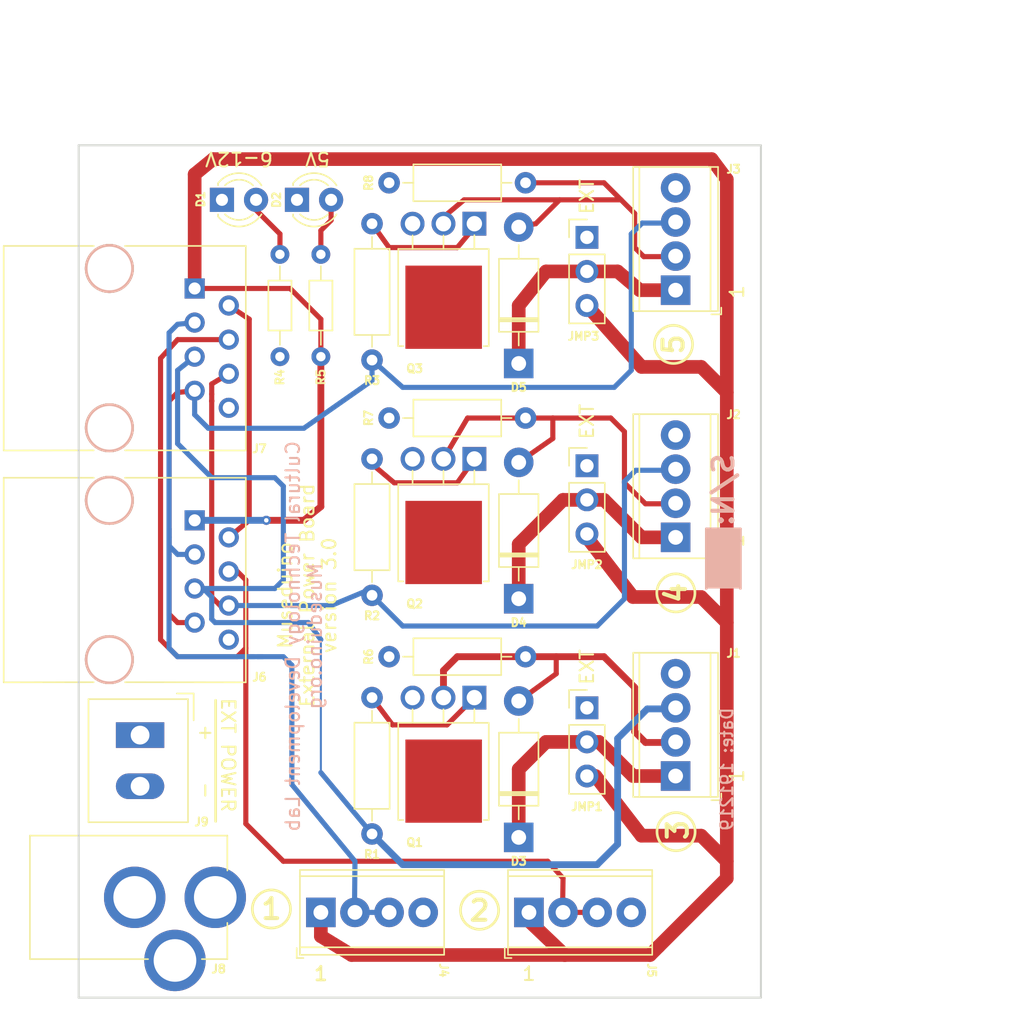
<source format=kicad_pcb>
(kicad_pcb (version 20171130) (host pcbnew "(5.0.0-3-g5ebb6b6)")

  (general
    (thickness 1.6)
    (drawings 36)
    (tracks 201)
    (zones 0)
    (modules 30)
    (nets 21)
  )

  (page USLetter)
  (title_block
    (title "Museduino External Power v3.0")
    (date 2017-11-28)
    (rev Ext_pow_3.0)
    (company CTDL)
    (comment 1 "Design: S. Cohen - R. Trujillo")
  )

  (layers
    (0 F.Cu signal)
    (1 In1.Cu power hide)
    (2 In2.Cu power hide)
    (31 B.Cu signal)
    (33 F.Adhes user hide)
    (34 B.Paste user)
    (35 F.Paste user)
    (36 B.SilkS user)
    (37 F.SilkS user)
    (38 B.Mask user)
    (39 F.Mask user)
    (40 Dwgs.User user)
    (41 Cmts.User user)
    (42 Eco1.User user hide)
    (43 Eco2.User user)
    (44 Edge.Cuts user)
    (45 Margin user)
    (47 F.CrtYd user)
    (49 F.Fab user)
  )

  (setup
    (last_trace_width 0.1524)
    (user_trace_width 0.381)
    (user_trace_width 0.508)
    (user_trace_width 1.016)
    (trace_clearance 0.1524)
    (zone_clearance 0.508)
    (zone_45_only no)
    (trace_min 0.1524)
    (segment_width 0.2)
    (edge_width 0.15)
    (via_size 0.6858)
    (via_drill 0.3302)
    (via_min_size 0.6858)
    (via_min_drill 0.3302)
    (uvia_size 0.762)
    (uvia_drill 0.508)
    (uvias_allowed no)
    (uvia_min_size 0)
    (uvia_min_drill 0)
    (pcb_text_width 0.3)
    (pcb_text_size 1.5 1.5)
    (mod_edge_width 0.15)
    (mod_text_size 1 1)
    (mod_text_width 0.15)
    (pad_size 2.2 1.7)
    (pad_drill 1.2)
    (pad_to_mask_clearance 0.2)
    (aux_axis_origin 0 0)
    (visible_elements 7FFFFFFF)
    (pcbplotparams
      (layerselection 0x00030_80000001)
      (usegerberextensions false)
      (usegerberattributes false)
      (usegerberadvancedattributes false)
      (creategerberjobfile false)
      (excludeedgelayer true)
      (linewidth 0.100000)
      (plotframeref false)
      (viasonmask false)
      (mode 1)
      (useauxorigin false)
      (hpglpennumber 1)
      (hpglpenspeed 20)
      (hpglpendiameter 15.000000)
      (psnegative false)
      (psa4output false)
      (plotreference true)
      (plotvalue true)
      (plotinvisibletext false)
      (padsonsilk false)
      (subtractmaskfromsilk false)
      (outputformat 1)
      (mirror false)
      (drillshape 1)
      (scaleselection 1)
      (outputdirectory ""))
  )

  (net 0 "")
  (net 1 GND)
  (net 2 "Net-(D1-Pad2)")
  (net 3 +5V)
  (net 4 +3V3)
  (net 5 Sense_1)
  (net 6 Sense_2)
  (net 7 Sense_3)
  (net 8 Sense_4)
  (net 9 Sense_5)
  (net 10 "Net-(Q1-Pad1)")
  (net 11 "Net-(D2-Pad2)")
  (net 12 "Net-(Q2-Pad1)")
  (net 13 "Net-(Q3-Pad1)")
  (net 14 Ve3)
  (net 15 Ve4)
  (net 16 Ve5)
  (net 17 Vext)
  (net 18 "Net-(D3-Pad2)")
  (net 19 "Net-(D4-Pad2)")
  (net 20 "Net-(D5-Pad2)")

  (net_class Default "This is the default net class."
    (clearance 0.1524)
    (trace_width 0.1524)
    (via_dia 0.6858)
    (via_drill 0.3302)
    (uvia_dia 0.762)
    (uvia_drill 0.508)
    (add_net +5V)
    (add_net GND)
    (add_net "Net-(D2-Pad2)")
    (add_net "Net-(D3-Pad2)")
    (add_net "Net-(D4-Pad2)")
    (add_net "Net-(D5-Pad2)")
    (add_net "Net-(Q1-Pad1)")
    (add_net "Net-(Q2-Pad1)")
    (add_net "Net-(Q3-Pad1)")
    (add_net Ve3)
    (add_net Ve4)
    (add_net Ve5)
    (add_net Vext)
  )

  (net_class Power_1 ""
    (clearance 0.1524)
    (trace_width 0.508)
    (via_dia 0.6858)
    (via_drill 0.3302)
    (uvia_dia 0.762)
    (uvia_drill 0.508)
    (add_net +3V3)
  )

  (net_class Signal_1 ""
    (clearance 0.1524)
    (trace_width 0.381)
    (via_dia 0.6858)
    (via_drill 0.3302)
    (uvia_dia 0.762)
    (uvia_drill 0.508)
    (add_net "Net-(D1-Pad2)")
    (add_net Sense_1)
    (add_net Sense_2)
    (add_net Sense_3)
    (add_net Sense_4)
    (add_net Sense_5)
  )

  (module KiCAD_Muse:FCI_3.81-mm_screw_terminal (layer F.Cu) (tedit 5BA3CF12) (tstamp 5AC2679F)
    (at 22.86 69.342 270)
    (descr "Generic Phoenix Contact connector footprint for series: MCV-G; number of pins: 02; pin pitch: 3.81mm; Vertical || order number: 1803426 8A 160V")
    (tags "phoenix_contact connector MCV_01x02_G_3.81mm")
    (path /5AA2FF95)
    (fp_text reference J9 (at 6.468 -5.34) (layer F.SilkS)
      (effects (font (size 0.6 0.6) (thickness 0.15)))
    )
    (fp_text value Conn_01x02 (at 1.905 4 270) (layer F.Fab)
      (effects (font (size 1 1) (thickness 0.15)))
    )
    (fp_line (start -2.68 -4.33) (end -2.68 3.08) (layer F.SilkS) (width 0.12))
    (fp_line (start -2.68 3.08) (end 6.49 3.08) (layer F.SilkS) (width 0.12))
    (fp_line (start 6.49 3.08) (end 6.49 -4.33) (layer F.SilkS) (width 0.12))
    (fp_line (start 6.49 -4.33) (end -2.68 -4.33) (layer F.SilkS) (width 0.12))
    (fp_line (start -2.6 -4.25) (end -2.6 3) (layer F.Fab) (width 0.1))
    (fp_line (start -2.6 3) (end 6.41 3) (layer F.Fab) (width 0.1))
    (fp_line (start 6.41 3) (end 6.41 -4.25) (layer F.Fab) (width 0.1))
    (fp_line (start 6.41 -4.25) (end -2.6 -4.25) (layer F.Fab) (width 0.1))
    (fp_line (start -3.1 -4.75) (end -3.1 3.5) (layer F.CrtYd) (width 0.05))
    (fp_line (start -3.1 3.5) (end 6.91 3.5) (layer F.CrtYd) (width 0.05))
    (fp_line (start 6.91 3.5) (end 6.91 -4.75) (layer F.CrtYd) (width 0.05))
    (fp_line (start 6.91 -4.75) (end -3.1 -4.75) (layer F.CrtYd) (width 0.05))
    (fp_line (start -3.1 -3.5) (end -3.1 -4.75) (layer F.SilkS) (width 0.12))
    (fp_line (start -3.1 -4.75) (end -1.1 -4.75) (layer F.SilkS) (width 0.12))
    (fp_line (start -3.1 -3.5) (end -3.1 -4.75) (layer F.Fab) (width 0.1))
    (fp_line (start -3.1 -4.75) (end -1.1 -4.75) (layer F.Fab) (width 0.1))
    (fp_text user %R (at 1.905 -3 270) (layer F.Fab)
      (effects (font (size 1 1) (thickness 0.15)))
    )
    (pad 1 thru_hole rect (at 0 -0.762 270) (size 1.905 3.6) (drill 1.397) (layers *.Cu *.Mask)
      (net 17 Vext))
    (pad 2 thru_hole oval (at 3.81 -0.762 270) (size 1.905 3.6) (drill 1.397) (layers *.Cu *.Mask)
      (net 1 GND))
    (model ${KICAD_LEGACY}/modules/packages3d/TerminalBlock_Phoenix.3dshapes/TerminalBlock_Phoenix_PT-3.5mm_2pol.wrl
      (offset (xyz 0 0.6349999904632568 0))
      (scale (xyz 1.1 1.1 1.1))
      (rotate (xyz 0 0 0))
    )
  )

  (module TerminalBlock_Phoenix:TerminalBlock_Phoenix_MPT-0,5-4-2.54_1x04_P2.54mm_Horizontal (layer F.Cu) (tedit 5BC62DBB) (tstamp 5B23F736)
    (at 37.084 82.55)
    (descr "Terminal Block Phoenix MPT-0,5-4-2.54, 4 pins, pitch 2.54mm, size 10.6x6.2mm^2, drill diamater 1.1mm, pad diameter 2.2mm, see http://www.mouser.com/ds/2/324/ItemDetail_1725672-916605.pdf, script-generated using https://github.com/pointhi/kicad-footprint-generator/scripts/TerminalBlock_Phoenix")
    (tags "THT Terminal Block Phoenix MPT-0,5-4-2.54 pitch 2.54mm size 10.6x6.2mm^2 drill 1.1mm pad 2.2mm")
    (path /5A1DA407)
    (fp_text reference J4 (at 9.144 4.318 -90 unlocked) (layer F.SilkS)
      (effects (font (size 0.6 0.6) (thickness 0.15)))
    )
    (fp_text value CONN_01X04 (at 3.81 4.16) (layer F.Fab)
      (effects (font (size 1 1) (thickness 0.15)))
    )
    (fp_text user %R (at 3.81 2) (layer F.Fab)
      (effects (font (size 1 1) (thickness 0.15)))
    )
    (fp_line (start 9.63 -3.6) (end -2 -3.6) (layer F.CrtYd) (width 0.05))
    (fp_line (start 9.63 3.6) (end 9.63 -3.6) (layer F.CrtYd) (width 0.05))
    (fp_line (start -2 3.6) (end 9.63 3.6) (layer F.CrtYd) (width 0.05))
    (fp_line (start -2 -3.6) (end -2 3.6) (layer F.CrtYd) (width 0.05))
    (fp_line (start -1.8 3.4) (end -1.3 3.4) (layer F.SilkS) (width 0.12))
    (fp_line (start -1.8 2.66) (end -1.8 3.4) (layer F.SilkS) (width 0.12))
    (fp_line (start 8.321 -0.835) (end 6.786 0.7) (layer F.Fab) (width 0.1))
    (fp_line (start 8.455 -0.7) (end 6.92 0.835) (layer F.Fab) (width 0.1))
    (fp_line (start 5.781 -0.835) (end 4.246 0.7) (layer F.Fab) (width 0.1))
    (fp_line (start 5.915 -0.7) (end 4.38 0.835) (layer F.Fab) (width 0.1))
    (fp_line (start 3.241 -0.835) (end 1.706 0.7) (layer F.Fab) (width 0.1))
    (fp_line (start 3.375 -0.7) (end 1.84 0.835) (layer F.Fab) (width 0.1))
    (fp_line (start 0.701 -0.835) (end -0.835 0.7) (layer F.Fab) (width 0.1))
    (fp_line (start 0.835 -0.7) (end -0.701 0.835) (layer F.Fab) (width 0.1))
    (fp_line (start 9.18 -3.16) (end 9.18 3.16) (layer F.SilkS) (width 0.12))
    (fp_line (start -1.56 -3.16) (end -1.56 3.16) (layer F.SilkS) (width 0.12))
    (fp_line (start -1.56 3.16) (end 9.18 3.16) (layer F.SilkS) (width 0.12))
    (fp_line (start -1.56 -3.16) (end 9.18 -3.16) (layer F.SilkS) (width 0.12))
    (fp_line (start -1.56 -2.7) (end 9.18 -2.7) (layer F.SilkS) (width 0.12))
    (fp_line (start -1.5 -2.7) (end 9.12 -2.7) (layer F.Fab) (width 0.1))
    (fp_line (start -1.56 2.6) (end 9.18 2.6) (layer F.SilkS) (width 0.12))
    (fp_line (start -1.5 2.6) (end 9.12 2.6) (layer F.Fab) (width 0.1))
    (fp_line (start -1.5 2.6) (end -1.5 -3.1) (layer F.Fab) (width 0.1))
    (fp_line (start -1 3.1) (end -1.5 2.6) (layer F.Fab) (width 0.1))
    (fp_line (start 9.12 3.1) (end -1 3.1) (layer F.Fab) (width 0.1))
    (fp_line (start 9.12 -3.1) (end 9.12 3.1) (layer F.Fab) (width 0.1))
    (fp_line (start -1.5 -3.1) (end 9.12 -3.1) (layer F.Fab) (width 0.1))
    (fp_circle (center 7.62 0) (end 8.72 0) (layer F.Fab) (width 0.1))
    (fp_circle (center 5.08 0) (end 6.18 0) (layer F.Fab) (width 0.1))
    (fp_circle (center 2.54 0) (end 3.64 0) (layer F.Fab) (width 0.1))
    (fp_circle (center 0 0) (end 1.1 0) (layer F.Fab) (width 0.1))
    (pad 4 thru_hole circle (at 7.62 0) (size 2.2 2.2) (drill 1.1) (layers *.Cu *.Mask)
      (net 1 GND))
    (pad 3 thru_hole circle (at 5.08 0) (size 2.2 2.2) (drill 1.1) (layers *.Cu *.Mask)
      (net 5 Sense_1))
    (pad 2 thru_hole circle (at 2.54 0) (size 2.2 2.2) (drill 1.1) (layers *.Cu *.Mask)
      (net 5 Sense_1))
    (pad 1 thru_hole rect (at 0 0) (size 2.2 2.2) (drill 1.1) (layers *.Cu *.Mask)
      (net 3 +5V))
    (model ${KISYS3DMOD}/TerminalBlock_Phoenix.3dshapes/TerminalBlock_Phoenix_MPT-0,5-4-2.54_1x04_P2.54mm_Horizontal.wrl
      (at (xyz 0 0 0))
      (scale (xyz 1 1 1))
      (rotate (xyz 0 0 0))
    )
    (model ${KICAD_LEGACY}/modules/packages3d/TerminalBlock_Phoenix.3dshapes/TerminalBlock_Phoenix_MPT-2.54mm_4pol.wrl
      (offset (xyz 3.809999942779541 0 0))
      (scale (xyz 1 1 1))
      (rotate (xyz 0 0 0))
    )
  )

  (module TerminalBlock_Phoenix:TerminalBlock_Phoenix_MPT-0,5-4-2.54_1x04_P2.54mm_Horizontal (layer F.Cu) (tedit 5BC62E0F) (tstamp 5B23F775)
    (at 52.578 82.55)
    (descr "Terminal Block Phoenix MPT-0,5-4-2.54, 4 pins, pitch 2.54mm, size 10.6x6.2mm^2, drill diamater 1.1mm, pad diameter 2.2mm, see http://www.mouser.com/ds/2/324/ItemDetail_1725672-916605.pdf, script-generated using https://github.com/pointhi/kicad-footprint-generator/scripts/TerminalBlock_Phoenix")
    (tags "THT Terminal Block Phoenix MPT-0,5-4-2.54 pitch 2.54mm size 10.6x6.2mm^2 drill 1.1mm pad 2.2mm")
    (path /5A1DA73B)
    (fp_text reference J5 (at 9.144 4.318 -90 unlocked) (layer F.SilkS)
      (effects (font (size 0.6 0.6) (thickness 0.15)))
    )
    (fp_text value CONN_01X04 (at 3.81 4.16) (layer F.Fab)
      (effects (font (size 1 1) (thickness 0.15)))
    )
    (fp_text user %R (at 3.81 2) (layer F.Fab)
      (effects (font (size 1 1) (thickness 0.15)))
    )
    (fp_line (start 9.63 -3.6) (end -2 -3.6) (layer F.CrtYd) (width 0.05))
    (fp_line (start 9.63 3.6) (end 9.63 -3.6) (layer F.CrtYd) (width 0.05))
    (fp_line (start -2 3.6) (end 9.63 3.6) (layer F.CrtYd) (width 0.05))
    (fp_line (start -2 -3.6) (end -2 3.6) (layer F.CrtYd) (width 0.05))
    (fp_line (start -1.8 3.4) (end -1.3 3.4) (layer F.SilkS) (width 0.12))
    (fp_line (start -1.8 2.66) (end -1.8 3.4) (layer F.SilkS) (width 0.12))
    (fp_line (start 8.321 -0.835) (end 6.786 0.7) (layer F.Fab) (width 0.1))
    (fp_line (start 8.455 -0.7) (end 6.92 0.835) (layer F.Fab) (width 0.1))
    (fp_line (start 5.781 -0.835) (end 4.246 0.7) (layer F.Fab) (width 0.1))
    (fp_line (start 5.915 -0.7) (end 4.38 0.835) (layer F.Fab) (width 0.1))
    (fp_line (start 3.241 -0.835) (end 1.706 0.7) (layer F.Fab) (width 0.1))
    (fp_line (start 3.375 -0.7) (end 1.84 0.835) (layer F.Fab) (width 0.1))
    (fp_line (start 0.701 -0.835) (end -0.835 0.7) (layer F.Fab) (width 0.1))
    (fp_line (start 0.835 -0.7) (end -0.701 0.835) (layer F.Fab) (width 0.1))
    (fp_line (start 9.18 -3.16) (end 9.18 3.16) (layer F.SilkS) (width 0.12))
    (fp_line (start -1.56 -3.16) (end -1.56 3.16) (layer F.SilkS) (width 0.12))
    (fp_line (start -1.56 3.16) (end 9.18 3.16) (layer F.SilkS) (width 0.12))
    (fp_line (start -1.56 -3.16) (end 9.18 -3.16) (layer F.SilkS) (width 0.12))
    (fp_line (start -1.56 -2.7) (end 9.18 -2.7) (layer F.SilkS) (width 0.12))
    (fp_line (start -1.5 -2.7) (end 9.12 -2.7) (layer F.Fab) (width 0.1))
    (fp_line (start -1.56 2.6) (end 9.18 2.6) (layer F.SilkS) (width 0.12))
    (fp_line (start -1.5 2.6) (end 9.12 2.6) (layer F.Fab) (width 0.1))
    (fp_line (start -1.5 2.6) (end -1.5 -3.1) (layer F.Fab) (width 0.1))
    (fp_line (start -1 3.1) (end -1.5 2.6) (layer F.Fab) (width 0.1))
    (fp_line (start 9.12 3.1) (end -1 3.1) (layer F.Fab) (width 0.1))
    (fp_line (start 9.12 -3.1) (end 9.12 3.1) (layer F.Fab) (width 0.1))
    (fp_line (start -1.5 -3.1) (end 9.12 -3.1) (layer F.Fab) (width 0.1))
    (fp_circle (center 7.62 0) (end 8.72 0) (layer F.Fab) (width 0.1))
    (fp_circle (center 5.08 0) (end 6.18 0) (layer F.Fab) (width 0.1))
    (fp_circle (center 2.54 0) (end 3.64 0) (layer F.Fab) (width 0.1))
    (fp_circle (center 0 0) (end 1.1 0) (layer F.Fab) (width 0.1))
    (pad 4 thru_hole circle (at 7.62 0) (size 2.2 2.2) (drill 1.1) (layers *.Cu *.Mask)
      (net 1 GND))
    (pad 3 thru_hole circle (at 5.08 0) (size 2.2 2.2) (drill 1.1) (layers *.Cu *.Mask)
      (net 6 Sense_2))
    (pad 2 thru_hole circle (at 2.54 0) (size 2.2 2.2) (drill 1.1) (layers *.Cu *.Mask)
      (net 6 Sense_2))
    (pad 1 thru_hole rect (at 0 0) (size 2.2 2.2) (drill 1.1) (layers *.Cu *.Mask)
      (net 3 +5V))
    (model ${KISYS3DMOD}/TerminalBlock_Phoenix.3dshapes/TerminalBlock_Phoenix_MPT-0,5-4-2.54_1x04_P2.54mm_Horizontal.wrl
      (at (xyz 0 0 0))
      (scale (xyz 1 1 1))
      (rotate (xyz 0 0 0))
    )
    (model ${KICAD_LEGACY}/modules/packages3d/TerminalBlock_Phoenix.3dshapes/TerminalBlock_Phoenix_MPT-2.54mm_4pol.wrl
      (offset (xyz 3.809999942779541 0 0))
      (scale (xyz 1 1 1))
      (rotate (xyz 0 0 0))
    )
  )

  (module TerminalBlock_Phoenix:TerminalBlock_Phoenix_MPT-0,5-4-2.54_1x04_P2.54mm_Horizontal (layer F.Cu) (tedit 5BC62E56) (tstamp 5B23F70A)
    (at 63.5 36.195 90)
    (descr "Terminal Block Phoenix MPT-0,5-4-2.54, 4 pins, pitch 2.54mm, size 10.6x6.2mm^2, drill diamater 1.1mm, pad diameter 2.2mm, see http://www.mouser.com/ds/2/324/ItemDetail_1725672-916605.pdf, script-generated using https://github.com/pointhi/kicad-footprint-generator/scripts/TerminalBlock_Phoenix")
    (tags "THT Terminal Block Phoenix MPT-0,5-4-2.54 pitch 2.54mm size 10.6x6.2mm^2 drill 1.1mm pad 2.2mm")
    (path /5A1DA36A)
    (fp_text reference J3 (at 9.017 4.318 unlocked) (layer F.SilkS)
      (effects (font (size 0.6 0.6) (thickness 0.15)))
    )
    (fp_text value CONN_01X04 (at 3.81 4.16 90) (layer F.Fab)
      (effects (font (size 1 1) (thickness 0.15)))
    )
    (fp_text user %R (at 3.81 2 90) (layer F.Fab)
      (effects (font (size 1 1) (thickness 0.15)))
    )
    (fp_line (start 9.63 -3.6) (end -2 -3.6) (layer F.CrtYd) (width 0.05))
    (fp_line (start 9.63 3.6) (end 9.63 -3.6) (layer F.CrtYd) (width 0.05))
    (fp_line (start -2 3.6) (end 9.63 3.6) (layer F.CrtYd) (width 0.05))
    (fp_line (start -2 -3.6) (end -2 3.6) (layer F.CrtYd) (width 0.05))
    (fp_line (start -1.8 3.4) (end -1.3 3.4) (layer F.SilkS) (width 0.12))
    (fp_line (start -1.8 2.66) (end -1.8 3.4) (layer F.SilkS) (width 0.12))
    (fp_line (start 8.321 -0.835) (end 6.786 0.7) (layer F.Fab) (width 0.1))
    (fp_line (start 8.455 -0.7) (end 6.92 0.835) (layer F.Fab) (width 0.1))
    (fp_line (start 5.781 -0.835) (end 4.246 0.7) (layer F.Fab) (width 0.1))
    (fp_line (start 5.915 -0.7) (end 4.38 0.835) (layer F.Fab) (width 0.1))
    (fp_line (start 3.241 -0.835) (end 1.706 0.7) (layer F.Fab) (width 0.1))
    (fp_line (start 3.375 -0.7) (end 1.84 0.835) (layer F.Fab) (width 0.1))
    (fp_line (start 0.701 -0.835) (end -0.835 0.7) (layer F.Fab) (width 0.1))
    (fp_line (start 0.835 -0.7) (end -0.701 0.835) (layer F.Fab) (width 0.1))
    (fp_line (start 9.18 -3.16) (end 9.18 3.16) (layer F.SilkS) (width 0.12))
    (fp_line (start -1.56 -3.16) (end -1.56 3.16) (layer F.SilkS) (width 0.12))
    (fp_line (start -1.56 3.16) (end 9.18 3.16) (layer F.SilkS) (width 0.12))
    (fp_line (start -1.56 -3.16) (end 9.18 -3.16) (layer F.SilkS) (width 0.12))
    (fp_line (start -1.56 -2.7) (end 9.18 -2.7) (layer F.SilkS) (width 0.12))
    (fp_line (start -1.5 -2.7) (end 9.12 -2.7) (layer F.Fab) (width 0.1))
    (fp_line (start -1.56 2.6) (end 9.18 2.6) (layer F.SilkS) (width 0.12))
    (fp_line (start -1.5 2.6) (end 9.12 2.6) (layer F.Fab) (width 0.1))
    (fp_line (start -1.5 2.6) (end -1.5 -3.1) (layer F.Fab) (width 0.1))
    (fp_line (start -1 3.1) (end -1.5 2.6) (layer F.Fab) (width 0.1))
    (fp_line (start 9.12 3.1) (end -1 3.1) (layer F.Fab) (width 0.1))
    (fp_line (start 9.12 -3.1) (end 9.12 3.1) (layer F.Fab) (width 0.1))
    (fp_line (start -1.5 -3.1) (end 9.12 -3.1) (layer F.Fab) (width 0.1))
    (fp_circle (center 7.62 0) (end 8.72 0) (layer F.Fab) (width 0.1))
    (fp_circle (center 5.08 0) (end 6.18 0) (layer F.Fab) (width 0.1))
    (fp_circle (center 2.54 0) (end 3.64 0) (layer F.Fab) (width 0.1))
    (fp_circle (center 0 0) (end 1.1 0) (layer F.Fab) (width 0.1))
    (pad 4 thru_hole circle (at 7.62 0 90) (size 2.2 2.2) (drill 1.1) (layers *.Cu *.Mask)
      (net 1 GND))
    (pad 3 thru_hole circle (at 5.08 0 90) (size 2.2 2.2) (drill 1.1) (layers *.Cu *.Mask)
      (net 9 Sense_5))
    (pad 2 thru_hole circle (at 2.54 0 90) (size 2.2 2.2) (drill 1.1) (layers *.Cu *.Mask)
      (net 20 "Net-(D5-Pad2)"))
    (pad 1 thru_hole rect (at 0 0 90) (size 2.2 2.2) (drill 1.1) (layers *.Cu *.Mask)
      (net 16 Ve5))
    (model ${KISYS3DMOD}/TerminalBlock_Phoenix.3dshapes/TerminalBlock_Phoenix_MPT-0,5-4-2.54_1x04_P2.54mm_Horizontal.wrl
      (at (xyz 0 0 0))
      (scale (xyz 1 1 1))
      (rotate (xyz 0 0 0))
    )
    (model ${KICAD_LEGACY}/modules/packages3d/TerminalBlock_Phoenix.3dshapes/TerminalBlock_Phoenix_MPT-2.54mm_4pol.wrl
      (offset (xyz 3.809999942779541 0 0))
      (scale (xyz 1 1 1))
      (rotate (xyz 0 0 0))
    )
  )

  (module TerminalBlock_Phoenix:TerminalBlock_Phoenix_MPT-0,5-4-2.54_1x04_P2.54mm_Horizontal (layer F.Cu) (tedit 5BC62E45) (tstamp 5ABE6779)
    (at 63.5 54.61 90)
    (descr "Terminal Block Phoenix MPT-0,5-4-2.54, 4 pins, pitch 2.54mm, size 10.6x6.2mm^2, drill diamater 1.1mm, pad diameter 2.2mm, see http://www.mouser.com/ds/2/324/ItemDetail_1725672-916605.pdf, script-generated using https://github.com/pointhi/kicad-footprint-generator/scripts/TerminalBlock_Phoenix")
    (tags "THT Terminal Block Phoenix MPT-0,5-4-2.54 pitch 2.54mm size 10.6x6.2mm^2 drill 1.1mm pad 2.2mm")
    (path /5AA2FB27)
    (fp_text reference J2 (at 9.144 4.318 unlocked) (layer F.SilkS)
      (effects (font (size 0.6 0.6) (thickness 0.15)))
    )
    (fp_text value CONN_01X04 (at 3.81 4.16 90) (layer F.Fab)
      (effects (font (size 1 1) (thickness 0.15)))
    )
    (fp_text user %R (at 3.81 2 90) (layer F.Fab)
      (effects (font (size 1 1) (thickness 0.15)))
    )
    (fp_line (start 9.63 -3.6) (end -2 -3.6) (layer F.CrtYd) (width 0.05))
    (fp_line (start 9.63 3.6) (end 9.63 -3.6) (layer F.CrtYd) (width 0.05))
    (fp_line (start -2 3.6) (end 9.63 3.6) (layer F.CrtYd) (width 0.05))
    (fp_line (start -2 -3.6) (end -2 3.6) (layer F.CrtYd) (width 0.05))
    (fp_line (start -1.8 3.4) (end -1.3 3.4) (layer F.SilkS) (width 0.12))
    (fp_line (start -1.8 2.66) (end -1.8 3.4) (layer F.SilkS) (width 0.12))
    (fp_line (start 8.321 -0.835) (end 6.786 0.7) (layer F.Fab) (width 0.1))
    (fp_line (start 8.455 -0.7) (end 6.92 0.835) (layer F.Fab) (width 0.1))
    (fp_line (start 5.781 -0.835) (end 4.246 0.7) (layer F.Fab) (width 0.1))
    (fp_line (start 5.915 -0.7) (end 4.38 0.835) (layer F.Fab) (width 0.1))
    (fp_line (start 3.241 -0.835) (end 1.706 0.7) (layer F.Fab) (width 0.1))
    (fp_line (start 3.375 -0.7) (end 1.84 0.835) (layer F.Fab) (width 0.1))
    (fp_line (start 0.701 -0.835) (end -0.835 0.7) (layer F.Fab) (width 0.1))
    (fp_line (start 0.835 -0.7) (end -0.701 0.835) (layer F.Fab) (width 0.1))
    (fp_line (start 9.18 -3.16) (end 9.18 3.16) (layer F.SilkS) (width 0.12))
    (fp_line (start -1.56 -3.16) (end -1.56 3.16) (layer F.SilkS) (width 0.12))
    (fp_line (start -1.56 3.16) (end 9.18 3.16) (layer F.SilkS) (width 0.12))
    (fp_line (start -1.56 -3.16) (end 9.18 -3.16) (layer F.SilkS) (width 0.12))
    (fp_line (start -1.56 -2.7) (end 9.18 -2.7) (layer F.SilkS) (width 0.12))
    (fp_line (start -1.5 -2.7) (end 9.12 -2.7) (layer F.Fab) (width 0.1))
    (fp_line (start -1.56 2.6) (end 9.18 2.6) (layer F.SilkS) (width 0.12))
    (fp_line (start -1.5 2.6) (end 9.12 2.6) (layer F.Fab) (width 0.1))
    (fp_line (start -1.5 2.6) (end -1.5 -3.1) (layer F.Fab) (width 0.1))
    (fp_line (start -1 3.1) (end -1.5 2.6) (layer F.Fab) (width 0.1))
    (fp_line (start 9.12 3.1) (end -1 3.1) (layer F.Fab) (width 0.1))
    (fp_line (start 9.12 -3.1) (end 9.12 3.1) (layer F.Fab) (width 0.1))
    (fp_line (start -1.5 -3.1) (end 9.12 -3.1) (layer F.Fab) (width 0.1))
    (fp_circle (center 7.62 0) (end 8.72 0) (layer F.Fab) (width 0.1))
    (fp_circle (center 5.08 0) (end 6.18 0) (layer F.Fab) (width 0.1))
    (fp_circle (center 2.54 0) (end 3.64 0) (layer F.Fab) (width 0.1))
    (fp_circle (center 0 0) (end 1.1 0) (layer F.Fab) (width 0.1))
    (pad 4 thru_hole circle (at 7.62 0 90) (size 2.2 2.2) (drill 1.1) (layers *.Cu *.Mask)
      (net 1 GND))
    (pad 3 thru_hole circle (at 5.08 0 90) (size 2.2 2.2) (drill 1.1) (layers *.Cu *.Mask)
      (net 8 Sense_4))
    (pad 2 thru_hole circle (at 2.54 0 90) (size 2.2 2.2) (drill 1.1) (layers *.Cu *.Mask)
      (net 19 "Net-(D4-Pad2)"))
    (pad 1 thru_hole rect (at 0 0 90) (size 2.2 2.2) (drill 1.1) (layers *.Cu *.Mask)
      (net 15 Ve4))
    (model ${KISYS3DMOD}/TerminalBlock_Phoenix.3dshapes/TerminalBlock_Phoenix_MPT-0,5-4-2.54_1x04_P2.54mm_Horizontal.wrl
      (at (xyz 0 0 0))
      (scale (xyz 1 1 1))
      (rotate (xyz 0 0 0))
    )
    (model ${KICAD_LEGACY}/modules/packages3d/TerminalBlock_Phoenix.3dshapes/TerminalBlock_Phoenix_MPT-2.54mm_4pol.wrl
      (offset (xyz 3.809999942779541 0 0))
      (scale (xyz 1 1 1))
      (rotate (xyz 0 0 0))
    )
  )

  (module TerminalBlock_Phoenix:TerminalBlock_Phoenix_MPT-0,5-4-2.54_1x04_P2.54mm_Horizontal (layer F.Cu) (tedit 5BC62E03) (tstamp 5B23F6CB)
    (at 63.5 72.39 90)
    (descr "Terminal Block Phoenix MPT-0,5-4-2.54, 4 pins, pitch 2.54mm, size 10.6x6.2mm^2, drill diamater 1.1mm, pad diameter 2.2mm, see http://www.mouser.com/ds/2/324/ItemDetail_1725672-916605.pdf, script-generated using https://github.com/pointhi/kicad-footprint-generator/scripts/TerminalBlock_Phoenix")
    (tags "THT Terminal Block Phoenix MPT-0,5-4-2.54 pitch 2.54mm size 10.6x6.2mm^2 drill 1.1mm pad 2.2mm")
    (path /5AA2FBED)
    (fp_text reference J1 (at 9.144 4.318 unlocked) (layer F.SilkS)
      (effects (font (size 0.6 0.6) (thickness 0.15)))
    )
    (fp_text value CONN_01X04 (at 3.81 4.16 90) (layer F.Fab)
      (effects (font (size 1 1) (thickness 0.15)))
    )
    (fp_text user %R (at 3.81 2 90) (layer F.Fab)
      (effects (font (size 1 1) (thickness 0.15)))
    )
    (fp_line (start 9.63 -3.6) (end -2 -3.6) (layer F.CrtYd) (width 0.05))
    (fp_line (start 9.63 3.6) (end 9.63 -3.6) (layer F.CrtYd) (width 0.05))
    (fp_line (start -2 3.6) (end 9.63 3.6) (layer F.CrtYd) (width 0.05))
    (fp_line (start -2 -3.6) (end -2 3.6) (layer F.CrtYd) (width 0.05))
    (fp_line (start -1.8 3.4) (end -1.3 3.4) (layer F.SilkS) (width 0.12))
    (fp_line (start -1.8 2.66) (end -1.8 3.4) (layer F.SilkS) (width 0.12))
    (fp_line (start 8.321 -0.835) (end 6.786 0.7) (layer F.Fab) (width 0.1))
    (fp_line (start 8.455 -0.7) (end 6.92 0.835) (layer F.Fab) (width 0.1))
    (fp_line (start 5.781 -0.835) (end 4.246 0.7) (layer F.Fab) (width 0.1))
    (fp_line (start 5.915 -0.7) (end 4.38 0.835) (layer F.Fab) (width 0.1))
    (fp_line (start 3.241 -0.835) (end 1.706 0.7) (layer F.Fab) (width 0.1))
    (fp_line (start 3.375 -0.7) (end 1.84 0.835) (layer F.Fab) (width 0.1))
    (fp_line (start 0.701 -0.835) (end -0.835 0.7) (layer F.Fab) (width 0.1))
    (fp_line (start 0.835 -0.7) (end -0.701 0.835) (layer F.Fab) (width 0.1))
    (fp_line (start 9.18 -3.16) (end 9.18 3.16) (layer F.SilkS) (width 0.12))
    (fp_line (start -1.56 -3.16) (end -1.56 3.16) (layer F.SilkS) (width 0.12))
    (fp_line (start -1.56 3.16) (end 9.18 3.16) (layer F.SilkS) (width 0.12))
    (fp_line (start -1.56 -3.16) (end 9.18 -3.16) (layer F.SilkS) (width 0.12))
    (fp_line (start -1.56 -2.7) (end 9.18 -2.7) (layer F.SilkS) (width 0.12))
    (fp_line (start -1.5 -2.7) (end 9.12 -2.7) (layer F.Fab) (width 0.1))
    (fp_line (start -1.56 2.6) (end 9.18 2.6) (layer F.SilkS) (width 0.12))
    (fp_line (start -1.5 2.6) (end 9.12 2.6) (layer F.Fab) (width 0.1))
    (fp_line (start -1.5 2.6) (end -1.5 -3.1) (layer F.Fab) (width 0.1))
    (fp_line (start -1 3.1) (end -1.5 2.6) (layer F.Fab) (width 0.1))
    (fp_line (start 9.12 3.1) (end -1 3.1) (layer F.Fab) (width 0.1))
    (fp_line (start 9.12 -3.1) (end 9.12 3.1) (layer F.Fab) (width 0.1))
    (fp_line (start -1.5 -3.1) (end 9.12 -3.1) (layer F.Fab) (width 0.1))
    (fp_circle (center 7.62 0) (end 8.72 0) (layer F.Fab) (width 0.1))
    (fp_circle (center 5.08 0) (end 6.18 0) (layer F.Fab) (width 0.1))
    (fp_circle (center 2.54 0) (end 3.64 0) (layer F.Fab) (width 0.1))
    (fp_circle (center 0 0) (end 1.1 0) (layer F.Fab) (width 0.1))
    (pad 4 thru_hole circle (at 7.62 0 90) (size 2.2 2.2) (drill 1.1) (layers *.Cu *.Mask)
      (net 1 GND))
    (pad 3 thru_hole circle (at 5.08 0 90) (size 2.2 2.2) (drill 1.1) (layers *.Cu *.Mask)
      (net 7 Sense_3))
    (pad 2 thru_hole circle (at 2.54 0 90) (size 2.2 2.2) (drill 1.1) (layers *.Cu *.Mask)
      (net 18 "Net-(D3-Pad2)"))
    (pad 1 thru_hole rect (at 0 0 90) (size 2.2 2.2) (drill 1.1) (layers *.Cu *.Mask)
      (net 14 Ve3))
    (model ${KICAD_LEGACY}/modules/packages3d/TerminalBlock_Phoenix.3dshapes/TerminalBlock_Phoenix_MPT-2.54mm_4pol.wrl
      (offset (xyz 3.809999942779541 0 0))
      (scale (xyz 1 1 1))
      (rotate (xyz 0 0 0))
    )
  )

  (module Diode_THT:D_DO-41_SOD81_P10.16mm_Horizontal (layer F.Cu) (tedit 5BA3E775) (tstamp 5BA3EA5E)
    (at 51.816 59.182 90)
    (descr "Diode, DO-41_SOD81 series, Axial, Horizontal, pin pitch=10.16mm, , length*diameter=5.2*2.7mm^2, , http://www.diodes.com/_files/packages/DO-41%20(Plastic).pdf")
    (tags "Diode DO-41_SOD81 series Axial Horizontal pin pitch 10.16mm  length 5.2mm diameter 2.7mm")
    (path /5BA4C47A)
    (fp_text reference D4 (at -1.778 0 180) (layer F.SilkS)
      (effects (font (size 0.6 0.6) (thickness 0.15)))
    )
    (fp_text value 1N4001 (at 5.08 2.47 90) (layer F.Fab)
      (effects (font (size 1 1) (thickness 0.15)))
    )
    (fp_text user %R (at 5.47 0 90) (layer F.Fab)
      (effects (font (size 1 1) (thickness 0.15)))
    )
    (fp_line (start 11.51 -1.6) (end -1.35 -1.6) (layer F.CrtYd) (width 0.05))
    (fp_line (start 11.51 1.6) (end 11.51 -1.6) (layer F.CrtYd) (width 0.05))
    (fp_line (start -1.35 1.6) (end 11.51 1.6) (layer F.CrtYd) (width 0.05))
    (fp_line (start -1.35 -1.6) (end -1.35 1.6) (layer F.CrtYd) (width 0.05))
    (fp_line (start 3.14 -1.47) (end 3.14 1.47) (layer F.SilkS) (width 0.12))
    (fp_line (start 3.38 -1.47) (end 3.38 1.47) (layer F.SilkS) (width 0.12))
    (fp_line (start 3.26 -1.47) (end 3.26 1.47) (layer F.SilkS) (width 0.12))
    (fp_line (start 8.82 0) (end 7.8 0) (layer F.SilkS) (width 0.12))
    (fp_line (start 1.34 0) (end 2.36 0) (layer F.SilkS) (width 0.12))
    (fp_line (start 7.8 -1.47) (end 2.36 -1.47) (layer F.SilkS) (width 0.12))
    (fp_line (start 7.8 1.47) (end 7.8 -1.47) (layer F.SilkS) (width 0.12))
    (fp_line (start 2.36 1.47) (end 7.8 1.47) (layer F.SilkS) (width 0.12))
    (fp_line (start 2.36 -1.47) (end 2.36 1.47) (layer F.SilkS) (width 0.12))
    (fp_line (start 3.16 -1.35) (end 3.16 1.35) (layer F.Fab) (width 0.1))
    (fp_line (start 3.36 -1.35) (end 3.36 1.35) (layer F.Fab) (width 0.1))
    (fp_line (start 3.26 -1.35) (end 3.26 1.35) (layer F.Fab) (width 0.1))
    (fp_line (start 10.16 0) (end 7.68 0) (layer F.Fab) (width 0.1))
    (fp_line (start 0 0) (end 2.48 0) (layer F.Fab) (width 0.1))
    (fp_line (start 7.68 -1.35) (end 2.48 -1.35) (layer F.Fab) (width 0.1))
    (fp_line (start 7.68 1.35) (end 7.68 -1.35) (layer F.Fab) (width 0.1))
    (fp_line (start 2.48 1.35) (end 7.68 1.35) (layer F.Fab) (width 0.1))
    (fp_line (start 2.48 -1.35) (end 2.48 1.35) (layer F.Fab) (width 0.1))
    (pad 2 thru_hole oval (at 10.16 0 90) (size 2.2 2.2) (drill 1.1) (layers *.Cu *.Mask)
      (net 19 "Net-(D4-Pad2)"))
    (pad 1 thru_hole rect (at 0 0 90) (size 2.2 2.2) (drill 1.1) (layers *.Cu *.Mask)
      (net 15 Ve4))
    (model ${KISYS3DMOD}/Diode_THT.3dshapes/D_DO-41_SOD81_P10.16mm_Horizontal.wrl
      (at (xyz 0 0 0))
      (scale (xyz 1 1 1))
      (rotate (xyz 0 0 0))
    )
  )

  (module Diode_THT:D_DO-41_SOD81_P10.16mm_Horizontal (layer F.Cu) (tedit 5BA1DABD) (tstamp 5BA1C76B)
    (at 51.816 76.962 90)
    (descr "Diode, DO-41_SOD81 series, Axial, Horizontal, pin pitch=10.16mm, , length*diameter=5.2*2.7mm^2, , http://www.diodes.com/_files/packages/DO-41%20(Plastic).pdf")
    (tags "Diode DO-41_SOD81 series Axial Horizontal pin pitch 10.16mm  length 5.2mm diameter 2.7mm")
    (path /5BA4ECB9)
    (fp_text reference D3 (at -1.778 0 180) (layer F.SilkS)
      (effects (font (size 0.6 0.6) (thickness 0.15)))
    )
    (fp_text value 1N4001 (at 5.08 2.47 90) (layer F.Fab)
      (effects (font (size 1 1) (thickness 0.15)))
    )
    (fp_line (start 2.48 -1.35) (end 2.48 1.35) (layer F.Fab) (width 0.1))
    (fp_line (start 2.48 1.35) (end 7.68 1.35) (layer F.Fab) (width 0.1))
    (fp_line (start 7.68 1.35) (end 7.68 -1.35) (layer F.Fab) (width 0.1))
    (fp_line (start 7.68 -1.35) (end 2.48 -1.35) (layer F.Fab) (width 0.1))
    (fp_line (start 0 0) (end 2.48 0) (layer F.Fab) (width 0.1))
    (fp_line (start 10.16 0) (end 7.68 0) (layer F.Fab) (width 0.1))
    (fp_line (start 3.26 -1.35) (end 3.26 1.35) (layer F.Fab) (width 0.1))
    (fp_line (start 3.36 -1.35) (end 3.36 1.35) (layer F.Fab) (width 0.1))
    (fp_line (start 3.16 -1.35) (end 3.16 1.35) (layer F.Fab) (width 0.1))
    (fp_line (start 2.36 -1.47) (end 2.36 1.47) (layer F.SilkS) (width 0.12))
    (fp_line (start 2.36 1.47) (end 7.8 1.47) (layer F.SilkS) (width 0.12))
    (fp_line (start 7.8 1.47) (end 7.8 -1.47) (layer F.SilkS) (width 0.12))
    (fp_line (start 7.8 -1.47) (end 2.36 -1.47) (layer F.SilkS) (width 0.12))
    (fp_line (start 1.34 0) (end 2.36 0) (layer F.SilkS) (width 0.12))
    (fp_line (start 8.82 0) (end 7.8 0) (layer F.SilkS) (width 0.12))
    (fp_line (start 3.26 -1.47) (end 3.26 1.47) (layer F.SilkS) (width 0.12))
    (fp_line (start 3.38 -1.47) (end 3.38 1.47) (layer F.SilkS) (width 0.12))
    (fp_line (start 3.14 -1.47) (end 3.14 1.47) (layer F.SilkS) (width 0.12))
    (fp_line (start -1.35 -1.6) (end -1.35 1.6) (layer F.CrtYd) (width 0.05))
    (fp_line (start -1.35 1.6) (end 11.51 1.6) (layer F.CrtYd) (width 0.05))
    (fp_line (start 11.51 1.6) (end 11.51 -1.6) (layer F.CrtYd) (width 0.05))
    (fp_line (start 11.51 -1.6) (end -1.35 -1.6) (layer F.CrtYd) (width 0.05))
    (fp_text user %R (at -2.56 -0.045001 90) (layer F.Fab)
      (effects (font (size 1 1) (thickness 0.15)))
    )
    (pad 1 thru_hole rect (at 0 0 90) (size 2.2 2.2) (drill 1.1) (layers *.Cu *.Mask)
      (net 14 Ve3))
    (pad 2 thru_hole oval (at 10.16 0 90) (size 2.2 2.2) (drill 1.1) (layers *.Cu *.Mask)
      (net 18 "Net-(D3-Pad2)"))
    (model ${KISYS3DMOD}/Diode_THT.3dshapes/D_DO-41_SOD81_P10.16mm_Horizontal.wrl
      (at (xyz 0 0 0))
      (scale (xyz 1 1 1))
      (rotate (xyz 0 0 0))
    )
  )

  (module Connectors:RJ45_8 (layer F.Cu) (tedit 5BA3CF45) (tstamp 5A1E044C)
    (at 27.686 36.068 270)
    (tags RJ45)
    (path /5A0F6021)
    (fp_text reference J7 (at 11.938 -4.826) (layer F.SilkS)
      (effects (font (size 0.6 0.6) (thickness 0.15)))
    )
    (fp_text value RJ45_01X08 (at 4.59 6.25 270) (layer F.Fab)
      (effects (font (size 1 1) (thickness 0.15)))
    )
    (fp_line (start 12.46 14.47) (end -3.56 14.47) (layer F.CrtYd) (width 0.05))
    (fp_line (start 12.46 14.47) (end 12.46 -4.06) (layer F.CrtYd) (width 0.05))
    (fp_line (start -3.56 -4.06) (end -3.56 14.47) (layer F.CrtYd) (width 0.05))
    (fp_line (start -3.56 -4.06) (end 12.46 -4.06) (layer F.CrtYd) (width 0.05))
    (fp_line (start -3.17 7.51) (end -3.17 14.22) (layer F.SilkS) (width 0.12))
    (fp_line (start 12.06 7.52) (end 12.07 14.22) (layer F.SilkS) (width 0.12))
    (fp_line (start -3.17 -3.81) (end -3.17 5.19) (layer F.SilkS) (width 0.12))
    (fp_line (start 12.07 -3.81) (end -3.17 -3.81) (layer F.SilkS) (width 0.12))
    (fp_line (start 12.07 -3.81) (end 12.06 5.18) (layer F.SilkS) (width 0.12))
    (fp_line (start -3.17 14.22) (end 12.07 14.22) (layer F.SilkS) (width 0.12))
    (pad 8 thru_hole circle (at 8.89 -2.54 270) (size 1.5 1.5) (drill 0.9) (layers *.Cu *.Mask)
      (net 1 GND))
    (pad 7 thru_hole circle (at 7.62 0 270) (size 1.5 1.5) (drill 0.9) (layers *.Cu *.Mask)
      (net 9 Sense_5))
    (pad 6 thru_hole circle (at 6.35 -2.54 270) (size 1.5 1.5) (drill 0.9) (layers *.Cu *.Mask)
      (net 8 Sense_4))
    (pad 5 thru_hole circle (at 5.08 0 270) (size 1.5 1.5) (drill 0.9) (layers *.Cu *.Mask)
      (net 7 Sense_3))
    (pad 4 thru_hole circle (at 3.81 -2.54 270) (size 1.5 1.5) (drill 0.9) (layers *.Cu *.Mask)
      (net 6 Sense_2))
    (pad 3 thru_hole circle (at 2.54 0 270) (size 1.5 1.5) (drill 0.9) (layers *.Cu *.Mask)
      (net 5 Sense_1))
    (pad 2 thru_hole circle (at 1.27 -2.54 270) (size 1.5 1.5) (drill 0.9) (layers *.Cu *.Mask)
      (net 4 +3V3))
    (pad 1 thru_hole rect (at 0 0 270) (size 1.5 1.5) (drill 0.9) (layers *.Cu *.Mask)
      (net 3 +5V))
    (pad Hole np_thru_hole circle (at -1.49 6.35 270) (size 3.65 3.65) (drill 3.25) (layers *.Cu *.SilkS *.Mask))
    (pad Hole np_thru_hole circle (at 10.38 6.35 270) (size 3.65 3.65) (drill 3.25) (layers *.Cu *.SilkS *.Mask))
    (model ${KISYS3DMOD}/Connectors.3dshapes/RJ45_8.wrl
      (offset (xyz 4.571999931335449 -6.349999904632568 0))
      (scale (xyz 0.4 0.4 0.4))
      (rotate (xyz 0 0 0))
    )
    (model ${KICAD_LEGACY}/modules/packages3d/Connectors.3dshapes/RJ45_8.wrl
      (offset (xyz 4.444999933242798 -6.349999904632568 0))
      (scale (xyz 0.4 0.4 0.4))
      (rotate (xyz 0 0 0))
    )
  )

  (module Resistors_THT:R_Axial_DIN0207_L6.3mm_D2.5mm_P10.16mm_Horizontal (layer F.Cu) (tedit 5BA3E331) (tstamp 5AA2DF19)
    (at 40.894 66.548 270)
    (descr "Resistor, Axial_DIN0207 series, Axial, Horizontal, pin pitch=10.16mm, 0.25W = 1/4W, length*diameter=6.3*2.5mm^2, http://cdn-reichelt.de/documents/datenblatt/B400/1_4W%23YAG.pdf")
    (tags "Resistor Axial_DIN0207 series Axial Horizontal pin pitch 10.16mm 0.25W = 1/4W length 6.3mm diameter 2.5mm")
    (path /5AA2FC06)
    (fp_text reference R1 (at 11.684 0) (layer F.SilkS)
      (effects (font (size 0.6 0.6) (thickness 0.15)))
    )
    (fp_text value 220 (at 5.08 0 270) (layer F.Fab)
      (effects (font (size 1 1) (thickness 0.15)))
    )
    (fp_line (start 1.93 -1.25) (end 1.93 1.25) (layer F.Fab) (width 0.1))
    (fp_line (start 1.93 1.25) (end 8.23 1.25) (layer F.Fab) (width 0.1))
    (fp_line (start 8.23 1.25) (end 8.23 -1.25) (layer F.Fab) (width 0.1))
    (fp_line (start 8.23 -1.25) (end 1.93 -1.25) (layer F.Fab) (width 0.1))
    (fp_line (start 0 0) (end 1.93 0) (layer F.Fab) (width 0.1))
    (fp_line (start 10.16 0) (end 8.23 0) (layer F.Fab) (width 0.1))
    (fp_line (start 1.87 -1.31) (end 1.87 1.31) (layer F.SilkS) (width 0.12))
    (fp_line (start 1.87 1.31) (end 8.29 1.31) (layer F.SilkS) (width 0.12))
    (fp_line (start 8.29 1.31) (end 8.29 -1.31) (layer F.SilkS) (width 0.12))
    (fp_line (start 8.29 -1.31) (end 1.87 -1.31) (layer F.SilkS) (width 0.12))
    (fp_line (start 0.98 0) (end 1.87 0) (layer F.SilkS) (width 0.12))
    (fp_line (start 9.18 0) (end 8.29 0) (layer F.SilkS) (width 0.12))
    (fp_line (start -1.05 -1.6) (end -1.05 1.6) (layer F.CrtYd) (width 0.05))
    (fp_line (start -1.05 1.6) (end 11.25 1.6) (layer F.CrtYd) (width 0.05))
    (fp_line (start 11.25 1.6) (end 11.25 -1.6) (layer F.CrtYd) (width 0.05))
    (fp_line (start 11.25 -1.6) (end -1.05 -1.6) (layer F.CrtYd) (width 0.05))
    (pad 1 thru_hole circle (at 0 0 270) (size 1.6 1.6) (drill 0.8) (layers *.Cu *.Mask)
      (net 10 "Net-(Q1-Pad1)"))
    (pad 2 thru_hole oval (at 10.16 0 270) (size 1.6 1.6) (drill 0.8) (layers *.Cu *.Mask)
      (net 7 Sense_3))
    (model ${KISYS3DMOD}/Resistors_THT.3dshapes/R_Axial_DIN0207_L6.3mm_D2.5mm_P10.16mm_Horizontal.wrl
      (at (xyz 0 0 0))
      (scale (xyz 0.393701 0.393701 0.393701))
      (rotate (xyz 0 0 0))
    )
    (model ${KISYS3DMOD}/Resistor_THT.3dshapes/R_Axial_DIN0207_L6.3mm_D2.5mm_P10.16mm_Horizontal.step
      (at (xyz 0 0 0))
      (scale (xyz 1 1 1))
      (rotate (xyz 0 0 0))
    )
  )

  (module Resistors_THT:R_Axial_DIN0207_L6.3mm_D2.5mm_P10.16mm_Horizontal (layer F.Cu) (tedit 5BA3E42C) (tstamp 5AA2DDED)
    (at 40.894 31.242 270)
    (descr "Resistor, Axial_DIN0207 series, Axial, Horizontal, pin pitch=10.16mm, 0.25W = 1/4W, length*diameter=6.3*2.5mm^2, http://cdn-reichelt.de/documents/datenblatt/B400/1_4W%23YAG.pdf")
    (tags "Resistor Axial_DIN0207 series Axial Horizontal pin pitch 10.16mm 0.25W = 1/4W length 6.3mm diameter 2.5mm")
    (path /5A1E1957)
    (fp_text reference R3 (at 11.684 0) (layer F.SilkS)
      (effects (font (size 0.6 0.6) (thickness 0.15)))
    )
    (fp_text value 220 (at 5.08 0 270) (layer F.Fab)
      (effects (font (size 1 1) (thickness 0.15)))
    )
    (fp_line (start 1.93 -1.25) (end 1.93 1.25) (layer F.Fab) (width 0.1))
    (fp_line (start 1.93 1.25) (end 8.23 1.25) (layer F.Fab) (width 0.1))
    (fp_line (start 8.23 1.25) (end 8.23 -1.25) (layer F.Fab) (width 0.1))
    (fp_line (start 8.23 -1.25) (end 1.93 -1.25) (layer F.Fab) (width 0.1))
    (fp_line (start 0 0) (end 1.93 0) (layer F.Fab) (width 0.1))
    (fp_line (start 10.16 0) (end 8.23 0) (layer F.Fab) (width 0.1))
    (fp_line (start 1.87 -1.31) (end 1.87 1.31) (layer F.SilkS) (width 0.12))
    (fp_line (start 1.87 1.31) (end 8.29 1.31) (layer F.SilkS) (width 0.12))
    (fp_line (start 8.29 1.31) (end 8.29 -1.31) (layer F.SilkS) (width 0.12))
    (fp_line (start 8.29 -1.31) (end 1.87 -1.31) (layer F.SilkS) (width 0.12))
    (fp_line (start 0.98 0) (end 1.87 0) (layer F.SilkS) (width 0.12))
    (fp_line (start 9.18 0) (end 8.29 0) (layer F.SilkS) (width 0.12))
    (fp_line (start -1.05 -1.6) (end -1.05 1.6) (layer F.CrtYd) (width 0.05))
    (fp_line (start -1.05 1.6) (end 11.25 1.6) (layer F.CrtYd) (width 0.05))
    (fp_line (start 11.25 1.6) (end 11.25 -1.6) (layer F.CrtYd) (width 0.05))
    (fp_line (start 11.25 -1.6) (end -1.05 -1.6) (layer F.CrtYd) (width 0.05))
    (pad 1 thru_hole circle (at 0 0 270) (size 1.6 1.6) (drill 0.8) (layers *.Cu *.Mask)
      (net 13 "Net-(Q3-Pad1)"))
    (pad 2 thru_hole oval (at 10.16 0 270) (size 1.6 1.6) (drill 0.8) (layers *.Cu *.Mask)
      (net 9 Sense_5))
    (model ${KISYS3DMOD}/Resistors_THT.3dshapes/R_Axial_DIN0207_L6.3mm_D2.5mm_P10.16mm_Horizontal.wrl
      (at (xyz 0 0 0))
      (scale (xyz 0.393701 0.393701 0.393701))
      (rotate (xyz 0 0 0))
    )
    (model ${KISYS3DMOD}/Resistor_THT.3dshapes/R_Axial_DIN0207_L6.3mm_D2.5mm_P10.16mm_Horizontal.step
      (at (xyz 0 0 0))
      (scale (xyz 1 1 1))
      (rotate (xyz 0 0 0))
    )
  )

  (module Resistors_THT:R_Axial_DIN0204_L3.6mm_D1.6mm_P7.62mm_Horizontal (layer F.Cu) (tedit 5BAA6513) (tstamp 5AA2DE3F)
    (at 34.036 41.148 90)
    (descr "Resistor, Axial_DIN0204 series, Axial, Horizontal, pin pitch=7.62mm, 0.16666666666666666W = 1/6W, length*diameter=3.6*1.6mm^2, http://cdn-reichelt.de/documents/datenblatt/B400/1_4W%23YAG.pdf")
    (tags "Resistor Axial_DIN0204 series Axial Horizontal pin pitch 7.62mm 0.16666666666666666W = 1/6W length 3.6mm diameter 1.6mm")
    (path /5A1DA161)
    (fp_text reference R4 (at -1.538 -0.004 90) (layer F.SilkS)
      (effects (font (size 0.6 0.6) (thickness 0.15)))
    )
    (fp_text value 470 (at 3.81 0 90) (layer F.Fab)
      (effects (font (size 1 1) (thickness 0.15)))
    )
    (fp_line (start 2.01 -0.8) (end 2.01 0.8) (layer F.Fab) (width 0.1))
    (fp_line (start 2.01 0.8) (end 5.61 0.8) (layer F.Fab) (width 0.1))
    (fp_line (start 5.61 0.8) (end 5.61 -0.8) (layer F.Fab) (width 0.1))
    (fp_line (start 5.61 -0.8) (end 2.01 -0.8) (layer F.Fab) (width 0.1))
    (fp_line (start 0 0) (end 2.01 0) (layer F.Fab) (width 0.1))
    (fp_line (start 7.62 0) (end 5.61 0) (layer F.Fab) (width 0.1))
    (fp_line (start 1.95 -0.86) (end 1.95 0.86) (layer F.SilkS) (width 0.12))
    (fp_line (start 1.95 0.86) (end 5.67 0.86) (layer F.SilkS) (width 0.12))
    (fp_line (start 5.67 0.86) (end 5.67 -0.86) (layer F.SilkS) (width 0.12))
    (fp_line (start 5.67 -0.86) (end 1.95 -0.86) (layer F.SilkS) (width 0.12))
    (fp_line (start 0.88 0) (end 1.95 0) (layer F.SilkS) (width 0.12))
    (fp_line (start 6.74 0) (end 5.67 0) (layer F.SilkS) (width 0.12))
    (fp_line (start -0.95 -1.15) (end -0.95 1.15) (layer F.CrtYd) (width 0.05))
    (fp_line (start -0.95 1.15) (end 8.6 1.15) (layer F.CrtYd) (width 0.05))
    (fp_line (start 8.6 1.15) (end 8.6 -1.15) (layer F.CrtYd) (width 0.05))
    (fp_line (start 8.6 -1.15) (end -0.95 -1.15) (layer F.CrtYd) (width 0.05))
    (pad 1 thru_hole circle (at 0 0 90) (size 1.4 1.4) (drill 0.7) (layers *.Cu *.Mask)
      (net 17 Vext))
    (pad 2 thru_hole oval (at 7.62 0 90) (size 1.4 1.4) (drill 0.7) (layers *.Cu *.Mask)
      (net 2 "Net-(D1-Pad2)"))
    (model ${KISYS3DMOD}/Resistors_THT.3dshapes/R_Axial_DIN0204_L3.6mm_D1.6mm_P7.62mm_Horizontal.wrl
      (at (xyz 0 0 0))
      (scale (xyz 0.393701 0.393701 0.393701))
      (rotate (xyz 0 0 0))
    )
    (model ${KICAD_LEGACY}/modules/packages3d/Resistors_THT.3dshapes/R_Axial_DIN0204_L3.6mm_D1.6mm_P7.62mm_Horizontal.wrl
      (at (xyz 0 0 0))
      (scale (xyz 0.4 0.4 0.4))
      (rotate (xyz 0 0 0))
    )
  )

  (module LEDs:LED_D3.0mm (layer F.Cu) (tedit 5BA3DC81) (tstamp 5AA2DE2C)
    (at 35.306 29.464)
    (descr "LED, diameter 3.0mm, 2 pins")
    (tags "LED diameter 3.0mm 2 pins")
    (path /5AA2FDD2)
    (fp_text reference D2 (at -1.524 0 90) (layer F.SilkS)
      (effects (font (size 0.6 0.6) (thickness 0.15)))
    )
    (fp_text value LED (at 1.27 1.778) (layer F.Fab)
      (effects (font (size 1 1) (thickness 0.15)))
    )
    (fp_arc (start 1.27 0) (end -0.23 -1.16619) (angle 284.3) (layer F.Fab) (width 0.1))
    (fp_arc (start 1.27 0) (end -0.29 -1.235516) (angle 108.8) (layer F.SilkS) (width 0.12))
    (fp_arc (start 1.27 0) (end -0.29 1.235516) (angle -108.8) (layer F.SilkS) (width 0.12))
    (fp_arc (start 1.27 0) (end 0.229039 -1.08) (angle 87.9) (layer F.SilkS) (width 0.12))
    (fp_arc (start 1.27 0) (end 0.229039 1.08) (angle -87.9) (layer F.SilkS) (width 0.12))
    (fp_circle (center 1.27 0) (end 2.77 0) (layer F.Fab) (width 0.1))
    (fp_line (start -0.23 -1.16619) (end -0.23 1.16619) (layer F.Fab) (width 0.1))
    (fp_line (start -0.29 -1.236) (end -0.29 -1.08) (layer F.SilkS) (width 0.12))
    (fp_line (start -0.29 1.08) (end -0.29 1.236) (layer F.SilkS) (width 0.12))
    (fp_line (start -1.15 -2.25) (end -1.15 2.25) (layer F.CrtYd) (width 0.05))
    (fp_line (start -1.15 2.25) (end 3.7 2.25) (layer F.CrtYd) (width 0.05))
    (fp_line (start 3.7 2.25) (end 3.7 -2.25) (layer F.CrtYd) (width 0.05))
    (fp_line (start 3.7 -2.25) (end -1.15 -2.25) (layer F.CrtYd) (width 0.05))
    (pad 1 thru_hole rect (at 0 0) (size 1.8 1.8) (drill 0.9) (layers *.Cu *.Mask)
      (net 1 GND))
    (pad 2 thru_hole circle (at 2.54 0) (size 1.8 1.8) (drill 0.9) (layers *.Cu *.Mask)
      (net 11 "Net-(D2-Pad2)"))
    (model ${KISYS3DMOD}/LEDs.3dshapes/LED_D3.0mm.wrl
      (at (xyz 0 0 0))
      (scale (xyz 0.393701 0.393701 0.393701))
      (rotate (xyz 0 0 0))
    )
    (model ${KICAD_LEGACY}/modules/packages3d/LEDs.3dshapes/LED_D3.0mm.wrl
      (at (xyz 0 0 0))
      (scale (xyz 0.4 0.4 0.4))
      (rotate (xyz 0 0 0))
    )
  )

  (module Resistors_THT:R_Axial_DIN0204_L3.6mm_D1.6mm_P7.62mm_Horizontal (layer F.Cu) (tedit 5BAA651E) (tstamp 5A1E04FE)
    (at 37.084 41.148 90)
    (descr "Resistor, Axial_DIN0204 series, Axial, Horizontal, pin pitch=7.62mm, 0.16666666666666666W = 1/6W, length*diameter=3.6*1.6mm^2, http://cdn-reichelt.de/documents/datenblatt/B400/1_4W%23YAG.pdf")
    (tags "Resistor Axial_DIN0204 series Axial Horizontal pin pitch 7.62mm 0.16666666666666666W = 1/6W length 3.6mm diameter 1.6mm")
    (path /5AA2FDD8)
    (fp_text reference R5 (at -1.524 0 90) (layer F.SilkS)
      (effects (font (size 0.6 0.6) (thickness 0.15)))
    )
    (fp_text value 470 (at 4.064 0 90) (layer F.Fab)
      (effects (font (size 1 1) (thickness 0.15)))
    )
    (fp_line (start 2.01 -0.8) (end 2.01 0.8) (layer F.Fab) (width 0.1))
    (fp_line (start 2.01 0.8) (end 5.61 0.8) (layer F.Fab) (width 0.1))
    (fp_line (start 5.61 0.8) (end 5.61 -0.8) (layer F.Fab) (width 0.1))
    (fp_line (start 5.61 -0.8) (end 2.01 -0.8) (layer F.Fab) (width 0.1))
    (fp_line (start 0 0) (end 2.01 0) (layer F.Fab) (width 0.1))
    (fp_line (start 7.62 0) (end 5.61 0) (layer F.Fab) (width 0.1))
    (fp_line (start 1.95 -0.86) (end 1.95 0.86) (layer F.SilkS) (width 0.12))
    (fp_line (start 1.95 0.86) (end 5.67 0.86) (layer F.SilkS) (width 0.12))
    (fp_line (start 5.67 0.86) (end 5.67 -0.86) (layer F.SilkS) (width 0.12))
    (fp_line (start 5.67 -0.86) (end 1.95 -0.86) (layer F.SilkS) (width 0.12))
    (fp_line (start 0.88 0) (end 1.95 0) (layer F.SilkS) (width 0.12))
    (fp_line (start 6.74 0) (end 5.67 0) (layer F.SilkS) (width 0.12))
    (fp_line (start -0.95 -1.15) (end -0.95 1.15) (layer F.CrtYd) (width 0.05))
    (fp_line (start -0.95 1.15) (end 8.6 1.15) (layer F.CrtYd) (width 0.05))
    (fp_line (start 8.6 1.15) (end 8.6 -1.15) (layer F.CrtYd) (width 0.05))
    (fp_line (start 8.6 -1.15) (end -0.95 -1.15) (layer F.CrtYd) (width 0.05))
    (pad 1 thru_hole circle (at 0 0 90) (size 1.4 1.4) (drill 0.7) (layers *.Cu *.Mask)
      (net 3 +5V))
    (pad 2 thru_hole oval (at 7.62 0 90) (size 1.4 1.4) (drill 0.7) (layers *.Cu *.Mask)
      (net 11 "Net-(D2-Pad2)"))
    (model ${KISYS3DMOD}/Resistors_THT.3dshapes/R_Axial_DIN0204_L3.6mm_D1.6mm_P7.62mm_Horizontal.wrl
      (at (xyz 0 0 0))
      (scale (xyz 0.393701 0.393701 0.393701))
      (rotate (xyz 0 0 0))
    )
    (model ${KICAD_LEGACY}/modules/packages3d/Resistors_THT.3dshapes/R_Axial_DIN0204_L3.6mm_D1.6mm_P7.62mm_Horizontal.wrl
      (at (xyz 0 0 0))
      (scale (xyz 0.4 0.4 0.4))
      (rotate (xyz 0 0 0))
    )
  )

  (module Mounting_Holes:MountingHole_3.2mm_M3 (layer F.Cu) (tedit 5AA31ACF) (tstamp 5A24BDBF)
    (at 22.606 28.956)
    (descr "Mounting Hole 3.2mm, no annular, M3")
    (tags "mounting hole 3.2mm no annular m3")
    (attr virtual)
    (fp_text reference Mount_hole (at 0 -4.2) (layer F.SilkS) hide
      (effects (font (size 1 1) (thickness 0.15)))
    )
    (fp_text value MountingHole_3.2mm_M3 (at 0 4.2) (layer F.Fab)
      (effects (font (size 0.6096 0.6096) (thickness 0.15)))
    )
    (fp_text user %R (at 0.3 0) (layer F.Fab)
      (effects (font (size 1 1) (thickness 0.15)))
    )
    (fp_circle (center 0 0) (end 3.2 0) (layer Cmts.User) (width 0.15))
    (fp_circle (center 0 0) (end 3.45 0) (layer F.CrtYd) (width 0.05))
    (pad 1 np_thru_hole circle (at 0 0) (size 3.2 3.2) (drill 3.2) (layers *.Cu *.Mask))
  )

  (module Mounting_Holes:MountingHole_3.2mm_M3 (layer F.Cu) (tedit 5A4EB241) (tstamp 5A24BCFC)
    (at 66.294 85.09)
    (descr "Mounting Hole 3.2mm, no annular, M3")
    (tags "mounting hole 3.2mm no annular m3")
    (attr virtual)
    (fp_text reference Mount_Hole (at 0 -4.2) (layer F.SilkS) hide
      (effects (font (size 1 1) (thickness 0.15)))
    )
    (fp_text value MountingHole_3.2mm_M3 (at -6.985 3.81) (layer F.Fab)
      (effects (font (size 1 1) (thickness 0.15)))
    )
    (fp_text user %R (at 0.3 0) (layer F.Fab)
      (effects (font (size 1 1) (thickness 0.15)))
    )
    (fp_circle (center 0 0) (end 3.2 0) (layer Cmts.User) (width 0.15))
    (fp_circle (center 0 0) (end 3.45 0) (layer F.CrtYd) (width 0.05))
    (pad 1 np_thru_hole circle (at 0 0) (size 3.2 3.2) (drill 3.2) (layers *.Cu *.Mask))
  )

  (module LEDs:LED_D3.0mm (layer F.Cu) (tedit 5BA1DA79) (tstamp 5A1E041C)
    (at 29.718 29.464)
    (descr "LED, diameter 3.0mm, 2 pins")
    (tags "LED diameter 3.0mm 2 pins")
    (path /5A1DA0EA)
    (fp_text reference D1 (at -1.58 -0.04 90) (layer F.SilkS)
      (effects (font (size 0.6 0.6) (thickness 0.15)))
    )
    (fp_text value LED (at 1.524 1.27) (layer F.Fab)
      (effects (font (size 1 1) (thickness 0.15)))
    )
    (fp_arc (start 1.27 0) (end -0.23 -1.16619) (angle 284.3) (layer F.Fab) (width 0.1))
    (fp_arc (start 1.27 0) (end -0.29 -1.235516) (angle 108.8) (layer F.SilkS) (width 0.12))
    (fp_arc (start 1.27 0) (end -0.29 1.235516) (angle -108.8) (layer F.SilkS) (width 0.12))
    (fp_arc (start 1.27 0) (end 0.229039 -1.08) (angle 87.9) (layer F.SilkS) (width 0.12))
    (fp_arc (start 1.27 0) (end 0.229039 1.08) (angle -87.9) (layer F.SilkS) (width 0.12))
    (fp_circle (center 1.27 0) (end 2.77 0) (layer F.Fab) (width 0.1))
    (fp_line (start -0.23 -1.16619) (end -0.23 1.16619) (layer F.Fab) (width 0.1))
    (fp_line (start -0.29 -1.236) (end -0.29 -1.08) (layer F.SilkS) (width 0.12))
    (fp_line (start -0.29 1.08) (end -0.29 1.236) (layer F.SilkS) (width 0.12))
    (fp_line (start -1.15 -2.25) (end -1.15 2.25) (layer F.CrtYd) (width 0.05))
    (fp_line (start -1.15 2.25) (end 3.7 2.25) (layer F.CrtYd) (width 0.05))
    (fp_line (start 3.7 2.25) (end 3.7 -2.25) (layer F.CrtYd) (width 0.05))
    (fp_line (start 3.7 -2.25) (end -1.15 -2.25) (layer F.CrtYd) (width 0.05))
    (pad 1 thru_hole rect (at 0 0) (size 1.8 1.8) (drill 0.9) (layers *.Cu *.Mask)
      (net 1 GND))
    (pad 2 thru_hole circle (at 2.54 0) (size 1.8 1.8) (drill 0.9) (layers *.Cu *.Mask)
      (net 2 "Net-(D1-Pad2)"))
    (model ${KISYS3DMOD}/LEDs.3dshapes/LED_D3.0mm.wrl
      (at (xyz 0 0 0))
      (scale (xyz 0.393701 0.393701 0.393701))
      (rotate (xyz 0 0 0))
    )
    (model ${KICAD_LEGACY}/modules/packages3d/LEDs.3dshapes/LED_D3.0mm.wrl
      (at (xyz 0 0 0))
      (scale (xyz 0.4 0.4 0.4))
      (rotate (xyz 0 0 0))
    )
    (model ${KICAD_LEGACY}/modules/packages3d/LEDs.3dshapes/LED_D3.0mm.wrl
      (at (xyz 0 0 0))
      (scale (xyz 0.4 0.4 0.4))
      (rotate (xyz 0 0 0))
    )
  )

  (module Connectors:RJ45_8 (layer F.Cu) (tedit 5BA3CF3B) (tstamp 5A1E0434)
    (at 27.686 53.34 270)
    (tags RJ45)
    (path /5A1D9F02)
    (fp_text reference J6 (at 11.684 -4.826) (layer F.SilkS)
      (effects (font (size 0.6 0.6) (thickness 0.15)))
    )
    (fp_text value RJ45_01X08 (at 4.59 6.25 270) (layer F.Fab)
      (effects (font (size 1 1) (thickness 0.15)))
    )
    (fp_line (start -3.17 14.22) (end 12.07 14.22) (layer F.SilkS) (width 0.12))
    (fp_line (start 12.07 -3.81) (end 12.06 5.18) (layer F.SilkS) (width 0.12))
    (fp_line (start 12.07 -3.81) (end -3.17 -3.81) (layer F.SilkS) (width 0.12))
    (fp_line (start -3.17 -3.81) (end -3.17 5.19) (layer F.SilkS) (width 0.12))
    (fp_line (start 12.06 7.52) (end 12.07 14.22) (layer F.SilkS) (width 0.12))
    (fp_line (start -3.17 7.51) (end -3.17 14.22) (layer F.SilkS) (width 0.12))
    (fp_line (start -3.56 -4.06) (end 12.46 -4.06) (layer F.CrtYd) (width 0.05))
    (fp_line (start -3.56 -4.06) (end -3.56 14.47) (layer F.CrtYd) (width 0.05))
    (fp_line (start 12.46 14.47) (end 12.46 -4.06) (layer F.CrtYd) (width 0.05))
    (fp_line (start 12.46 14.47) (end -3.56 14.47) (layer F.CrtYd) (width 0.05))
    (pad Hole np_thru_hole circle (at 10.38 6.35 270) (size 3.65 3.65) (drill 3.25) (layers *.Cu *.SilkS *.Mask))
    (pad Hole np_thru_hole circle (at -1.49 6.35 270) (size 3.65 3.65) (drill 3.25) (layers *.Cu *.SilkS *.Mask))
    (pad 1 thru_hole rect (at 0 0 270) (size 1.5 1.5) (drill 0.9) (layers *.Cu *.Mask)
      (net 3 +5V))
    (pad 2 thru_hole circle (at 1.27 -2.54 270) (size 1.5 1.5) (drill 0.9) (layers *.Cu *.Mask)
      (net 4 +3V3))
    (pad 3 thru_hole circle (at 2.54 0 270) (size 1.5 1.5) (drill 0.9) (layers *.Cu *.Mask)
      (net 5 Sense_1))
    (pad 4 thru_hole circle (at 3.81 -2.54 270) (size 1.5 1.5) (drill 0.9) (layers *.Cu *.Mask)
      (net 6 Sense_2))
    (pad 5 thru_hole circle (at 5.08 0 270) (size 1.5 1.5) (drill 0.9) (layers *.Cu *.Mask)
      (net 7 Sense_3))
    (pad 6 thru_hole circle (at 6.35 -2.54 270) (size 1.5 1.5) (drill 0.9) (layers *.Cu *.Mask)
      (net 8 Sense_4))
    (pad 7 thru_hole circle (at 7.62 0 270) (size 1.5 1.5) (drill 0.9) (layers *.Cu *.Mask)
      (net 9 Sense_5))
    (pad 8 thru_hole circle (at 8.89 -2.54 270) (size 1.5 1.5) (drill 0.9) (layers *.Cu *.Mask)
      (net 1 GND))
    (model ${KISYS3DMOD}/Connectors.3dshapes/RJ45_8.wrl
      (offset (xyz 4.571999931335449 -6.349999904632568 0))
      (scale (xyz 0.4 0.4 0.4))
      (rotate (xyz 0 0 0))
    )
    (model ${KICAD_LEGACY}/modules/packages3d/Connectors.3dshapes/RJ45_8.wrl
      (offset (xyz 4.444999933242798 -6.349999904632568 0))
      (scale (xyz 0.4 0.4 0.4))
      (rotate (xyz 0 0 0))
    )
  )

  (module Resistors_THT:R_Axial_DIN0207_L6.3mm_D2.5mm_P10.16mm_Horizontal (layer F.Cu) (tedit 5BA3DF8F) (tstamp 5A232D04)
    (at 40.894 48.768 270)
    (descr "Resistor, Axial_DIN0207 series, Axial, Horizontal, pin pitch=10.16mm, 0.25W = 1/4W, length*diameter=6.3*2.5mm^2, http://cdn-reichelt.de/documents/datenblatt/B400/1_4W%23YAG.pdf")
    (tags "Resistor Axial_DIN0207 series Axial Horizontal pin pitch 10.16mm 0.25W = 1/4W length 6.3mm diameter 2.5mm")
    (path /5AA2FB40)
    (fp_text reference R2 (at 11.684 0) (layer F.SilkS)
      (effects (font (size 0.6 0.6) (thickness 0.15)))
    )
    (fp_text value 220 (at 5.08 0 270) (layer F.Fab)
      (effects (font (size 1 1) (thickness 0.15)))
    )
    (fp_line (start 1.93 -1.25) (end 1.93 1.25) (layer F.Fab) (width 0.1))
    (fp_line (start 1.93 1.25) (end 8.23 1.25) (layer F.Fab) (width 0.1))
    (fp_line (start 8.23 1.25) (end 8.23 -1.25) (layer F.Fab) (width 0.1))
    (fp_line (start 8.23 -1.25) (end 1.93 -1.25) (layer F.Fab) (width 0.1))
    (fp_line (start 0 0) (end 1.93 0) (layer F.Fab) (width 0.1))
    (fp_line (start 10.16 0) (end 8.23 0) (layer F.Fab) (width 0.1))
    (fp_line (start 1.87 -1.31) (end 1.87 1.31) (layer F.SilkS) (width 0.12))
    (fp_line (start 1.87 1.31) (end 8.29 1.31) (layer F.SilkS) (width 0.12))
    (fp_line (start 8.29 1.31) (end 8.29 -1.31) (layer F.SilkS) (width 0.12))
    (fp_line (start 8.29 -1.31) (end 1.87 -1.31) (layer F.SilkS) (width 0.12))
    (fp_line (start 0.98 0) (end 1.87 0) (layer F.SilkS) (width 0.12))
    (fp_line (start 9.18 0) (end 8.29 0) (layer F.SilkS) (width 0.12))
    (fp_line (start -1.05 -1.6) (end -1.05 1.6) (layer F.CrtYd) (width 0.05))
    (fp_line (start -1.05 1.6) (end 11.25 1.6) (layer F.CrtYd) (width 0.05))
    (fp_line (start 11.25 1.6) (end 11.25 -1.6) (layer F.CrtYd) (width 0.05))
    (fp_line (start 11.25 -1.6) (end -1.05 -1.6) (layer F.CrtYd) (width 0.05))
    (pad 1 thru_hole circle (at 0 0 270) (size 1.6 1.6) (drill 0.8) (layers *.Cu *.Mask)
      (net 12 "Net-(Q2-Pad1)"))
    (pad 2 thru_hole oval (at 10.16 0 270) (size 1.6 1.6) (drill 0.8) (layers *.Cu *.Mask)
      (net 8 Sense_4))
    (model ${KISYS3DMOD}/Resistors_THT.3dshapes/R_Axial_DIN0207_L6.3mm_D2.5mm_P10.16mm_Horizontal.wrl
      (at (xyz 0 0 0))
      (scale (xyz 0.393701 0.393701 0.393701))
      (rotate (xyz 0 0 0))
    )
    (model ${KISYS3DMOD}/Resistor_THT.3dshapes/R_Axial_DIN0207_L6.3mm_D2.5mm_P10.16mm_Horizontal.step
      (at (xyz 0 0 0))
      (scale (xyz 1 1 1))
      (rotate (xyz 0 0 0))
    )
  )

  (module KiCAD_Muse:BARREL_JACK_RND (layer F.Cu) (tedit 5BA3CF25) (tstamp 5AA318EE)
    (at 29.22 81.43)
    (descr "DC Barrel Jack")
    (tags "Power Jack")
    (path /5AA2E22E)
    (fp_text reference J8 (at 0.254 5.334) (layer F.SilkS)
      (effects (font (size 0.6096 0.6096) (thickness 0.15)))
    )
    (fp_text value Barrel_Jack (at -4.05 -3.344) (layer F.Fab)
      (effects (font (size 1 1) (thickness 0.15)))
    )
    (fp_line (start 1 -4.5) (end 1 -4.75) (layer F.CrtYd) (width 0.05))
    (fp_line (start 1 -4.75) (end -14 -4.75) (layer F.CrtYd) (width 0.05))
    (fp_line (start 1 -4.5) (end 1 -2) (layer F.CrtYd) (width 0.05))
    (fp_line (start 1 -2) (end 2 -2) (layer F.CrtYd) (width 0.05))
    (fp_line (start 2 -2) (end 2 2) (layer F.CrtYd) (width 0.05))
    (fp_line (start 2 2) (end 1 2) (layer F.CrtYd) (width 0.05))
    (fp_line (start 1 2) (end 1 4.75) (layer F.CrtYd) (width 0.05))
    (fp_line (start 1 4.75) (end -1 4.75) (layer F.CrtYd) (width 0.05))
    (fp_line (start -1 4.75) (end -1 6.75) (layer F.CrtYd) (width 0.05))
    (fp_line (start -1 6.75) (end -5 6.75) (layer F.CrtYd) (width 0.05))
    (fp_line (start -5 6.75) (end -5 4.75) (layer F.CrtYd) (width 0.05))
    (fp_line (start -5 4.75) (end -14 4.75) (layer F.CrtYd) (width 0.05))
    (fp_line (start -14 4.75) (end -14 -4.75) (layer F.CrtYd) (width 0.05))
    (fp_line (start -5 4.6) (end -13.8 4.6) (layer F.SilkS) (width 0.12))
    (fp_line (start -13.8 4.6) (end -13.8 -4.6) (layer F.SilkS) (width 0.12))
    (fp_line (start 0.9 1.9) (end 0.9 4.6) (layer F.SilkS) (width 0.12))
    (fp_line (start 0.9 4.6) (end -1 4.6) (layer F.SilkS) (width 0.12))
    (fp_line (start -13.8 -4.6) (end 0.9 -4.6) (layer F.SilkS) (width 0.12))
    (fp_line (start 0.9 -4.6) (end 0.9 -2) (layer F.SilkS) (width 0.12))
    (fp_line (start -10.2 -4.5) (end -10.2 4.5) (layer F.Fab) (width 0.1))
    (fp_line (start -13.7 -4.5) (end -13.7 4.5) (layer F.Fab) (width 0.1))
    (fp_line (start -13.7 4.5) (end 0.8 4.5) (layer F.Fab) (width 0.1))
    (fp_line (start 0.8 4.5) (end 0.8 -4.5) (layer F.Fab) (width 0.1))
    (fp_line (start 0.8 -4.5) (end -13.7 -4.5) (layer F.Fab) (width 0.1))
    (pad 1 thru_hole circle (at 0 0) (size 4.572 4.572) (drill 3.175) (layers *.Cu *.Mask)
      (net 17 Vext))
    (pad 2 thru_hole circle (at -6 0) (size 4.572 4.572) (drill 3.175) (layers *.Cu *.Mask)
      (net 1 GND))
    (pad 3 thru_hole circle (at -3 4.7) (size 4.572 4.572) (drill 3.175) (layers *.Cu *.Mask))
    (model ${KICAD_LEGACY}/modules/packages3d/Connectors.3dshapes/JACK_ALIM.wrl
      (offset (xyz -5.714999914169312 0 0))
      (scale (xyz 0.8 0.8 0.8))
      (rotate (xyz 0 0 0))
    )
  )

  (module Pin_Headers:Pin_Header_Straight_1x03_Pitch2.54mm (layer F.Cu) (tedit 5AC17F05) (tstamp 5AA31905)
    (at 56.896 49.276)
    (descr "Through hole straight pin header, 1x03, 2.54mm pitch, single row")
    (tags "Through hole pin header THT 1x03 2.54mm single row")
    (path /5AA361D5)
    (fp_text reference JMP2 (at 0 7.366) (layer F.SilkS)
      (effects (font (size 0.6 0.6) (thickness 0.15)))
    )
    (fp_text value Conn_01x03_Male (at 0 7.41) (layer F.Fab)
      (effects (font (size 1 1) (thickness 0.15)))
    )
    (fp_line (start -0.635 -1.27) (end 1.27 -1.27) (layer F.Fab) (width 0.1))
    (fp_line (start 1.27 -1.27) (end 1.27 6.35) (layer F.Fab) (width 0.1))
    (fp_line (start 1.27 6.35) (end -1.27 6.35) (layer F.Fab) (width 0.1))
    (fp_line (start -1.27 6.35) (end -1.27 -0.635) (layer F.Fab) (width 0.1))
    (fp_line (start -1.27 -0.635) (end -0.635 -1.27) (layer F.Fab) (width 0.1))
    (fp_line (start -1.33 6.41) (end 1.33 6.41) (layer F.SilkS) (width 0.12))
    (fp_line (start -1.33 1.27) (end -1.33 6.41) (layer F.SilkS) (width 0.12))
    (fp_line (start 1.33 1.27) (end 1.33 6.41) (layer F.SilkS) (width 0.12))
    (fp_line (start -1.33 1.27) (end 1.33 1.27) (layer F.SilkS) (width 0.12))
    (fp_line (start -1.33 0) (end -1.33 -1.33) (layer F.SilkS) (width 0.12))
    (fp_line (start -1.33 -1.33) (end 0 -1.33) (layer F.SilkS) (width 0.12))
    (fp_line (start -1.8 -1.8) (end -1.8 6.85) (layer F.CrtYd) (width 0.05))
    (fp_line (start -1.8 6.85) (end 1.8 6.85) (layer F.CrtYd) (width 0.05))
    (fp_line (start 1.8 6.85) (end 1.8 -1.8) (layer F.CrtYd) (width 0.05))
    (fp_line (start 1.8 -1.8) (end -1.8 -1.8) (layer F.CrtYd) (width 0.05))
    (fp_text user %R (at 0 2.54 90) (layer F.Fab)
      (effects (font (size 1 1) (thickness 0.15)))
    )
    (pad 1 thru_hole rect (at 0 0) (size 1.7 1.7) (drill 1) (layers *.Cu *.Mask)
      (net 17 Vext))
    (pad 2 thru_hole oval (at 0 2.54) (size 1.7 1.7) (drill 1) (layers *.Cu *.Mask)
      (net 15 Ve4))
    (pad 3 thru_hole oval (at 0 5.08) (size 1.7 1.7) (drill 1) (layers *.Cu *.Mask)
      (net 3 +5V))
    (model ${KISYS3DMOD}/Pin_Headers.3dshapes/Pin_Header_Straight_1x03_Pitch2.54mm.wrl
      (at (xyz 0 0 0))
      (scale (xyz 1 1 1))
      (rotate (xyz 0 0 0))
    )
    (model ${KISYS3DMOD}/Connector_PinHeader_2.54mm.3dshapes/PinHeader_1x03_P2.54mm_Vertical.wrl
      (at (xyz 0 0 0))
      (scale (xyz 1 1 1))
      (rotate (xyz 0 0 0))
    )
  )

  (module Pin_Headers:Pin_Header_Straight_1x03_Pitch2.54mm (layer F.Cu) (tedit 5AC17F00) (tstamp 5AA3191C)
    (at 56.896 67.31)
    (descr "Through hole straight pin header, 1x03, 2.54mm pitch, single row")
    (tags "Through hole pin header THT 1x03 2.54mm single row")
    (path /5AA31394)
    (fp_text reference JMP1 (at 0 7.366) (layer F.SilkS)
      (effects (font (size 0.6 0.6) (thickness 0.15)))
    )
    (fp_text value Conn_01x03_Male (at 0 7.41) (layer F.Fab)
      (effects (font (size 1 1) (thickness 0.15)))
    )
    (fp_line (start -0.635 -1.27) (end 1.27 -1.27) (layer F.Fab) (width 0.1))
    (fp_line (start 1.27 -1.27) (end 1.27 6.35) (layer F.Fab) (width 0.1))
    (fp_line (start 1.27 6.35) (end -1.27 6.35) (layer F.Fab) (width 0.1))
    (fp_line (start -1.27 6.35) (end -1.27 -0.635) (layer F.Fab) (width 0.1))
    (fp_line (start -1.27 -0.635) (end -0.635 -1.27) (layer F.Fab) (width 0.1))
    (fp_line (start -1.33 6.41) (end 1.33 6.41) (layer F.SilkS) (width 0.12))
    (fp_line (start -1.33 1.27) (end -1.33 6.41) (layer F.SilkS) (width 0.12))
    (fp_line (start 1.33 1.27) (end 1.33 6.41) (layer F.SilkS) (width 0.12))
    (fp_line (start -1.33 1.27) (end 1.33 1.27) (layer F.SilkS) (width 0.12))
    (fp_line (start -1.33 0) (end -1.33 -1.33) (layer F.SilkS) (width 0.12))
    (fp_line (start -1.33 -1.33) (end 0 -1.33) (layer F.SilkS) (width 0.12))
    (fp_line (start -1.8 -1.8) (end -1.8 6.85) (layer F.CrtYd) (width 0.05))
    (fp_line (start -1.8 6.85) (end 1.8 6.85) (layer F.CrtYd) (width 0.05))
    (fp_line (start 1.8 6.85) (end 1.8 -1.8) (layer F.CrtYd) (width 0.05))
    (fp_line (start 1.8 -1.8) (end -1.8 -1.8) (layer F.CrtYd) (width 0.05))
    (fp_text user %R (at 0 2.54 90) (layer F.Fab)
      (effects (font (size 1 1) (thickness 0.15)))
    )
    (pad 1 thru_hole rect (at 0 0) (size 1.7 1.7) (drill 1) (layers *.Cu *.Mask)
      (net 17 Vext))
    (pad 2 thru_hole oval (at 0 2.54) (size 1.7 1.7) (drill 1) (layers *.Cu *.Mask)
      (net 14 Ve3))
    (pad 3 thru_hole oval (at 0 5.08) (size 1.7 1.7) (drill 1) (layers *.Cu *.Mask)
      (net 3 +5V))
    (model ${KISYS3DMOD}/Pin_Headers.3dshapes/Pin_Header_Straight_1x03_Pitch2.54mm.wrl
      (at (xyz 0 0 0))
      (scale (xyz 1 1 1))
      (rotate (xyz 0 0 0))
    )
    (model ${KISYS3DMOD}/Connector_PinHeader_2.54mm.3dshapes/PinHeader_1x03_P2.54mm_Vertical.wrl
      (at (xyz 0 0 0))
      (scale (xyz 1 1 1))
      (rotate (xyz 0 0 0))
    )
  )

  (module Pin_Headers:Pin_Header_Straight_1x03_Pitch2.54mm (layer F.Cu) (tedit 5AC17F10) (tstamp 5AA31933)
    (at 56.896 32.258)
    (descr "Through hole straight pin header, 1x03, 2.54mm pitch, single row")
    (tags "Through hole pin header THT 1x03 2.54mm single row")
    (path /5AA36253)
    (fp_text reference JMP3 (at -0.254 7.366) (layer F.SilkS)
      (effects (font (size 0.6 0.6) (thickness 0.15)))
    )
    (fp_text value Conn_01x03_Male (at 0 7.41) (layer F.Fab)
      (effects (font (size 1 1) (thickness 0.15)))
    )
    (fp_line (start -0.635 -1.27) (end 1.27 -1.27) (layer F.Fab) (width 0.1))
    (fp_line (start 1.27 -1.27) (end 1.27 6.35) (layer F.Fab) (width 0.1))
    (fp_line (start 1.27 6.35) (end -1.27 6.35) (layer F.Fab) (width 0.1))
    (fp_line (start -1.27 6.35) (end -1.27 -0.635) (layer F.Fab) (width 0.1))
    (fp_line (start -1.27 -0.635) (end -0.635 -1.27) (layer F.Fab) (width 0.1))
    (fp_line (start -1.33 6.41) (end 1.33 6.41) (layer F.SilkS) (width 0.12))
    (fp_line (start -1.33 1.27) (end -1.33 6.41) (layer F.SilkS) (width 0.12))
    (fp_line (start 1.33 1.27) (end 1.33 6.41) (layer F.SilkS) (width 0.12))
    (fp_line (start -1.33 1.27) (end 1.33 1.27) (layer F.SilkS) (width 0.12))
    (fp_line (start -1.33 0) (end -1.33 -1.33) (layer F.SilkS) (width 0.12))
    (fp_line (start -1.33 -1.33) (end 0 -1.33) (layer F.SilkS) (width 0.12))
    (fp_line (start -1.8 -1.8) (end -1.8 6.85) (layer F.CrtYd) (width 0.05))
    (fp_line (start -1.8 6.85) (end 1.8 6.85) (layer F.CrtYd) (width 0.05))
    (fp_line (start 1.8 6.85) (end 1.8 -1.8) (layer F.CrtYd) (width 0.05))
    (fp_line (start 1.8 -1.8) (end -1.8 -1.8) (layer F.CrtYd) (width 0.05))
    (fp_text user %R (at 0 2.54 90) (layer F.Fab)
      (effects (font (size 1 1) (thickness 0.15)))
    )
    (pad 1 thru_hole rect (at 0 0) (size 1.7 1.7) (drill 1) (layers *.Cu *.Mask)
      (net 17 Vext))
    (pad 2 thru_hole oval (at 0 2.54) (size 1.7 1.7) (drill 1) (layers *.Cu *.Mask)
      (net 16 Ve5))
    (pad 3 thru_hole oval (at 0 5.08) (size 1.7 1.7) (drill 1) (layers *.Cu *.Mask)
      (net 3 +5V))
    (model ${KISYS3DMOD}/Pin_Headers.3dshapes/Pin_Header_Straight_1x03_Pitch2.54mm.wrl
      (at (xyz 0 0 0))
      (scale (xyz 1 1 1))
      (rotate (xyz 0 0 0))
    )
    (model ${KISYS3DMOD}/Connector_PinHeader_2.54mm.3dshapes/PinHeader_1x03_P2.54mm_Vertical.wrl
      (at (xyz 0 0 0))
      (scale (xyz 1 1 1))
      (rotate (xyz 0 0 0))
    )
  )

  (module KiCAD_Muse:TO-251-1EP_IPAK_Horizontal_smorg (layer F.Cu) (tedit 5BC62D97) (tstamp 5AA2DE55)
    (at 48.514 66.548 180)
    (descr "TO-251, Horizontal, RM 2.3mm, IPAK")
    (tags "TO-251 Horizontal RM 2.3mm IPAK")
    (path /5AA2FC14)
    (fp_text reference Q1 (at 4.445 -10.795 180) (layer F.SilkS)
      (effects (font (size 0.6 0.6) (thickness 0.15)))
    )
    (fp_text value "NTD3055L104-1G " (at 2.3 1.7 180) (layer F.Fab)
      (effects (font (size 1 1) (thickness 0.15)))
    )
    (fp_text user %R (at 0.635 -11.43 180) (layer F.Fab)
      (effects (font (size 1 1) (thickness 0.15)))
    )
    (fp_line (start -0.2 -7.5) (end -0.2 -9) (layer F.Fab) (width 0.1))
    (fp_line (start -0.2 -9) (end 4.8 -9) (layer F.Fab) (width 0.1))
    (fp_line (start 4.8 -9) (end 4.8 -7.5) (layer F.Fab) (width 0.1))
    (fp_line (start 4.8 -7.5) (end -0.2 -7.5) (layer F.Fab) (width 0.1))
    (fp_line (start -0.95 -2) (end -0.95 -7.5) (layer F.Fab) (width 0.1))
    (fp_line (start -0.95 -7.5) (end 5.55 -7.5) (layer F.Fab) (width 0.1))
    (fp_line (start 5.55 -7.5) (end 5.55 -2) (layer F.Fab) (width 0.1))
    (fp_line (start 5.55 -2) (end -0.95 -2) (layer F.Fab) (width 0.1))
    (fp_line (start 0 -2) (end 0 0) (layer F.Fab) (width 0.1))
    (fp_line (start 2.3 -2) (end 2.3 0) (layer F.Fab) (width 0.1))
    (fp_line (start 4.6 -2) (end 4.6 0) (layer F.Fab) (width 0.1))
    (fp_line (start -1.071 -1.88) (end 5.67 -1.88) (layer F.SilkS) (width 0.12))
    (fp_line (start -1.071 -9.12) (end -0.701 -9.12) (layer F.SilkS) (width 0.12))
    (fp_line (start 5.301 -9.12) (end 5.67 -9.12) (layer F.SilkS) (width 0.12))
    (fp_line (start -1.071 -9.12) (end -1.071 -1.88) (layer F.SilkS) (width 0.12))
    (fp_line (start 5.67 -9.12) (end 5.67 -1.88) (layer F.SilkS) (width 0.12))
    (fp_line (start 0 -1.88) (end 0 -0.85) (layer F.SilkS) (width 0.12))
    (fp_line (start 2.3 -1.88) (end 2.3 -0.866) (layer F.SilkS) (width 0.12))
    (fp_line (start 4.6 -1.88) (end 4.6 -0.866) (layer F.SilkS) (width 0.12))
    (fp_line (start -1.21 -10.29) (end -1.21 0.95) (layer F.CrtYd) (width 0.05))
    (fp_line (start -1.21 0.95) (end 5.8 0.95) (layer F.CrtYd) (width 0.05))
    (fp_line (start 5.8 0.95) (end 5.8 -10.29) (layer F.CrtYd) (width 0.05))
    (fp_line (start 5.8 -10.29) (end -1.21 -10.29) (layer F.CrtYd) (width 0.05))
    (pad 4 smd rect (at 2.286 -6.223 180) (size 5.7 6.2) (layers F.Cu F.Paste F.Mask))
    (pad 1 thru_hole rect (at 0 0 180) (size 1.778 1.778) (drill 1.143) (layers *.Cu *.Mask)
      (net 10 "Net-(Q1-Pad1)"))
    (pad 2 thru_hole oval (at 2.3 0 180) (size 1.778 1.778) (drill 1.143) (layers *.Cu *.Mask)
      (net 18 "Net-(D3-Pad2)"))
    (pad 3 thru_hole oval (at 4.6 0 180) (size 1.778 1.778) (drill 1.143) (layers *.Cu *.Mask)
      (net 1 GND))
    (model ${KISYS3DMOD}/TO_SOT_Packages_THT.3dshapes/TO-251-1EP_IPAK_Horizontal.wrl
      (at (xyz 0 0 0))
      (scale (xyz 0.393701 0.393701 0.393701))
      (rotate (xyz 0 0 0))
    )
    (model ${KISYS3DMOD}/Package_TO_SOT_THT.3dshapes/TO-251-3-1EP_Horizontal_TabDown.wrl
      (at (xyz 0 0 0))
      (scale (xyz 1 1 1))
      (rotate (xyz 0 0 0))
    )
  )

  (module KiCAD_Muse:TO-251-1EP_IPAK_Horizontal_smorg (layer F.Cu) (tedit 5BA3E712) (tstamp 5A2491C0)
    (at 48.514 48.768 180)
    (descr "TO-251, Horizontal, RM 2.3mm, IPAK")
    (tags "TO-251 Horizontal RM 2.3mm IPAK")
    (path /5AA2FB4E)
    (fp_text reference Q2 (at 4.445 -10.795 180) (layer F.SilkS)
      (effects (font (size 0.6 0.6) (thickness 0.15)))
    )
    (fp_text value "NTD3055L104-1G " (at 2.3 1.7 180) (layer F.Fab)
      (effects (font (size 1 1) (thickness 0.15)))
    )
    (fp_text user %R (at 0.635 -11.43 180) (layer F.Fab)
      (effects (font (size 1 1) (thickness 0.15)))
    )
    (fp_line (start -0.2 -7.5) (end -0.2 -9) (layer F.Fab) (width 0.1))
    (fp_line (start -0.2 -9) (end 4.8 -9) (layer F.Fab) (width 0.1))
    (fp_line (start 4.8 -9) (end 4.8 -7.5) (layer F.Fab) (width 0.1))
    (fp_line (start 4.8 -7.5) (end -0.2 -7.5) (layer F.Fab) (width 0.1))
    (fp_line (start -0.95 -2) (end -0.95 -7.5) (layer F.Fab) (width 0.1))
    (fp_line (start -0.95 -7.5) (end 5.55 -7.5) (layer F.Fab) (width 0.1))
    (fp_line (start 5.55 -7.5) (end 5.55 -2) (layer F.Fab) (width 0.1))
    (fp_line (start 5.55 -2) (end -0.95 -2) (layer F.Fab) (width 0.1))
    (fp_line (start 0 -2) (end 0 0) (layer F.Fab) (width 0.1))
    (fp_line (start 2.3 -2) (end 2.3 0) (layer F.Fab) (width 0.1))
    (fp_line (start 4.6 -2) (end 4.6 0) (layer F.Fab) (width 0.1))
    (fp_line (start -1.071 -1.88) (end 5.67 -1.88) (layer F.SilkS) (width 0.12))
    (fp_line (start -1.071 -9.12) (end -0.701 -9.12) (layer F.SilkS) (width 0.12))
    (fp_line (start 5.301 -9.12) (end 5.67 -9.12) (layer F.SilkS) (width 0.12))
    (fp_line (start -1.071 -9.12) (end -1.071 -1.88) (layer F.SilkS) (width 0.12))
    (fp_line (start 5.67 -9.12) (end 5.67 -1.88) (layer F.SilkS) (width 0.12))
    (fp_line (start 0 -1.88) (end 0 -0.85) (layer F.SilkS) (width 0.12))
    (fp_line (start 2.3 -1.88) (end 2.3 -0.866) (layer F.SilkS) (width 0.12))
    (fp_line (start 4.6 -1.88) (end 4.6 -0.866) (layer F.SilkS) (width 0.12))
    (fp_line (start -1.21 -10.29) (end -1.21 0.95) (layer F.CrtYd) (width 0.05))
    (fp_line (start -1.21 0.95) (end 5.8 0.95) (layer F.CrtYd) (width 0.05))
    (fp_line (start 5.8 0.95) (end 5.8 -10.29) (layer F.CrtYd) (width 0.05))
    (fp_line (start 5.8 -10.29) (end -1.21 -10.29) (layer F.CrtYd) (width 0.05))
    (pad 4 smd rect (at 2.286 -6.223 180) (size 5.7 6.2) (layers F.Cu F.Paste F.Mask))
    (pad 1 thru_hole rect (at 0 0 180) (size 1.778 1.778) (drill 1.143) (layers *.Cu *.Mask)
      (net 12 "Net-(Q2-Pad1)"))
    (pad 2 thru_hole oval (at 2.3 0 180) (size 1.778 1.778) (drill 1.143) (layers *.Cu *.Mask)
      (net 19 "Net-(D4-Pad2)"))
    (pad 3 thru_hole oval (at 4.6 0 180) (size 1.778 1.778) (drill 1.143) (layers *.Cu *.Mask)
      (net 1 GND))
    (model ${KISYS3DMOD}/TO_SOT_Packages_THT.3dshapes/TO-251-1EP_IPAK_Horizontal.wrl
      (at (xyz 0 0 0))
      (scale (xyz 0.393701 0.393701 0.393701))
      (rotate (xyz 0 0 0))
    )
    (model ${KISYS3DMOD}/Package_TO_SOT_THT.3dshapes/TO-251-3-1EP_Horizontal_TabDown.wrl
      (at (xyz 0 0 0))
      (scale (xyz 1 1 1))
      (rotate (xyz 0 0 0))
    )
  )

  (module KiCAD_Muse:TO-251-1EP_IPAK_Horizontal_smorg (layer F.Cu) (tedit 5BA3E7FA) (tstamp 5AA2DD84)
    (at 48.514 31.242 180)
    (descr "TO-251, Horizontal, RM 2.3mm, IPAK")
    (tags "TO-251 Horizontal RM 2.3mm IPAK")
    (path /5A2490FD)
    (fp_text reference Q3 (at 4.445 -10.795 180) (layer F.SilkS)
      (effects (font (size 0.6 0.6) (thickness 0.15)))
    )
    (fp_text value "NTD3055L104-1G " (at 2.3 1.7 180) (layer F.Fab)
      (effects (font (size 1 1) (thickness 0.15)))
    )
    (fp_text user %R (at 0.635 -11.43 180) (layer F.Fab)
      (effects (font (size 1 1) (thickness 0.15)))
    )
    (fp_line (start -0.2 -7.5) (end -0.2 -9) (layer F.Fab) (width 0.1))
    (fp_line (start -0.2 -9) (end 4.8 -9) (layer F.Fab) (width 0.1))
    (fp_line (start 4.8 -9) (end 4.8 -7.5) (layer F.Fab) (width 0.1))
    (fp_line (start 4.8 -7.5) (end -0.2 -7.5) (layer F.Fab) (width 0.1))
    (fp_line (start -0.95 -2) (end -0.95 -7.5) (layer F.Fab) (width 0.1))
    (fp_line (start -0.95 -7.5) (end 5.55 -7.5) (layer F.Fab) (width 0.1))
    (fp_line (start 5.55 -7.5) (end 5.55 -2) (layer F.Fab) (width 0.1))
    (fp_line (start 5.55 -2) (end -0.95 -2) (layer F.Fab) (width 0.1))
    (fp_line (start 0 -2) (end 0 0) (layer F.Fab) (width 0.1))
    (fp_line (start 2.3 -2) (end 2.3 0) (layer F.Fab) (width 0.1))
    (fp_line (start 4.6 -2) (end 4.6 0) (layer F.Fab) (width 0.1))
    (fp_line (start -1.071 -1.88) (end 5.67 -1.88) (layer F.SilkS) (width 0.12))
    (fp_line (start -1.071 -9.12) (end -0.701 -9.12) (layer F.SilkS) (width 0.12))
    (fp_line (start 5.301 -9.12) (end 5.67 -9.12) (layer F.SilkS) (width 0.12))
    (fp_line (start -1.071 -9.12) (end -1.071 -1.88) (layer F.SilkS) (width 0.12))
    (fp_line (start 5.67 -9.12) (end 5.67 -1.88) (layer F.SilkS) (width 0.12))
    (fp_line (start 0 -1.88) (end 0 -0.85) (layer F.SilkS) (width 0.12))
    (fp_line (start 2.3 -1.88) (end 2.3 -0.866) (layer F.SilkS) (width 0.12))
    (fp_line (start 4.6 -1.88) (end 4.6 -0.866) (layer F.SilkS) (width 0.12))
    (fp_line (start -1.21 -10.29) (end -1.21 0.95) (layer F.CrtYd) (width 0.05))
    (fp_line (start -1.21 0.95) (end 5.8 0.95) (layer F.CrtYd) (width 0.05))
    (fp_line (start 5.8 0.95) (end 5.8 -10.29) (layer F.CrtYd) (width 0.05))
    (fp_line (start 5.8 -10.29) (end -1.21 -10.29) (layer F.CrtYd) (width 0.05))
    (pad 4 smd rect (at 2.286 -6.223 180) (size 5.7 6.2) (layers F.Cu F.Paste F.Mask))
    (pad 1 thru_hole rect (at 0 0 180) (size 1.778 1.778) (drill 1.143) (layers *.Cu *.Mask)
      (net 13 "Net-(Q3-Pad1)"))
    (pad 2 thru_hole oval (at 2.3 0 180) (size 1.778 1.778) (drill 1.143) (layers *.Cu *.Mask)
      (net 20 "Net-(D5-Pad2)"))
    (pad 3 thru_hole oval (at 4.6 0 180) (size 1.778 1.778) (drill 1.143) (layers *.Cu *.Mask)
      (net 1 GND))
    (model ${KISYS3DMOD}/TO_SOT_Packages_THT.3dshapes/TO-251-1EP_IPAK_Horizontal.wrl
      (at (xyz 0 0 0))
      (scale (xyz 0.393701 0.393701 0.393701))
      (rotate (xyz 0 0 0))
    )
    (model ${KISYS3DMOD}/Package_TO_SOT_THT.3dshapes/TO-251-3-1EP_Horizontal_TabDown.wrl
      (at (xyz 0 0 0))
      (scale (xyz 1 1 1))
      (rotate (xyz 0 0 0))
    )
  )

  (module Resistor_THT:R_Axial_DIN0207_L6.3mm_D2.5mm_P10.16mm_Horizontal (layer F.Cu) (tedit 5BE2164C) (tstamp 5BA1C782)
    (at 52.324 63.5 180)
    (descr "Resistor, Axial_DIN0207 series, Axial, Horizontal, pin pitch=10.16mm, 0.25W = 1/4W, length*diameter=6.3*2.5mm^2, http://cdn-reichelt.de/documents/datenblatt/B400/1_4W%23YAG.pdf")
    (tags "Resistor Axial_DIN0207 series Axial Horizontal pin pitch 10.16mm 0.25W = 1/4W length 6.3mm diameter 2.5mm")
    (path /5BA426D7)
    (fp_text reference R6 (at 11.684 0 270) (layer F.SilkS)
      (effects (font (size 0.6 0.6) (thickness 0.15)))
    )
    (fp_text value 10k (at 5.334 0.254 180) (layer F.Fab)
      (effects (font (size 1 1) (thickness 0.15)))
    )
    (fp_line (start 1.93 -1.25) (end 1.93 1.25) (layer F.Fab) (width 0.1))
    (fp_line (start 1.93 1.25) (end 8.23 1.25) (layer F.Fab) (width 0.1))
    (fp_line (start 8.23 1.25) (end 8.23 -1.25) (layer F.Fab) (width 0.1))
    (fp_line (start 8.23 -1.25) (end 1.93 -1.25) (layer F.Fab) (width 0.1))
    (fp_line (start 0 0) (end 1.93 0) (layer F.Fab) (width 0.1))
    (fp_line (start 10.16 0) (end 8.23 0) (layer F.Fab) (width 0.1))
    (fp_line (start 1.81 -1.37) (end 1.81 1.37) (layer F.SilkS) (width 0.12))
    (fp_line (start 1.81 1.37) (end 8.35 1.37) (layer F.SilkS) (width 0.12))
    (fp_line (start 8.35 1.37) (end 8.35 -1.37) (layer F.SilkS) (width 0.12))
    (fp_line (start 8.35 -1.37) (end 1.81 -1.37) (layer F.SilkS) (width 0.12))
    (fp_line (start 1.04 0) (end 1.81 0) (layer F.SilkS) (width 0.12))
    (fp_line (start 9.12 0) (end 8.35 0) (layer F.SilkS) (width 0.12))
    (fp_line (start -1.05 -1.5) (end -1.05 1.5) (layer F.CrtYd) (width 0.05))
    (fp_line (start -1.05 1.5) (end 11.21 1.5) (layer F.CrtYd) (width 0.05))
    (fp_line (start 11.21 1.5) (end 11.21 -1.5) (layer F.CrtYd) (width 0.05))
    (fp_line (start 11.21 -1.5) (end -1.05 -1.5) (layer F.CrtYd) (width 0.05))
    (fp_text user %R (at -2.032 0.508 180) (layer F.Fab)
      (effects (font (size 1 1) (thickness 0.15)))
    )
    (pad 1 thru_hole circle (at 0 0 180) (size 1.6 1.6) (drill 0.8) (layers *.Cu *.Mask)
      (net 18 "Net-(D3-Pad2)"))
    (pad 2 thru_hole oval (at 10.16 0 180) (size 1.6 1.6) (drill 0.8) (layers *.Cu *.Mask)
      (net 1 GND))
    (model ${KISYS3DMOD}/Resistor_THT.3dshapes/R_Axial_DIN0207_L6.3mm_D2.5mm_P10.16mm_Horizontal.wrl
      (at (xyz 0 0 0))
      (scale (xyz 1 1 1))
      (rotate (xyz 0 0 0))
    )
  )

  (module Diode_THT:D_DO-41_SOD81_P10.16mm_Horizontal (layer F.Cu) (tedit 5BC90A71) (tstamp 5BA3EA7D)
    (at 51.816 41.656 90)
    (descr "Diode, DO-41_SOD81 series, Axial, Horizontal, pin pitch=10.16mm, , length*diameter=5.2*2.7mm^2, , http://www.diodes.com/_files/packages/DO-41%20(Plastic).pdf")
    (tags "Diode DO-41_SOD81 series Axial Horizontal pin pitch 10.16mm  length 5.2mm diameter 2.7mm")
    (path /5BA3D2FC)
    (fp_text reference D5 (at -1.778 0 180) (layer F.SilkS)
      (effects (font (size 0.6 0.6) (thickness 0.15)))
    )
    (fp_text value 1N4001 (at 5.08 2.47 90) (layer F.Fab)
      (effects (font (size 1 1) (thickness 0.15)))
    )
    (fp_line (start 2.48 -1.35) (end 2.48 1.35) (layer F.Fab) (width 0.1))
    (fp_line (start 2.48 1.35) (end 7.68 1.35) (layer F.Fab) (width 0.1))
    (fp_line (start 7.68 1.35) (end 7.68 -1.35) (layer F.Fab) (width 0.1))
    (fp_line (start 7.68 -1.35) (end 2.48 -1.35) (layer F.Fab) (width 0.1))
    (fp_line (start 0 0) (end 2.48 0) (layer F.Fab) (width 0.1))
    (fp_line (start 10.16 0) (end 7.68 0) (layer F.Fab) (width 0.1))
    (fp_line (start 3.26 -1.35) (end 3.26 1.35) (layer F.Fab) (width 0.1))
    (fp_line (start 3.36 -1.35) (end 3.36 1.35) (layer F.Fab) (width 0.1))
    (fp_line (start 3.16 -1.35) (end 3.16 1.35) (layer F.Fab) (width 0.1))
    (fp_line (start 2.36 -1.47) (end 2.36 1.47) (layer F.SilkS) (width 0.12))
    (fp_line (start 2.36 1.47) (end 7.8 1.47) (layer F.SilkS) (width 0.12))
    (fp_line (start 7.8 1.47) (end 7.8 -1.47) (layer F.SilkS) (width 0.12))
    (fp_line (start 7.8 -1.47) (end 2.36 -1.47) (layer F.SilkS) (width 0.12))
    (fp_line (start 1.34 0) (end 2.36 0) (layer F.SilkS) (width 0.12))
    (fp_line (start 8.82 0) (end 7.8 0) (layer F.SilkS) (width 0.12))
    (fp_line (start 3.26 -1.47) (end 3.26 1.47) (layer F.SilkS) (width 0.12))
    (fp_line (start 3.38 -1.47) (end 3.38 1.47) (layer F.SilkS) (width 0.12))
    (fp_line (start 3.14 -1.47) (end 3.14 1.47) (layer F.SilkS) (width 0.12))
    (fp_line (start -1.35 -1.6) (end -1.35 1.6) (layer F.CrtYd) (width 0.05))
    (fp_line (start -1.35 1.6) (end 11.51 1.6) (layer F.CrtYd) (width 0.05))
    (fp_line (start 11.51 1.6) (end 11.51 -1.6) (layer F.CrtYd) (width 0.05))
    (fp_line (start 11.51 -1.6) (end -1.35 -1.6) (layer F.CrtYd) (width 0.05))
    (fp_text user %R (at 5.47 0 90) (layer F.Fab)
      (effects (font (size 1 1) (thickness 0.15)))
    )
    (pad 1 thru_hole rect (at 0 0 90) (size 2.2 2.2) (drill 1.1) (layers *.Cu *.Mask)
      (net 16 Ve5))
    (pad 2 thru_hole oval (at 10.16 0 90) (size 2.2 2.2) (drill 1.1) (layers *.Cu *.Mask)
      (net 20 "Net-(D5-Pad2)"))
    (model ${KISYS3DMOD}/Diode_THT.3dshapes/D_DO-41_SOD81_P10.16mm_Horizontal.wrl
      (at (xyz 0 0 0))
      (scale (xyz 1 1 1))
      (rotate (xyz 0 0 0))
    )
  )

  (module Resistor_THT:R_Axial_DIN0207_L6.3mm_D2.5mm_P10.16mm_Horizontal (layer F.Cu) (tedit 5BE21657) (tstamp 5BA3EA94)
    (at 52.324 45.72 180)
    (descr "Resistor, Axial_DIN0207 series, Axial, Horizontal, pin pitch=10.16mm, 0.25W = 1/4W, length*diameter=6.3*2.5mm^2, http://cdn-reichelt.de/documents/datenblatt/B400/1_4W%23YAG.pdf")
    (tags "Resistor Axial_DIN0207 series Axial Horizontal pin pitch 10.16mm 0.25W = 1/4W length 6.3mm diameter 2.5mm")
    (path /5BA4006C)
    (fp_text reference R7 (at 11.684 0 270) (layer F.SilkS)
      (effects (font (size 0.6 0.6) (thickness 0.15)))
    )
    (fp_text value 10k (at 5.08 0 180) (layer F.Fab)
      (effects (font (size 1 1) (thickness 0.15)))
    )
    (fp_text user %R (at -2.032 0.762 180) (layer F.Fab)
      (effects (font (size 1 1) (thickness 0.15)))
    )
    (fp_line (start 11.21 -1.5) (end -1.05 -1.5) (layer F.CrtYd) (width 0.05))
    (fp_line (start 11.21 1.5) (end 11.21 -1.5) (layer F.CrtYd) (width 0.05))
    (fp_line (start -1.05 1.5) (end 11.21 1.5) (layer F.CrtYd) (width 0.05))
    (fp_line (start -1.05 -1.5) (end -1.05 1.5) (layer F.CrtYd) (width 0.05))
    (fp_line (start 9.12 0) (end 8.35 0) (layer F.SilkS) (width 0.12))
    (fp_line (start 1.04 0) (end 1.81 0) (layer F.SilkS) (width 0.12))
    (fp_line (start 8.35 -1.37) (end 1.81 -1.37) (layer F.SilkS) (width 0.12))
    (fp_line (start 8.35 1.37) (end 8.35 -1.37) (layer F.SilkS) (width 0.12))
    (fp_line (start 1.81 1.37) (end 8.35 1.37) (layer F.SilkS) (width 0.12))
    (fp_line (start 1.81 -1.37) (end 1.81 1.37) (layer F.SilkS) (width 0.12))
    (fp_line (start 10.16 0) (end 8.23 0) (layer F.Fab) (width 0.1))
    (fp_line (start 0 0) (end 1.93 0) (layer F.Fab) (width 0.1))
    (fp_line (start 8.23 -1.25) (end 1.93 -1.25) (layer F.Fab) (width 0.1))
    (fp_line (start 8.23 1.25) (end 8.23 -1.25) (layer F.Fab) (width 0.1))
    (fp_line (start 1.93 1.25) (end 8.23 1.25) (layer F.Fab) (width 0.1))
    (fp_line (start 1.93 -1.25) (end 1.93 1.25) (layer F.Fab) (width 0.1))
    (pad 2 thru_hole oval (at 10.16 0 180) (size 1.6 1.6) (drill 0.8) (layers *.Cu *.Mask)
      (net 1 GND))
    (pad 1 thru_hole circle (at 0 0 180) (size 1.6 1.6) (drill 0.8) (layers *.Cu *.Mask)
      (net 19 "Net-(D4-Pad2)"))
    (model ${KISYS3DMOD}/Resistor_THT.3dshapes/R_Axial_DIN0207_L6.3mm_D2.5mm_P10.16mm_Horizontal.wrl
      (at (xyz 0 0 0))
      (scale (xyz 1 1 1))
      (rotate (xyz 0 0 0))
    )
  )

  (module Resistor_THT:R_Axial_DIN0207_L6.3mm_D2.5mm_P10.16mm_Horizontal (layer F.Cu) (tedit 5BE2165D) (tstamp 5BA3EAAB)
    (at 52.324 28.194 180)
    (descr "Resistor, Axial_DIN0207 series, Axial, Horizontal, pin pitch=10.16mm, 0.25W = 1/4W, length*diameter=6.3*2.5mm^2, http://cdn-reichelt.de/documents/datenblatt/B400/1_4W%23YAG.pdf")
    (tags "Resistor Axial_DIN0207 series Axial Horizontal pin pitch 10.16mm 0.25W = 1/4W length 6.3mm diameter 2.5mm")
    (path /5BA215E9)
    (fp_text reference R8 (at 11.684 0 270) (layer F.SilkS)
      (effects (font (size 0.6 0.6) (thickness 0.15)))
    )
    (fp_text value 10k (at 5.08 0 180) (layer F.Fab)
      (effects (font (size 1 1) (thickness 0.15)))
    )
    (fp_line (start 1.93 -1.25) (end 1.93 1.25) (layer F.Fab) (width 0.1))
    (fp_line (start 1.93 1.25) (end 8.23 1.25) (layer F.Fab) (width 0.1))
    (fp_line (start 8.23 1.25) (end 8.23 -1.25) (layer F.Fab) (width 0.1))
    (fp_line (start 8.23 -1.25) (end 1.93 -1.25) (layer F.Fab) (width 0.1))
    (fp_line (start 0 0) (end 1.93 0) (layer F.Fab) (width 0.1))
    (fp_line (start 10.16 0) (end 8.23 0) (layer F.Fab) (width 0.1))
    (fp_line (start 1.81 -1.37) (end 1.81 1.37) (layer F.SilkS) (width 0.12))
    (fp_line (start 1.81 1.37) (end 8.35 1.37) (layer F.SilkS) (width 0.12))
    (fp_line (start 8.35 1.37) (end 8.35 -1.37) (layer F.SilkS) (width 0.12))
    (fp_line (start 8.35 -1.37) (end 1.81 -1.37) (layer F.SilkS) (width 0.12))
    (fp_line (start 1.04 0) (end 1.81 0) (layer F.SilkS) (width 0.12))
    (fp_line (start 9.12 0) (end 8.35 0) (layer F.SilkS) (width 0.12))
    (fp_line (start -1.05 -1.5) (end -1.05 1.5) (layer F.CrtYd) (width 0.05))
    (fp_line (start -1.05 1.5) (end 11.21 1.5) (layer F.CrtYd) (width 0.05))
    (fp_line (start 11.21 1.5) (end 11.21 -1.5) (layer F.CrtYd) (width 0.05))
    (fp_line (start 11.21 -1.5) (end -1.05 -1.5) (layer F.CrtYd) (width 0.05))
    (fp_text user %R (at -2.032 1.016 180) (layer F.Fab) hide
      (effects (font (size 1 1) (thickness 0.15)))
    )
    (pad 1 thru_hole circle (at 0 0 180) (size 1.6 1.6) (drill 0.8) (layers *.Cu *.Mask)
      (net 20 "Net-(D5-Pad2)"))
    (pad 2 thru_hole oval (at 10.16 0 180) (size 1.6 1.6) (drill 0.8) (layers *.Cu *.Mask)
      (net 1 GND))
    (model ${KISYS3DMOD}/Resistor_THT.3dshapes/R_Axial_DIN0207_L6.3mm_D2.5mm_P10.16mm_Horizontal.wrl
      (at (xyz 0 0 0))
      (scale (xyz 1 1 1))
      (rotate (xyz 0 0 0))
    )
  )

  (gr_line (start 29.25 66.75) (end 29.25 75.77) (angle 90) (layer F.SilkS) (width 0.2))
  (gr_text "+    -" (at 28.55 71.32 270) (layer F.SilkS) (tstamp 5BA1C527)
    (effects (font (size 1 1) (thickness 0.1524)))
  )
  (gr_text "EXT POWER" (at 30.18 70.83 270) (layer F.SilkS)
    (effects (font (size 1 1) (thickness 0.1524)))
  )
  (gr_text EXT (at 56.896 29.21 90) (layer F.SilkS)
    (effects (font (size 1 1) (thickness 0.1524)))
  )
  (gr_text EXT (at 56.896 45.974 90) (layer F.SilkS)
    (effects (font (size 1 1) (thickness 0.1524)))
  )
  (gr_text EXT (at 56.896 64.262 90) (layer F.SilkS)
    (effects (font (size 1 1) (thickness 0.1524)))
  )
  (gr_text 6-12V (at 30.988 26.416 180) (layer F.SilkS)
    (effects (font (size 1.016 1.016) (thickness 0.1524)))
  )
  (gr_text 5V (at 36.83 26.416 180) (layer F.SilkS)
    (effects (font (size 1.016 1.016) (thickness 0.1524)))
  )
  (dimension 63.503175 (width 0.3) (layer Eco2.User)
    (gr_text "2.500 in" (at 86.76886 57.290613 89.4270613) (layer Eco2.User)
      (effects (font (size 1.5 1.5) (thickness 0.3)))
    )
    (feature1 (pts (xy 72.39 88.9) (xy 87.801293 89.054113)))
    (feature2 (pts (xy 73.025 25.4) (xy 88.436293 25.554113)))
    (crossbar (pts (xy 85.736428 25.527114) (xy 85.101428 89.027114)))
    (arrow1a (pts (xy 85.101428 89.027114) (xy 84.526301 87.894803)))
    (arrow1b (pts (xy 85.101428 89.027114) (xy 85.699084 87.90653)))
    (arrow2a (pts (xy 85.736428 25.527114) (xy 85.138772 26.647698)))
    (arrow2b (pts (xy 85.736428 25.527114) (xy 86.311555 26.659425)))
  )
  (dimension 50.8 (width 0.3) (layer Eco2.User)
    (gr_text "2.000 in" (at 44.45 16.43) (layer Eco2.User)
      (effects (font (size 1.5 1.5) (thickness 0.3)))
    )
    (feature1 (pts (xy 69.85 22.225) (xy 69.85 15.08)))
    (feature2 (pts (xy 19.05 22.225) (xy 19.05 15.08)))
    (crossbar (pts (xy 19.05 17.78) (xy 69.85 17.78)))
    (arrow1a (pts (xy 69.85 17.78) (xy 68.723496 18.366421)))
    (arrow1b (pts (xy 69.85 17.78) (xy 68.723496 17.193579)))
    (arrow2a (pts (xy 19.05 17.78) (xy 20.176504 18.366421)))
    (arrow2b (pts (xy 19.05 17.78) (xy 20.176504 17.193579)))
  )
  (gr_line (start 19.05 88.9) (end 69.85 88.9) (angle 90) (layer Edge.Cuts) (width 0.15))
  (gr_text S/N: (at 67.056 51.054 90) (layer B.SilkS)
    (effects (font (size 1.5 1.5) (thickness 0.3)) (justify mirror))
  )
  (gr_text "Museduino\nExternal Power Board\nversion 3.0" (at 36.068 58.928 90) (layer F.SilkS) (tstamp 5A5525F7)
    (effects (font (size 1.016 1.016) (thickness 0.1524)))
  )
  (gr_text 1 (at 68.072 72.39 90) (layer F.SilkS) (tstamp 5A5525F6)
    (effects (font (size 1.016 1.016) (thickness 0.1524)))
  )
  (gr_text 1 (at 68.072 54.864 90) (layer F.SilkS) (tstamp 5A5525DB)
    (effects (font (size 1.016 1.016) (thickness 0.1524)))
  )
  (gr_text 1 (at 37.084 87.122) (layer F.SilkS) (tstamp 5A55256A)
    (effects (font (size 1.016 1.016) (thickness 0.2)))
  )
  (gr_text 1 (at 68.072 36.322 90) (layer F.SilkS) (tstamp 5A55255C)
    (effects (font (size 1.016 1.016) (thickness 0.1524)))
  )
  (gr_text "Cultural Technology Development Lab\nMuseduino.org" (at 35.814 61.976 90) (layer B.SilkS)
    (effects (font (size 1.016 1.016) (thickness 0.1524)) (justify mirror))
  )
  (gr_text "Date: 191219" (at 67.31 71.882 90) (layer B.SilkS)
    (effects (font (size 0.889 0.889) (thickness 0.1524)) (justify mirror))
  )
  (gr_line (start 65.786 53.975) (end 65.786 58.42) (angle 90) (layer B.SilkS) (width 0.2))
  (gr_line (start 68.326 53.975) (end 65.786 53.975) (angle 90) (layer B.SilkS) (width 0.2))
  (gr_line (start 68.326 58.42) (end 68.326 53.975) (angle 90) (layer B.SilkS) (width 0.2))
  (gr_text 1 (at 52.578 87.122) (layer F.SilkS)
    (effects (font (size 1.016 1.016) (thickness 0.1524)))
  )
  (gr_text 4 (at 63.519 58.746 90) (layer F.SilkS)
    (effects (font (size 1.5 1.5) (thickness 0.3)))
  )
  (gr_circle (center 63.519 58.746) (end 64.789 59.381) (layer F.SilkS) (width 0.2) (tstamp 5A402DA5))
  (gr_text 5 (at 63.342 40.234 90) (layer F.SilkS)
    (effects (font (size 1.5 1.5) (thickness 0.3)))
  )
  (gr_circle (center 63.342 40.234) (end 64.612 40.869) (layer F.SilkS) (width 0.2) (tstamp 5A402D87))
  (gr_text 3 (at 63.66 76.408 90) (layer F.SilkS)
    (effects (font (size 1.5 1.5) (thickness 0.3)))
  )
  (gr_circle (center 63.533 76.535) (end 64.803 77.17) (layer F.SilkS) (width 0.2) (tstamp 5A402C94))
  (gr_circle (center 33.401 82.296) (end 34.036 81.026) (layer F.SilkS) (width 0.2) (tstamp 5A402C3D))
  (gr_circle (center 48.901 82.393) (end 50.171 83.028) (layer F.SilkS) (width 0.2))
  (gr_text 2 (at 48.901 82.423) (layer F.SilkS)
    (effects (font (size 1.5 1.5) (thickness 0.3)))
  )
  (gr_text 1 (at 33.401 82.296) (layer F.SilkS)
    (effects (font (size 1.5 1.5) (thickness 0.3)))
  )
  (gr_line (start 69.85 25.4) (end 19.05 25.4) (angle 90) (layer Edge.Cuts) (width 0.15))
  (gr_line (start 69.85 88.9) (end 69.85 25.4) (angle 90) (layer Edge.Cuts) (width 0.15))
  (gr_line (start 19.05 25.4) (end 19.05 88.9) (angle 90) (layer Edge.Cuts) (width 0.15))

  (segment (start 34.036 33.528) (end 34.04 32.008) (width 0.381) (layer F.Cu) (net 2) (status 400010))
  (segment (start 32.06 30.028) (end 32.258 29.464) (width 0.381) (layer F.Cu) (net 2) (tstamp 5BA1E838) (status 800020))
  (segment (start 34.04 32.008) (end 32.06 30.028) (width 0.381) (layer F.Cu) (net 2) (tstamp 5BA1E837))
  (segment (start 37.084 41.148) (end 37.084 52.324) (width 0.508) (layer F.Cu) (net 3) (status 400010))
  (segment (start 33.02 53.34) (end 27.686 53.34) (width 0.508) (layer B.Cu) (net 3))
  (via (at 33.02 53.34) (size 0.6858) (drill 0.3302) (layers F.Cu B.Cu) (net 3))
  (segment (start 35.814 53.34) (end 33.02 53.34) (width 0.508) (layer F.Cu) (net 3) (tstamp 5B395F41))
  (segment (start 37.084 52.324) (end 35.814 53.34) (width 0.508) (layer F.Cu) (net 3) (tstamp 5B395F3A))
  (segment (start 56.896 72.39) (end 57.531 72.39) (width 1.016) (layer F.Cu) (net 3) (status 30))
  (segment (start 57.531 72.39) (end 60.96 76.835) (width 1.016) (layer F.Cu) (net 3) (tstamp 5B395A49) (status 10))
  (segment (start 60.96 76.835) (end 65.405 76.835) (width 1.016) (layer F.Cu) (net 3) (tstamp 5B395A4E))
  (segment (start 65.405 76.835) (end 67.31 78.74) (width 1.016) (layer F.Cu) (net 3) (tstamp 5B395A51))
  (segment (start 56.896 37.338) (end 60.96 41.91) (width 1.016) (layer F.Cu) (net 3) (tstamp 5B395A2D) (status 400010))
  (segment (start 60.96 41.91) (end 65.405 41.91) (width 1.016) (layer F.Cu) (net 3) (tstamp 5B395A3D))
  (segment (start 65.405 41.91) (end 67.31 43.815) (width 1.016) (layer F.Cu) (net 3) (tstamp 5B395A3E))
  (segment (start 56.896 54.356) (end 56.896 54.61) (width 1.016) (layer F.Cu) (net 3) (status 30))
  (segment (start 56.896 54.61) (end 60.325 59.055) (width 1.016) (layer F.Cu) (net 3) (tstamp 5B395A1A) (status 10))
  (segment (start 60.325 59.055) (end 65.405 59.055) (width 1.016) (layer F.Cu) (net 3) (tstamp 5B395A1E))
  (segment (start 65.405 59.055) (end 67.31 60.96) (width 1.016) (layer F.Cu) (net 3) (tstamp 5B395A24))
  (segment (start 52.578 82.55) (end 52.578 83.185) (width 1.016) (layer F.Cu) (net 3) (status 30))
  (segment (start 52.578 83.185) (end 55.245 85.725) (width 1.016) (layer F.Cu) (net 3) (tstamp 5B3959EC) (status 10))
  (segment (start 27.686 36.068) (end 27.686 27.559) (width 1.016) (layer F.Cu) (net 3))
  (segment (start 27.686 27.559) (end 29.07 26.429) (width 1.016) (layer F.Cu) (net 3) (tstamp 5B395980))
  (segment (start 29.07 26.429) (end 66.18 26.429) (width 1.016) (layer F.Cu) (net 3) (tstamp 5B395985))
  (segment (start 66.18 26.429) (end 67.31 27.94) (width 1.016) (layer F.Cu) (net 3) (tstamp 5B395990))
  (segment (start 67.31 27.94) (end 67.31 43.815) (width 1.016) (layer F.Cu) (net 3) (tstamp 5B3959A2))
  (segment (start 37.084 84.328) (end 37.084 82.55) (width 1.016) (layer F.Cu) (net 3) (tstamp 5B3959D9) (status 800020))
  (segment (start 39.37 85.725) (end 37.084 84.328) (width 1.016) (layer F.Cu) (net 3) (tstamp 5B3959D1))
  (segment (start 61.595 85.725) (end 55.245 85.725) (width 1.016) (layer F.Cu) (net 3) (tstamp 5B3959CA))
  (segment (start 55.245 85.725) (end 39.37 85.725) (width 1.016) (layer F.Cu) (net 3) (tstamp 5B3959F3))
  (segment (start 62.23 85.09) (end 61.595 85.725) (width 1.016) (layer F.Cu) (net 3) (tstamp 5B3959C0))
  (segment (start 67.31 80.01) (end 62.23 85.09) (width 1.016) (layer F.Cu) (net 3) (tstamp 5B3959BD))
  (segment (start 67.31 43.815) (end 67.31 60.96) (width 1.016) (layer F.Cu) (net 3) (tstamp 5B395A43))
  (segment (start 67.31 60.96) (end 67.31 78.74) (width 1.016) (layer F.Cu) (net 3) (tstamp 5B395A29))
  (segment (start 67.31 78.74) (end 67.31 80.01) (width 1.016) (layer F.Cu) (net 3) (tstamp 5B395A5C))
  (segment (start 37.084 41.148) (end 37.084 38.354) (width 0.381) (layer F.Cu) (net 3) (status 400010))
  (segment (start 34.798 36.068) (end 27.686 36.068) (width 0.381) (layer F.Cu) (net 3) (tstamp 5BA1FEAA) (status 800000))
  (segment (start 37.084 38.354) (end 34.798 36.068) (width 0.381) (layer F.Cu) (net 3) (tstamp 5BA1FEA9))
  (segment (start 30.226 37.338) (end 30.226 37.338) (width 0.508) (layer F.Cu) (net 4))
  (segment (start 30.226 37.338) (end 31.75 38.354) (width 0.381) (layer F.Cu) (net 4) (tstamp 5AC17AC1) (status 400000))
  (segment (start 31.75 53.34) (end 30.226 54.61) (width 0.381) (layer F.Cu) (net 4) (tstamp 5AC17AC3))
  (segment (start 31.75 38.354) (end 31.75 53.34) (width 0.381) (layer F.Cu) (net 4) (tstamp 5AC17AC2))
  (segment (start 42.084 82.55) (end 39.584 82.55) (width 0.381) (layer B.Cu) (net 5) (status C00030))
  (segment (start 39.584 82.55) (end 39.584444 82.549556) (width 0.381) (layer B.Cu) (net 5) (tstamp 5B395D38) (status 400030))
  (segment (start 39.584444 82.549556) (end 39.624 78.74) (width 0.381) (layer B.Cu) (net 5) (tstamp 5B395D3A) (status 10))
  (segment (start 39.624 78.74) (end 34.925 73.025) (width 0.381) (layer B.Cu) (net 5) (tstamp 5B395D3E))
  (segment (start 34.925 73.025) (end 34.925 64.135) (width 0.381) (layer B.Cu) (net 5) (tstamp 5B395D48))
  (segment (start 34.925 64.135) (end 34.29 63.5) (width 0.381) (layer B.Cu) (net 5) (tstamp 5B395D4A))
  (segment (start 34.29 63.5) (end 32.385 63.5) (width 0.381) (layer B.Cu) (net 5) (tstamp 5B395D4B))
  (segment (start 25.781 62.865) (end 25.781 55.88) (width 0.381) (layer B.Cu) (net 5) (tstamp 5A429A2C))
  (segment (start 25.781 62.865) (end 26.416 63.5) (width 0.381) (layer B.Cu) (net 5) (tstamp 5A429A2F))
  (segment (start 26.416 63.5) (end 31.496 63.5) (width 0.381) (layer B.Cu) (net 5) (tstamp 5A429A31))
  (segment (start 31.496 63.5) (end 32.131 63.5) (width 0.381) (layer B.Cu) (net 5) (tstamp 5A81DD96))
  (segment (start 31.496 63.5) (end 32.385 63.5) (width 0.381) (layer B.Cu) (net 5))
  (segment (start 32.385 63.5) (end 32.766 63.5) (width 0.381) (layer B.Cu) (net 5) (tstamp 5B395D4E))
  (segment (start 25.781 55.88) (end 25.781 53.975) (width 0.381) (layer B.Cu) (net 5))
  (segment (start 25.781 53.975) (end 25.781 39.37) (width 0.381) (layer B.Cu) (net 5) (tstamp 5A876521))
  (segment (start 25.781 53.975) (end 25.781 54.61) (width 0.381) (layer B.Cu) (net 5))
  (segment (start 25.781 39.37) (end 26.416 38.735) (width 0.381) (layer B.Cu) (net 5) (tstamp 5A429A59))
  (segment (start 25.781 54.61) (end 25.781 55.245) (width 0.381) (layer B.Cu) (net 5))
  (segment (start 25.781 55.245) (end 26.416 55.88) (width 0.381) (layer B.Cu) (net 5) (tstamp 5A876586))
  (segment (start 26.416 55.88) (end 27.686 55.88) (width 0.381) (layer B.Cu) (net 5) (tstamp 5A876588))
  (segment (start 26.416 38.735) (end 27.686 38.608) (width 0.381) (layer B.Cu) (net 5) (tstamp 5A429A63) (status 20))
  (segment (start 31.496 62.865) (end 31.496 75.946) (width 0.381) (layer F.Cu) (net 6))
  (segment (start 55.118 80.01) (end 55.078 82.55) (width 0.381) (layer F.Cu) (net 6) (tstamp 5B395D7F) (status 800020))
  (segment (start 53.975 78.74) (end 55.118 80.01) (width 0.381) (layer F.Cu) (net 6) (tstamp 5B395D7D) (status 20))
  (segment (start 34.29 78.74) (end 53.975 78.74) (width 0.381) (layer F.Cu) (net 6) (tstamp 5B395D79))
  (segment (start 31.496 75.946) (end 34.29 78.74) (width 0.381) (layer F.Cu) (net 6) (tstamp 5B395D6F))
  (segment (start 55.078 82.55) (end 57.578 82.55) (width 0.381) (layer F.Cu) (net 6) (tstamp 5B395D80) (status 30))
  (segment (start 31.496 57.785) (end 30.861 57.15) (width 0.381) (layer F.Cu) (net 6) (tstamp 5A429858) (status 20))
  (segment (start 30.861 57.15) (end 30.226 57.15) (width 0.381) (layer F.Cu) (net 6) (tstamp 5A42985C) (status 30))
  (segment (start 26.416 63.5) (end 30.861 63.5) (width 0.381) (layer F.Cu) (net 6) (tstamp 5A429954))
  (segment (start 25.146 62.23) (end 26.416 63.5) (width 0.381) (layer F.Cu) (net 6) (tstamp 5A42994C))
  (segment (start 25.146 41.275) (end 25.146 62.23) (width 0.381) (layer F.Cu) (net 6) (tstamp 5A42994B))
  (segment (start 26.416 39.878) (end 25.146 41.275) (width 0.381) (layer F.Cu) (net 6))
  (segment (start 30.861 63.5) (end 31.496 62.865) (width 0.381) (layer F.Cu) (net 6) (tstamp 5A429851))
  (segment (start 31.496 62.865) (end 31.496 57.785) (width 0.381) (layer F.Cu) (net 6) (tstamp 5A429855))
  (segment (start 30.226 39.878) (end 26.416 39.878) (width 0.381) (layer F.Cu) (net 6) (status 10))
  (segment (start 28.956 50.165) (end 33.655 50.165) (width 0.381) (layer B.Cu) (net 7))
  (segment (start 34.29 57.785) (end 33.655 58.42) (width 0.381) (layer B.Cu) (net 7) (tstamp 5B395E4F))
  (segment (start 34.29 50.8) (end 34.29 57.785) (width 0.381) (layer B.Cu) (net 7) (tstamp 5B395E4E))
  (segment (start 33.655 50.165) (end 34.29 50.8) (width 0.381) (layer B.Cu) (net 7) (tstamp 5B395E46))
  (segment (start 27.686 58.42) (end 28.321 58.42) (width 0.381) (layer B.Cu) (net 7))
  (segment (start 28.321 58.42) (end 28.956 59.055) (width 0.381) (layer B.Cu) (net 7) (tstamp 5B38349B))
  (segment (start 40.894 76.708) (end 40.894 76.708) (width 0.381) (layer B.Cu) (net 7) (tstamp 5B3834CC) (status C00030))
  (segment (start 37.084 72.136) (end 40.894 76.708) (width 0.381) (layer B.Cu) (net 7) (tstamp 5B3834C7))
  (segment (start 37.084 62.23) (end 37.084 72.136) (width 0.1524) (layer B.Cu) (net 7) (tstamp 5B3834BD))
  (segment (start 36.152666 60.96) (end 37.084 62.23) (width 0.381) (layer B.Cu) (net 7) (tstamp 5B3834BC))
  (segment (start 29.21 60.96) (end 36.152666 60.96) (width 0.381) (layer B.Cu) (net 7) (tstamp 5B3834B1))
  (segment (start 28.956 60.706) (end 29.21 60.96) (width 0.381) (layer B.Cu) (net 7) (tstamp 5B3834AF))
  (segment (start 28.956 59.055) (end 28.956 60.706) (width 0.381) (layer B.Cu) (net 7) (tstamp 5B3834AB))
  (segment (start 33.655 58.42) (end 28.321 58.42) (width 0.381) (layer B.Cu) (net 7) (tstamp 5B395E58))
  (segment (start 27.686 41.148) (end 26.416 42.164) (width 0.381) (layer B.Cu) (net 7) (status 400010))
  (segment (start 26.416 42.164) (end 26.416 47.625) (width 0.381) (layer B.Cu) (net 7) (tstamp 5A876986))
  (segment (start 26.416 47.625) (end 28.956 50.165) (width 0.381) (layer B.Cu) (net 7) (tstamp 5A876988))
  (segment (start 28.321 58.42) (end 27.686 58.42) (width 0.381) (layer B.Cu) (net 7) (tstamp 5A8768A0))
  (segment (start 27.686 41.148) (end 27.686 41.148) (width 0.381) (layer B.Cu) (net 7) (status 30))
  (segment (start 63.5 67.39) (end 61.388 67.39) (width 0.508) (layer B.Cu) (net 7) (status 400010))
  (segment (start 43.18 78.994) (end 40.894 76.708) (width 0.508) (layer B.Cu) (net 7) (tstamp 5BA4B7C7))
  (segment (start 57.658 78.994) (end 43.18 78.994) (width 0.508) (layer B.Cu) (net 7) (tstamp 5BA4B7C6))
  (segment (start 59.182 77.47) (end 57.658 78.994) (width 0.508) (layer B.Cu) (net 7) (tstamp 5BA4B7C4))
  (segment (start 59.182 69.596) (end 59.182 77.47) (width 0.508) (layer B.Cu) (net 7) (tstamp 5BA4B7C2))
  (segment (start 61.388 67.39) (end 59.182 69.596) (width 0.508) (layer B.Cu) (net 7) (tstamp 5BA4B7C1))
  (segment (start 30.226 59.69) (end 37.846 59.69) (width 0.381) (layer B.Cu) (net 8) (status 400000))
  (segment (start 37.846 59.69) (end 40.894 58.42) (width 0.381) (layer B.Cu) (net 8) (tstamp 5B3834F2) (status 800000))
  (segment (start 29.591 59.69) (end 28.956 59.055) (width 0.381) (layer F.Cu) (net 8) (tstamp 5A4298DD) (status 10))
  (segment (start 29.591 59.69) (end 30.226 59.69) (width 0.381) (layer F.Cu) (net 8) (tstamp 5A4298EA) (status 30))
  (segment (start 28.956 44.45) (end 28.956 43.942) (width 0.381) (layer F.Cu) (net 8))
  (segment (start 28.956 43.942) (end 28.956 43.18) (width 0.381) (layer F.Cu) (net 8) (tstamp 5A445A56))
  (segment (start 28.956 44.45) (end 28.956 44.45) (width 0.381) (layer F.Cu) (net 8) (tstamp 5A4298F7))
  (segment (start 28.956 44.45) (end 28.956 44.45) (width 0.381) (layer F.Cu) (net 8) (tstamp 5A4298D5))
  (segment (start 28.956 44.45) (end 28.956 44.45) (width 0.381) (layer F.Cu) (net 8) (tstamp 5A445A21))
  (segment (start 28.956 44.45) (end 28.956 59.055) (width 0.381) (layer F.Cu) (net 8) (tstamp 5A445A54))
  (segment (start 28.956 43.18) (end 30.226 42.418) (width 0.381) (layer F.Cu) (net 8) (tstamp 5A445A57))
  (segment (start 63.5 49.61) (end 60.532 49.61) (width 0.381) (layer B.Cu) (net 8) (status 400000))
  (segment (start 43.18 61.214) (end 40.894 58.928) (width 0.381) (layer B.Cu) (net 8) (tstamp 5BA7CFCC) (status 800000))
  (segment (start 57.658 61.214) (end 43.18 61.214) (width 0.381) (layer B.Cu) (net 8) (tstamp 5BA7CFCA))
  (segment (start 59.69 59.182) (end 57.658 61.214) (width 0.381) (layer B.Cu) (net 8) (tstamp 5BA7CFC8))
  (segment (start 59.69 50.452) (end 59.69 59.182) (width 0.381) (layer B.Cu) (net 8) (tstamp 5BA7CFC7))
  (segment (start 60.532 49.61) (end 59.69 50.452) (width 0.381) (layer B.Cu) (net 8) (tstamp 5BA7CFC6))
  (segment (start 26.416 60.96) (end 27.686 60.96) (width 0.381) (layer F.Cu) (net 9) (tstamp 5A42992F) (status 20))
  (segment (start 27.559 60.833) (end 27.686 60.96) (width 0.508) (layer F.Cu) (net 9) (tstamp 5A41343F) (status 30))
  (segment (start 25.781 60.325) (end 26.416 60.96) (width 0.381) (layer F.Cu) (net 9) (tstamp 5A42992C))
  (segment (start 27.686 43.688) (end 26.416 43.815) (width 0.381) (layer F.Cu) (net 9) (status 10))
  (segment (start 26.416 43.815) (end 25.781 44.45) (width 0.381) (layer F.Cu) (net 9) (tstamp 5A429928))
  (segment (start 25.781 44.45) (end 25.781 60.325) (width 0.381) (layer F.Cu) (net 9) (tstamp 5A42992B))
  (segment (start 27.686 43.688) (end 27.686 45.466) (width 0.381) (layer B.Cu) (net 9) (status 400000))
  (segment (start 40.894 42.926) (end 35.814 46.482) (width 0.381) (layer B.Cu) (net 9) (tstamp 5BA1E7CF))
  (segment (start 40.894 41.402) (end 40.894 42.926) (width 0.381) (layer B.Cu) (net 9) (tstamp 5BA1E7CE) (status 400010))
  (segment (start 27.686 45.466) (end 28.702 46.482) (width 0.381) (layer B.Cu) (net 9) (tstamp 5BA22CD3))
  (segment (start 28.702 46.482) (end 35.814 46.482) (width 0.381) (layer B.Cu) (net 9) (tstamp 5BA22CD4))
  (segment (start 63.5 31.195) (end 61.007 31.195) (width 0.381) (layer B.Cu) (net 9) (status 400000))
  (segment (start 61.007 31.195) (end 60.198 32.004) (width 0.381) (layer B.Cu) (net 9) (tstamp 5BA7D43A))
  (segment (start 60.198 32.004) (end 60.198 42.164) (width 0.381) (layer B.Cu) (net 9) (tstamp 5BA7D43B))
  (segment (start 60.198 42.164) (end 58.928 43.434) (width 0.381) (layer B.Cu) (net 9) (tstamp 5BA7D43C))
  (segment (start 58.928 43.434) (end 43.18 43.434) (width 0.381) (layer B.Cu) (net 9) (tstamp 5BA7D43D))
  (segment (start 43.18 43.434) (end 40.894 41.402) (width 0.381) (layer B.Cu) (net 9) (tstamp 5BA7D43E) (status 800020))
  (segment (start 40.894 66.548) (end 42.418 68.58) (width 0.381) (layer F.Cu) (net 10) (tstamp 5B395C4A) (status 400000))
  (segment (start 42.418 68.58) (end 46.482 68.58) (width 0.381) (layer F.Cu) (net 10) (tstamp 5B395C4D))
  (segment (start 46.482 68.58) (end 48.514 66.548) (width 0.381) (layer F.Cu) (net 10) (tstamp 5B395C4F) (status 800000))
  (segment (start 37.846 29.464) (end 37.846 30.988) (width 0.381) (layer F.Cu) (net 11) (status 400010))
  (segment (start 37.084 31.75) (end 37.084 33.528) (width 0.381) (layer F.Cu) (net 11) (tstamp 5BA1E7EB) (status 800020))
  (segment (start 37.846 30.988) (end 37.084 31.75) (width 0.381) (layer F.Cu) (net 11) (tstamp 5BA1E7EA))
  (segment (start 40.894 48.768) (end 40.894 49.149) (width 0.381) (layer F.Cu) (net 12) (status 30))
  (segment (start 42.545 50.546) (end 47.244 50.546) (width 0.381) (layer F.Cu) (net 12) (tstamp 5B395C23) (status 30))
  (segment (start 47.244 50.546) (end 48.514 48.768) (width 0.381) (layer F.Cu) (net 12) (tstamp 5B395C26) (status 800020))
  (segment (start 40.894 49.149) (end 42.545 50.546) (width 0.381) (layer F.Cu) (net 12) (tstamp 5B395C21) (status 10))
  (segment (start 42.164 33.02) (end 40.894 31.242) (width 0.381) (layer F.Cu) (net 13) (tstamp 5BA27F75) (status 800020))
  (segment (start 47.244 33.02) (end 42.164 33.02) (width 0.381) (layer F.Cu) (net 13) (tstamp 5BA27F74))
  (segment (start 48.514 31.496) (end 47.244 33.02) (width 0.381) (layer F.Cu) (net 13) (tstamp 5BA27F73) (status 10))
  (segment (start 56.896 69.85) (end 57.785 69.85) (width 1.016) (layer F.Cu) (net 14) (status 10))
  (segment (start 57.785 69.85) (end 60.325 72.39) (width 1.016) (layer F.Cu) (net 14) (tstamp 5B395FB4))
  (segment (start 60.325 72.39) (end 63.5 72.39) (width 1.016) (layer F.Cu) (net 14) (tstamp 5B395FB6) (status 800020))
  (segment (start 56.896 69.85) (end 53.848 69.85) (width 1.016) (layer F.Cu) (net 14) (status 400000))
  (segment (start 53.848 69.85) (end 51.816 71.882) (width 1.016) (layer F.Cu) (net 14) (tstamp 5BA45882))
  (segment (start 51.816 71.882) (end 51.816 76.962) (width 1.016) (layer F.Cu) (net 14) (tstamp 5BA45884) (status 800020))
  (segment (start 56.896 51.816) (end 58.166 51.816) (width 1.016) (layer F.Cu) (net 15) (status 10))
  (segment (start 58.166 51.816) (end 60.96 54.61) (width 1.016) (layer F.Cu) (net 15) (tstamp 5B395FA4))
  (segment (start 60.96 54.61) (end 63.5 54.61) (width 1.016) (layer F.Cu) (net 15) (tstamp 5B395FA9))
  (segment (start 56.896 51.816) (end 55.118 51.816) (width 1.016) (layer F.Cu) (net 15) (status 400000))
  (segment (start 55.118 51.816) (end 51.816 55.118) (width 1.016) (layer F.Cu) (net 15) (tstamp 5BA7D0FB))
  (segment (start 51.816 55.118) (end 51.816 59.182) (width 1.016) (layer F.Cu) (net 15) (tstamp 5BA7D0FD) (status 800000))
  (segment (start 63.5 36.195) (end 60.833 36.195) (width 1.016) (layer F.Cu) (net 16) (status 400000))
  (segment (start 59.182 34.798) (end 56.896 34.798) (width 1.016) (layer F.Cu) (net 16) (tstamp 5BA28013) (status 800020))
  (segment (start 60.833 36.195) (end 59.182 34.798) (width 1.016) (layer F.Cu) (net 16) (tstamp 5BA28012))
  (segment (start 56.896 34.798) (end 53.848 34.798) (width 1.016) (layer F.Cu) (net 16) (status 400010))
  (segment (start 51.816 37.338) (end 51.816 41.656) (width 1.016) (layer F.Cu) (net 16) (tstamp 5BA2816E) (status 800020))
  (segment (start 53.848 34.798) (end 51.816 37.338) (width 1.016) (layer F.Cu) (net 16) (tstamp 5BA2816D))
  (segment (start 52.324 63.5) (end 47.244 63.5) (width 0.508) (layer F.Cu) (net 18) (status 400000))
  (segment (start 46.214 64.53) (end 46.214 66.548) (width 0.508) (layer F.Cu) (net 18) (tstamp 5BA4C160) (status 800000))
  (segment (start 47.244 63.5) (end 46.214 64.53) (width 0.508) (layer F.Cu) (net 18) (tstamp 5BA4C15F))
  (segment (start 52.324 63.5) (end 54.61 63.5) (width 0.508) (layer F.Cu) (net 18) (status 400000))
  (segment (start 54.61 63.5) (end 58.166 63.5) (width 0.508) (layer F.Cu) (net 18) (tstamp 5BA7D722))
  (segment (start 61.254 69.89) (end 63.5 69.89) (width 0.508) (layer F.Cu) (net 18) (tstamp 5BA4C167) (status 800000))
  (segment (start 60.452 69.088) (end 61.254 69.89) (width 0.508) (layer F.Cu) (net 18) (tstamp 5BA4C166))
  (segment (start 60.452 65.786) (end 60.452 69.088) (width 0.508) (layer F.Cu) (net 18) (tstamp 5BA4C164))
  (segment (start 58.166 63.5) (end 60.452 65.786) (width 0.508) (layer F.Cu) (net 18) (tstamp 5BA4C163))
  (segment (start 54.61 63.5) (end 54.61 64.77) (width 0.381) (layer F.Cu) (net 18))
  (segment (start 54.61 64.77) (end 51.816 66.802) (width 0.381) (layer F.Cu) (net 18) (tstamp 5BA7D724) (status 800000))
  (segment (start 63.5 52.11) (end 61.254 52.11) (width 0.381) (layer F.Cu) (net 19) (status 400000))
  (segment (start 61.254 52.11) (end 59.69 50.546) (width 0.381) (layer F.Cu) (net 19) (tstamp 5BA7D00B))
  (segment (start 59.69 50.546) (end 59.69 46.736) (width 0.381) (layer F.Cu) (net 19) (tstamp 5BA7D00D))
  (segment (start 59.69 46.736) (end 58.674 45.72) (width 0.381) (layer F.Cu) (net 19) (tstamp 5BA7D00F))
  (segment (start 58.674 45.72) (end 54.356 45.72) (width 0.381) (layer F.Cu) (net 19) (tstamp 5BA7D010))
  (segment (start 54.356 45.72) (end 52.324 45.72) (width 0.381) (layer F.Cu) (net 19) (tstamp 5BA7D712) (status 800000))
  (segment (start 52.324 45.72) (end 48.006 45.72) (width 0.381) (layer F.Cu) (net 19) (status 400000))
  (segment (start 48.006 45.72) (end 46.214 48.768) (width 0.381) (layer F.Cu) (net 19) (tstamp 5BA7D016) (status 800000))
  (segment (start 54.356 45.72) (end 54.356 47.244) (width 0.381) (layer F.Cu) (net 19))
  (segment (start 54.356 47.244) (end 51.816 49.022) (width 0.381) (layer F.Cu) (net 19) (tstamp 5BA7D714) (status 800000))
  (segment (start 46.214 31.242) (end 46.214 30.748) (width 0.381) (layer F.Cu) (net 20) (status C00030))
  (segment (start 61.127 33.695) (end 63.5 33.695) (width 0.381) (layer F.Cu) (net 20) (tstamp 5BA1DEA1) (status 800000))
  (segment (start 60.452 33.02) (end 61.127 33.695) (width 0.381) (layer F.Cu) (net 20) (tstamp 5BA1DEA0))
  (segment (start 60.452 30.48) (end 60.452 33.02) (width 0.381) (layer F.Cu) (net 20) (tstamp 5BA1DE9F))
  (segment (start 59.436 29.464) (end 60.452 30.48) (width 0.381) (layer F.Cu) (net 20) (tstamp 5BA1DE9E))
  (segment (start 47.752 29.464) (end 54.864 29.464) (width 0.381) (layer F.Cu) (net 20) (tstamp 5BA1DE9C))
  (segment (start 54.864 29.464) (end 59.436 29.464) (width 0.381) (layer F.Cu) (net 20) (tstamp 5BA1DEC3))
  (segment (start 46.214 30.748) (end 47.752 29.464) (width 0.381) (layer F.Cu) (net 20) (tstamp 5BA1DE9B) (status 10))
  (segment (start 52.578 28.194) (end 58.166 28.194) (width 0.381) (layer F.Cu) (net 20) (status 10))
  (segment (start 58.166 28.194) (end 59.436 29.464) (width 0.381) (layer F.Cu) (net 20) (tstamp 5BA1DEBC))
  (segment (start 51.816 31.496) (end 53.086 31.242) (width 0.381) (layer F.Cu) (net 20) (status 400010))
  (segment (start 53.086 31.242) (end 54.864 29.464) (width 0.381) (layer F.Cu) (net 20) (tstamp 5BA1DEC0))

  (zone (net 1) (net_name GND) (layer In1.Cu) (tstamp 5BA7D41F) (hatch edge 0.508)
    (connect_pads (clearance 0.508))
    (min_thickness 0.254)
    (fill yes (arc_segments 16) (thermal_gap 0.508) (thermal_bridge_width 0.508))
    (polygon
      (pts
        (xy 69.596 88.392) (xy 19.558 88.265) (xy 19.05 26.035) (xy 69.596 25.908)
      )
    )
    (filled_polygon
      (pts
        (xy 69.14 88.19) (xy 40.046275 88.19) (xy 28.320678 88.16024) (xy 28.696304 87.784614) (xy 29.141 86.711023)
        (xy 29.141 85.548977) (xy 28.766739 84.645431) (xy 64.059 84.645431) (xy 64.059 85.534569) (xy 64.399259 86.356026)
        (xy 65.027974 86.984741) (xy 65.849431 87.325) (xy 66.738569 87.325) (xy 67.560026 86.984741) (xy 68.188741 86.356026)
        (xy 68.529 85.534569) (xy 68.529 84.645431) (xy 68.188741 83.823974) (xy 67.560026 83.195259) (xy 66.738569 82.855)
        (xy 65.849431 82.855) (xy 65.027974 83.195259) (xy 64.399259 83.823974) (xy 64.059 84.645431) (xy 28.766739 84.645431)
        (xy 28.696304 84.475386) (xy 28.5245 84.303582) (xy 28.638977 84.351) (xy 29.801023 84.351) (xy 30.874614 83.906304)
        (xy 31.696304 83.084614) (xy 32.141 82.011023) (xy 32.141 81.45) (xy 35.33656 81.45) (xy 35.33656 83.65)
        (xy 35.385843 83.897765) (xy 35.526191 84.107809) (xy 35.736235 84.248157) (xy 35.984 84.29744) (xy 38.184 84.29744)
        (xy 38.431765 84.248157) (xy 38.641809 84.107809) (xy 38.68718 84.039907) (xy 39.278887 84.285) (xy 39.969113 84.285)
        (xy 40.606799 84.020862) (xy 40.894 83.733661) (xy 41.181201 84.020862) (xy 41.818887 84.285) (xy 42.509113 84.285)
        (xy 43.146799 84.020862) (xy 43.392793 83.774868) (xy 43.658737 83.774868) (xy 43.769641 84.052099) (xy 44.415593 84.295323)
        (xy 45.105453 84.272836) (xy 45.638359 84.052099) (xy 45.749263 83.774868) (xy 44.704 82.729605) (xy 43.658737 83.774868)
        (xy 43.392793 83.774868) (xy 43.634862 83.532799) (xy 43.700811 83.373584) (xy 44.524395 82.55) (xy 44.883605 82.55)
        (xy 45.928868 83.595263) (xy 46.206099 83.484359) (xy 46.449323 82.838407) (xy 46.426836 82.148547) (xy 46.206099 81.615641)
        (xy 45.928868 81.504737) (xy 44.883605 82.55) (xy 44.524395 82.55) (xy 43.700811 81.726416) (xy 43.634862 81.567201)
        (xy 43.392793 81.325132) (xy 43.658737 81.325132) (xy 44.704 82.370395) (xy 45.624395 81.45) (xy 50.83056 81.45)
        (xy 50.83056 83.65) (xy 50.879843 83.897765) (xy 51.020191 84.107809) (xy 51.230235 84.248157) (xy 51.478 84.29744)
        (xy 53.678 84.29744) (xy 53.925765 84.248157) (xy 54.135809 84.107809) (xy 54.18118 84.039907) (xy 54.772887 84.285)
        (xy 55.463113 84.285) (xy 56.100799 84.020862) (xy 56.388 83.733661) (xy 56.675201 84.020862) (xy 57.312887 84.285)
        (xy 58.003113 84.285) (xy 58.640799 84.020862) (xy 58.886793 83.774868) (xy 59.152737 83.774868) (xy 59.263641 84.052099)
        (xy 59.909593 84.295323) (xy 60.599453 84.272836) (xy 61.132359 84.052099) (xy 61.243263 83.774868) (xy 60.198 82.729605)
        (xy 59.152737 83.774868) (xy 58.886793 83.774868) (xy 59.128862 83.532799) (xy 59.194811 83.373584) (xy 60.018395 82.55)
        (xy 60.377605 82.55) (xy 61.422868 83.595263) (xy 61.700099 83.484359) (xy 61.943323 82.838407) (xy 61.920836 82.148547)
        (xy 61.700099 81.615641) (xy 61.422868 81.504737) (xy 60.377605 82.55) (xy 60.018395 82.55) (xy 59.194811 81.726416)
        (xy 59.128862 81.567201) (xy 58.886793 81.325132) (xy 59.152737 81.325132) (xy 60.198 82.370395) (xy 61.243263 81.325132)
        (xy 61.132359 81.047901) (xy 60.486407 80.804677) (xy 59.796547 80.827164) (xy 59.263641 81.047901) (xy 59.152737 81.325132)
        (xy 58.886793 81.325132) (xy 58.640799 81.079138) (xy 58.003113 80.815) (xy 57.312887 80.815) (xy 56.675201 81.079138)
        (xy 56.388 81.366339) (xy 56.100799 81.079138) (xy 55.463113 80.815) (xy 54.772887 80.815) (xy 54.18118 81.060093)
        (xy 54.135809 80.992191) (xy 53.925765 80.851843) (xy 53.678 80.80256) (xy 51.478 80.80256) (xy 51.230235 80.851843)
        (xy 51.020191 80.992191) (xy 50.879843 81.202235) (xy 50.83056 81.45) (xy 45.624395 81.45) (xy 45.749263 81.325132)
        (xy 45.638359 81.047901) (xy 44.992407 80.804677) (xy 44.302547 80.827164) (xy 43.769641 81.047901) (xy 43.658737 81.325132)
        (xy 43.392793 81.325132) (xy 43.146799 81.079138) (xy 42.509113 80.815) (xy 41.818887 80.815) (xy 41.181201 81.079138)
        (xy 40.894 81.366339) (xy 40.606799 81.079138) (xy 39.969113 80.815) (xy 39.278887 80.815) (xy 38.68718 81.060093)
        (xy 38.641809 80.992191) (xy 38.431765 80.851843) (xy 38.184 80.80256) (xy 35.984 80.80256) (xy 35.736235 80.851843)
        (xy 35.526191 80.992191) (xy 35.385843 81.202235) (xy 35.33656 81.45) (xy 32.141 81.45) (xy 32.141 80.848977)
        (xy 31.696304 79.775386) (xy 30.874614 78.953696) (xy 29.801023 78.509) (xy 28.638977 78.509) (xy 27.565386 78.953696)
        (xy 26.743696 79.775386) (xy 26.299 80.848977) (xy 26.299 82.011023) (xy 26.743696 83.084614) (xy 26.9155 83.256418)
        (xy 26.801023 83.209) (xy 25.638977 83.209) (xy 25.313446 83.343839) (xy 25.30145 83.331843) (xy 25.701892 83.07622)
        (xy 26.142951 82.001129) (xy 26.139017 80.83909) (xy 25.701892 79.78378) (xy 25.301449 79.528156) (xy 23.399605 81.43)
        (xy 23.413748 81.444143) (xy 23.234143 81.623748) (xy 23.22 81.609605) (xy 21.318156 83.511449) (xy 21.57378 83.911892)
        (xy 22.648871 84.352951) (xy 23.81091 84.349017) (xy 23.911894 84.307188) (xy 23.743696 84.475386) (xy 23.299 85.548977)
        (xy 23.299 86.711023) (xy 23.743696 87.784614) (xy 24.108631 88.149549) (xy 19.76 88.138512) (xy 19.76 80.858871)
        (xy 20.297049 80.858871) (xy 20.300983 82.02091) (xy 20.738108 83.07622) (xy 21.138551 83.331844) (xy 23.040395 81.43)
        (xy 21.138551 79.528156) (xy 20.738108 79.78378) (xy 20.297049 80.858871) (xy 19.76 80.858871) (xy 19.76 79.348551)
        (xy 21.318156 79.348551) (xy 23.22 81.250395) (xy 25.121844 79.348551) (xy 24.86622 78.948108) (xy 23.791129 78.507049)
        (xy 22.62909 78.510983) (xy 21.57378 78.948108) (xy 21.318156 79.348551) (xy 19.76 79.348551) (xy 19.76 76.708)
        (xy 39.430887 76.708) (xy 39.54226 77.267909) (xy 39.859423 77.742577) (xy 40.334091 78.05974) (xy 40.752667 78.143)
        (xy 41.035333 78.143) (xy 41.453909 78.05974) (xy 41.928577 77.742577) (xy 42.24574 77.267909) (xy 42.357113 76.708)
        (xy 42.24574 76.148091) (xy 42.054581 75.862) (xy 50.06856 75.862) (xy 50.06856 78.062) (xy 50.117843 78.309765)
        (xy 50.258191 78.519809) (xy 50.468235 78.660157) (xy 50.716 78.70944) (xy 52.916 78.70944) (xy 53.163765 78.660157)
        (xy 53.373809 78.519809) (xy 53.514157 78.309765) (xy 53.56344 78.062) (xy 53.56344 75.862) (xy 53.514157 75.614235)
        (xy 53.373809 75.404191) (xy 53.163765 75.263843) (xy 52.916 75.21456) (xy 50.716 75.21456) (xy 50.468235 75.263843)
        (xy 50.258191 75.404191) (xy 50.117843 75.614235) (xy 50.06856 75.862) (xy 42.054581 75.862) (xy 41.928577 75.673423)
        (xy 41.453909 75.35626) (xy 41.035333 75.273) (xy 40.752667 75.273) (xy 40.334091 75.35626) (xy 39.859423 75.673423)
        (xy 39.54226 76.148091) (xy 39.430887 76.708) (xy 19.76 76.708) (xy 19.76 73.52498) (xy 21.231437 73.52498)
        (xy 21.25924 73.642177) (xy 21.562165 74.184729) (xy 22.049657 74.570058) (xy 22.6475 74.7395) (xy 23.495 74.7395)
        (xy 23.495 73.279) (xy 23.749 73.279) (xy 23.749 74.7395) (xy 24.5965 74.7395) (xy 25.194343 74.570058)
        (xy 25.681835 74.184729) (xy 25.98476 73.642177) (xy 26.012563 73.52498) (xy 25.892594 73.279) (xy 23.749 73.279)
        (xy 23.495 73.279) (xy 21.351406 73.279) (xy 21.231437 73.52498) (xy 19.76 73.52498) (xy 19.76 72.77902)
        (xy 21.231437 72.77902) (xy 21.351406 73.025) (xy 23.495 73.025) (xy 23.495 71.5645) (xy 23.749 71.5645)
        (xy 23.749 73.025) (xy 25.892594 73.025) (xy 26.012563 72.77902) (xy 25.98476 72.661823) (xy 25.681835 72.119271)
        (xy 25.194343 71.733942) (xy 24.5965 71.5645) (xy 23.749 71.5645) (xy 23.495 71.5645) (xy 22.6475 71.5645)
        (xy 22.049657 71.733942) (xy 21.562165 72.119271) (xy 21.25924 72.661823) (xy 21.231437 72.77902) (xy 19.76 72.77902)
        (xy 19.76 68.3895) (xy 21.17456 68.3895) (xy 21.17456 70.2945) (xy 21.223843 70.542265) (xy 21.364191 70.752309)
        (xy 21.574235 70.892657) (xy 21.822 70.94194) (xy 25.422 70.94194) (xy 25.669765 70.892657) (xy 25.879809 70.752309)
        (xy 26.020157 70.542265) (xy 26.06944 70.2945) (xy 26.06944 69.85) (xy 55.381908 69.85) (xy 55.497161 70.429418)
        (xy 55.825375 70.920625) (xy 56.123761 71.12) (xy 55.825375 71.319375) (xy 55.497161 71.810582) (xy 55.381908 72.39)
        (xy 55.497161 72.969418) (xy 55.825375 73.460625) (xy 56.316582 73.788839) (xy 56.749744 73.875) (xy 57.042256 73.875)
        (xy 57.475418 73.788839) (xy 57.966625 73.460625) (xy 58.294839 72.969418) (xy 58.410092 72.39) (xy 58.294839 71.810582)
        (xy 57.966625 71.319375) (xy 57.922663 71.29) (xy 61.75256 71.29) (xy 61.75256 73.49) (xy 61.801843 73.737765)
        (xy 61.942191 73.947809) (xy 62.152235 74.088157) (xy 62.4 74.13744) (xy 64.6 74.13744) (xy 64.847765 74.088157)
        (xy 65.057809 73.947809) (xy 65.198157 73.737765) (xy 65.24744 73.49) (xy 65.24744 71.29) (xy 65.198157 71.042235)
        (xy 65.057809 70.832191) (xy 64.989907 70.78682) (xy 65.235 70.195113) (xy 65.235 69.504887) (xy 64.970862 68.867201)
        (xy 64.683661 68.58) (xy 64.970862 68.292799) (xy 65.235 67.655113) (xy 65.235 66.964887) (xy 64.970862 66.327201)
        (xy 64.482799 65.839138) (xy 64.323584 65.773189) (xy 63.5 64.949605) (xy 62.676416 65.773189) (xy 62.517201 65.839138)
        (xy 62.029138 66.327201) (xy 61.765 66.964887) (xy 61.765 67.655113) (xy 62.029138 68.292799) (xy 62.316339 68.58)
        (xy 62.029138 68.867201) (xy 61.765 69.504887) (xy 61.765 70.195113) (xy 62.010093 70.78682) (xy 61.942191 70.832191)
        (xy 61.801843 71.042235) (xy 61.75256 71.29) (xy 57.922663 71.29) (xy 57.668239 71.12) (xy 57.966625 70.920625)
        (xy 58.294839 70.429418) (xy 58.410092 69.85) (xy 58.294839 69.270582) (xy 57.966625 68.779375) (xy 57.948381 68.767184)
        (xy 57.993765 68.758157) (xy 58.203809 68.617809) (xy 58.344157 68.407765) (xy 58.39344 68.16) (xy 58.39344 66.46)
        (xy 58.344157 66.212235) (xy 58.203809 66.002191) (xy 57.993765 65.861843) (xy 57.746 65.81256) (xy 56.046 65.81256)
        (xy 55.798235 65.861843) (xy 55.588191 66.002191) (xy 55.447843 66.212235) (xy 55.39856 66.46) (xy 55.39856 68.16)
        (xy 55.447843 68.407765) (xy 55.588191 68.617809) (xy 55.798235 68.758157) (xy 55.843619 68.767184) (xy 55.825375 68.779375)
        (xy 55.497161 69.270582) (xy 55.381908 69.85) (xy 26.06944 69.85) (xy 26.06944 68.3895) (xy 26.020157 68.141735)
        (xy 25.879809 67.931691) (xy 25.669765 67.791343) (xy 25.422 67.74206) (xy 21.822 67.74206) (xy 21.574235 67.791343)
        (xy 21.364191 67.931691) (xy 21.223843 68.141735) (xy 21.17456 68.3895) (xy 19.76 68.3895) (xy 19.76 66.262561)
        (xy 39.459 66.262561) (xy 39.459 66.833439) (xy 39.677466 67.360862) (xy 40.081138 67.764534) (xy 40.608561 67.983)
        (xy 41.179439 67.983) (xy 41.706862 67.764534) (xy 42.110534 67.360862) (xy 42.296867 66.911013) (xy 42.433866 66.911013)
        (xy 42.610689 67.337929) (xy 43.012191 67.776555) (xy 43.550985 68.028144) (xy 43.787 67.907959) (xy 43.787 66.675)
        (xy 42.55467 66.675) (xy 42.433866 66.911013) (xy 42.296867 66.911013) (xy 42.329 66.833439) (xy 42.329 66.262561)
        (xy 42.296868 66.184987) (xy 42.433866 66.184987) (xy 42.55467 66.421) (xy 43.787 66.421) (xy 43.787 65.188041)
        (xy 44.041 65.188041) (xy 44.041 66.421) (xy 44.061 66.421) (xy 44.061 66.675) (xy 44.041 66.675)
        (xy 44.041 67.907959) (xy 44.277015 68.028144) (xy 44.815809 67.776555) (xy 45.039044 67.532679) (xy 45.115258 67.646742)
        (xy 45.619365 67.983576) (xy 46.063903 68.072) (xy 46.364097 68.072) (xy 46.808635 67.983576) (xy 47.097524 67.790546)
        (xy 47.167191 67.894809) (xy 47.377235 68.035157) (xy 47.625 68.08444) (xy 49.403 68.08444) (xy 49.650765 68.035157)
        (xy 49.860809 67.894809) (xy 50.001157 67.684765) (xy 50.05044 67.437) (xy 50.05044 66.819244) (xy 50.181666 67.478963)
        (xy 50.565135 68.052865) (xy 51.139037 68.436334) (xy 51.64512 68.537) (xy 51.98688 68.537) (xy 52.492963 68.436334)
        (xy 53.066865 68.052865) (xy 53.450334 67.478963) (xy 53.58499 66.802) (xy 53.450334 66.125037) (xy 53.066865 65.551135)
        (xy 52.492963 65.167666) (xy 51.98688 65.067) (xy 51.64512 65.067) (xy 51.139037 65.167666) (xy 50.565135 65.551135)
        (xy 50.181666 66.125037) (xy 50.05044 66.784756) (xy 50.05044 65.659) (xy 50.001157 65.411235) (xy 49.860809 65.201191)
        (xy 49.650765 65.060843) (xy 49.403 65.01156) (xy 47.625 65.01156) (xy 47.377235 65.060843) (xy 47.167191 65.201191)
        (xy 47.097524 65.305454) (xy 46.808635 65.112424) (xy 46.364097 65.024) (xy 46.063903 65.024) (xy 45.619365 65.112424)
        (xy 45.115258 65.449258) (xy 45.039044 65.563321) (xy 44.815809 65.319445) (xy 44.277015 65.067856) (xy 44.041 65.188041)
        (xy 43.787 65.188041) (xy 43.550985 65.067856) (xy 43.012191 65.319445) (xy 42.610689 65.758071) (xy 42.433866 66.184987)
        (xy 42.296868 66.184987) (xy 42.110534 65.735138) (xy 41.706862 65.331466) (xy 41.179439 65.113) (xy 40.608561 65.113)
        (xy 40.081138 65.331466) (xy 39.677466 65.735138) (xy 39.459 66.262561) (xy 19.76 66.262561) (xy 19.76 65.622965)
        (xy 19.942522 65.805487) (xy 20.846676 66.18) (xy 21.825324 66.18) (xy 22.729478 65.805487) (xy 23.421487 65.113478)
        (xy 23.796 64.209324) (xy 23.796 63.849039) (xy 40.772096 63.849039) (xy 40.932959 64.237423) (xy 41.308866 64.652389)
        (xy 41.814959 64.891914) (xy 42.037 64.770629) (xy 42.037 63.627) (xy 42.291 63.627) (xy 42.291 64.770629)
        (xy 42.513041 64.891914) (xy 43.019134 64.652389) (xy 43.395041 64.237423) (xy 43.555904 63.849039) (xy 43.433915 63.627)
        (xy 42.291 63.627) (xy 42.037 63.627) (xy 40.894085 63.627) (xy 40.772096 63.849039) (xy 23.796 63.849039)
        (xy 23.796 63.230676) (xy 23.783922 63.201517) (xy 29.434088 63.201517) (xy 29.502077 63.44246) (xy 30.021171 63.627201)
        (xy 30.571448 63.59923) (xy 30.949923 63.44246) (xy 31.017912 63.201517) (xy 30.967356 63.150961) (xy 40.772096 63.150961)
        (xy 40.894085 63.373) (xy 42.037 63.373) (xy 42.037 62.229371) (xy 42.291 62.229371) (xy 42.291 63.373)
        (xy 43.433915 63.373) (xy 43.520961 63.214561) (xy 50.889 63.214561) (xy 50.889 63.785439) (xy 51.107466 64.312862)
        (xy 51.511138 64.716534) (xy 52.038561 64.935) (xy 52.609439 64.935) (xy 53.136862 64.716534) (xy 53.371803 64.481593)
        (xy 61.754677 64.481593) (xy 61.777164 65.171453) (xy 61.997901 65.704359) (xy 62.275132 65.815263) (xy 63.320395 64.77)
        (xy 63.679605 64.77) (xy 64.724868 65.815263) (xy 65.002099 65.704359) (xy 65.245323 65.058407) (xy 65.222836 64.368547)
        (xy 65.002099 63.835641) (xy 64.724868 63.724737) (xy 63.679605 64.77) (xy 63.320395 64.77) (xy 62.275132 63.724737)
        (xy 61.997901 63.835641) (xy 61.754677 64.481593) (xy 53.371803 64.481593) (xy 53.540534 64.312862) (xy 53.759 63.785439)
        (xy 53.759 63.545132) (xy 62.454737 63.545132) (xy 63.5 64.590395) (xy 64.545263 63.545132) (xy 64.434359 63.267901)
        (xy 63.788407 63.024677) (xy 63.098547 63.047164) (xy 62.565641 63.267901) (xy 62.454737 63.545132) (xy 53.759 63.545132)
        (xy 53.759 63.214561) (xy 53.540534 62.687138) (xy 53.136862 62.283466) (xy 52.609439 62.065) (xy 52.038561 62.065)
        (xy 51.511138 62.283466) (xy 51.107466 62.687138) (xy 50.889 63.214561) (xy 43.520961 63.214561) (xy 43.555904 63.150961)
        (xy 43.395041 62.762577) (xy 43.019134 62.347611) (xy 42.513041 62.108086) (xy 42.291 62.229371) (xy 42.037 62.229371)
        (xy 41.814959 62.108086) (xy 41.308866 62.347611) (xy 40.932959 62.762577) (xy 40.772096 63.150961) (xy 30.967356 63.150961)
        (xy 30.226 62.409605) (xy 29.434088 63.201517) (xy 23.783922 63.201517) (xy 23.421487 62.326522) (xy 22.729478 61.634513)
        (xy 21.825324 61.26) (xy 20.846676 61.26) (xy 19.942522 61.634513) (xy 19.76 61.817035) (xy 19.76 53.752965)
        (xy 19.942522 53.935487) (xy 20.846676 54.31) (xy 21.825324 54.31) (xy 22.729478 53.935487) (xy 23.421487 53.243478)
        (xy 23.692166 52.59) (xy 26.28856 52.59) (xy 26.28856 54.09) (xy 26.337843 54.337765) (xy 26.478191 54.547809)
        (xy 26.688235 54.688157) (xy 26.880844 54.726469) (xy 26.511853 55.09546) (xy 26.301 55.604506) (xy 26.301 56.155494)
        (xy 26.511853 56.66454) (xy 26.90146 57.054147) (xy 27.13287 57.15) (xy 26.90146 57.245853) (xy 26.511853 57.63546)
        (xy 26.301 58.144506) (xy 26.301 58.695494) (xy 26.511853 59.20454) (xy 26.90146 59.594147) (xy 27.13287 59.69)
        (xy 26.90146 59.785853) (xy 26.511853 60.17546) (xy 26.301 60.684506) (xy 26.301 61.235494) (xy 26.511853 61.74454)
        (xy 26.90146 62.134147) (xy 27.410506 62.345) (xy 27.961494 62.345) (xy 28.47054 62.134147) (xy 28.579516 62.025171)
        (xy 28.828799 62.025171) (xy 28.85677 62.575448) (xy 29.01354 62.953923) (xy 29.254483 63.021912) (xy 30.046395 62.23)
        (xy 30.405605 62.23) (xy 31.197517 63.021912) (xy 31.43846 62.953923) (xy 31.623201 62.434829) (xy 31.59523 61.884552)
        (xy 31.43846 61.506077) (xy 31.197517 61.438088) (xy 30.405605 62.23) (xy 30.046395 62.23) (xy 29.254483 61.438088)
        (xy 29.01354 61.506077) (xy 28.828799 62.025171) (xy 28.579516 62.025171) (xy 28.860147 61.74454) (xy 29.071 61.235494)
        (xy 29.071 60.684506) (xy 28.860147 60.17546) (xy 28.47054 59.785853) (xy 28.23913 59.69) (xy 28.47054 59.594147)
        (xy 28.860147 59.20454) (xy 29.071 58.695494) (xy 29.071 58.144506) (xy 28.860147 57.63546) (xy 28.47054 57.245853)
        (xy 28.23913 57.15) (xy 28.47054 57.054147) (xy 28.860147 56.66454) (xy 29.071 56.155494) (xy 29.071 55.604506)
        (xy 28.860147 55.09546) (xy 28.491156 54.726469) (xy 28.683765 54.688157) (xy 28.841 54.583095) (xy 28.841 54.885494)
        (xy 29.051853 55.39454) (xy 29.44146 55.784147) (xy 29.67287 55.88) (xy 29.44146 55.975853) (xy 29.051853 56.36546)
        (xy 28.841 56.874506) (xy 28.841 57.425494) (xy 29.051853 57.93454) (xy 29.44146 58.324147) (xy 29.67287 58.42)
        (xy 29.44146 58.515853) (xy 29.051853 58.90546) (xy 28.841 59.414506) (xy 28.841 59.965494) (xy 29.051853 60.47454)
        (xy 29.44146 60.864147) (xy 29.65693 60.953397) (xy 29.502077 61.01754) (xy 29.434088 61.258483) (xy 30.226 62.050395)
        (xy 31.017912 61.258483) (xy 30.949923 61.01754) (xy 30.783342 60.958255) (xy 31.01054 60.864147) (xy 31.400147 60.47454)
        (xy 31.611 59.965494) (xy 31.611 59.414506) (xy 31.409484 58.928) (xy 39.430887 58.928) (xy 39.54226 59.487909)
        (xy 39.859423 59.962577) (xy 40.334091 60.27974) (xy 40.752667 60.363) (xy 41.035333 60.363) (xy 41.453909 60.27974)
        (xy 41.928577 59.962577) (xy 42.24574 59.487909) (xy 42.357113 58.928) (xy 42.24574 58.368091) (xy 42.054581 58.082)
        (xy 50.06856 58.082) (xy 50.06856 60.282) (xy 50.117843 60.529765) (xy 50.258191 60.739809) (xy 50.468235 60.880157)
        (xy 50.716 60.92944) (xy 52.916 60.92944) (xy 53.163765 60.880157) (xy 53.373809 60.739809) (xy 53.514157 60.529765)
        (xy 53.56344 60.282) (xy 53.56344 58.082) (xy 53.514157 57.834235) (xy 53.373809 57.624191) (xy 53.163765 57.483843)
        (xy 52.916 57.43456) (xy 50.716 57.43456) (xy 50.468235 57.483843) (xy 50.258191 57.624191) (xy 50.117843 57.834235)
        (xy 50.06856 58.082) (xy 42.054581 58.082) (xy 41.928577 57.893423) (xy 41.453909 57.57626) (xy 41.035333 57.493)
        (xy 40.752667 57.493) (xy 40.334091 57.57626) (xy 39.859423 57.893423) (xy 39.54226 58.368091) (xy 39.430887 58.928)
        (xy 31.409484 58.928) (xy 31.400147 58.90546) (xy 31.01054 58.515853) (xy 30.77913 58.42) (xy 31.01054 58.324147)
        (xy 31.400147 57.93454) (xy 31.611 57.425494) (xy 31.611 56.874506) (xy 31.400147 56.36546) (xy 31.01054 55.975853)
        (xy 30.77913 55.88) (xy 31.01054 55.784147) (xy 31.400147 55.39454) (xy 31.611 54.885494) (xy 31.611 54.334506)
        (xy 31.400147 53.82546) (xy 31.01054 53.435853) (xy 30.501494 53.225) (xy 29.950506 53.225) (xy 29.44146 53.435853)
        (xy 29.08344 53.793873) (xy 29.08344 53.145484) (xy 32.0421 53.145484) (xy 32.0421 53.534516) (xy 32.190977 53.893936)
        (xy 32.466064 54.169023) (xy 32.825484 54.3179) (xy 33.214516 54.3179) (xy 33.573936 54.169023) (xy 33.849023 53.893936)
        (xy 33.9979 53.534516) (xy 33.9979 53.145484) (xy 33.849023 52.786064) (xy 33.573936 52.510977) (xy 33.214516 52.3621)
        (xy 32.825484 52.3621) (xy 32.466064 52.510977) (xy 32.190977 52.786064) (xy 32.0421 53.145484) (xy 29.08344 53.145484)
        (xy 29.08344 52.59) (xy 29.034157 52.342235) (xy 28.893809 52.132191) (xy 28.683765 51.991843) (xy 28.436 51.94256)
        (xy 26.936 51.94256) (xy 26.688235 51.991843) (xy 26.478191 52.132191) (xy 26.337843 52.342235) (xy 26.28856 52.59)
        (xy 23.692166 52.59) (xy 23.796 52.339324) (xy 23.796 51.816) (xy 55.381908 51.816) (xy 55.497161 52.395418)
        (xy 55.825375 52.886625) (xy 56.123761 53.086) (xy 55.825375 53.285375) (xy 55.497161 53.776582) (xy 55.381908 54.356)
        (xy 55.497161 54.935418) (xy 55.825375 55.426625) (xy 56.316582 55.754839) (xy 56.749744 55.841) (xy 57.042256 55.841)
        (xy 57.475418 55.754839) (xy 57.966625 55.426625) (xy 58.294839 54.935418) (xy 58.410092 54.356) (xy 58.294839 53.776582)
        (xy 58.116715 53.51) (xy 61.75256 53.51) (xy 61.75256 55.71) (xy 61.801843 55.957765) (xy 61.942191 56.167809)
        (xy 62.152235 56.308157) (xy 62.4 56.35744) (xy 64.6 56.35744) (xy 64.847765 56.308157) (xy 65.057809 56.167809)
        (xy 65.198157 55.957765) (xy 65.24744 55.71) (xy 65.24744 53.51) (xy 65.198157 53.262235) (xy 65.057809 53.052191)
        (xy 64.989907 53.00682) (xy 65.235 52.415113) (xy 65.235 51.724887) (xy 64.970862 51.087201) (xy 64.683661 50.8)
        (xy 64.970862 50.512799) (xy 65.235 49.875113) (xy 65.235 49.184887) (xy 64.970862 48.547201) (xy 64.482799 48.059138)
        (xy 64.323584 47.993189) (xy 63.5 47.169605) (xy 62.676416 47.993189) (xy 62.517201 48.059138) (xy 62.029138 48.547201)
        (xy 61.765 49.184887) (xy 61.765 49.875113) (xy 62.029138 50.512799) (xy 62.316339 50.8) (xy 62.029138 51.087201)
        (xy 61.765 51.724887) (xy 61.765 52.415113) (xy 62.010093 53.00682) (xy 61.942191 53.052191) (xy 61.801843 53.262235)
        (xy 61.75256 53.51) (xy 58.116715 53.51) (xy 57.966625 53.285375) (xy 57.668239 53.086) (xy 57.966625 52.886625)
        (xy 58.294839 52.395418) (xy 58.410092 51.816) (xy 58.294839 51.236582) (xy 57.966625 50.745375) (xy 57.948381 50.733184)
        (xy 57.993765 50.724157) (xy 58.203809 50.583809) (xy 58.344157 50.373765) (xy 58.39344 50.126) (xy 58.39344 48.426)
        (xy 58.344157 48.178235) (xy 58.203809 47.968191) (xy 57.993765 47.827843) (xy 57.746 47.77856) (xy 56.046 47.77856)
        (xy 55.798235 47.827843) (xy 55.588191 47.968191) (xy 55.447843 48.178235) (xy 55.39856 48.426) (xy 55.39856 50.126)
        (xy 55.447843 50.373765) (xy 55.588191 50.583809) (xy 55.798235 50.724157) (xy 55.843619 50.733184) (xy 55.825375 50.745375)
        (xy 55.497161 51.236582) (xy 55.381908 51.816) (xy 23.796 51.816) (xy 23.796 51.360676) (xy 23.421487 50.456522)
        (xy 22.729478 49.764513) (xy 21.825324 49.39) (xy 20.846676 49.39) (xy 19.942522 49.764513) (xy 19.76 49.947035)
        (xy 19.76 48.350965) (xy 19.942522 48.533487) (xy 20.846676 48.908) (xy 21.825324 48.908) (xy 22.729478 48.533487)
        (xy 22.780404 48.482561) (xy 39.459 48.482561) (xy 39.459 49.053439) (xy 39.677466 49.580862) (xy 40.081138 49.984534)
        (xy 40.608561 50.203) (xy 41.179439 50.203) (xy 41.706862 49.984534) (xy 42.110534 49.580862) (xy 42.296867 49.131013)
        (xy 42.433866 49.131013) (xy 42.610689 49.557929) (xy 43.012191 49.996555) (xy 43.550985 50.248144) (xy 43.787 50.127959)
        (xy 43.787 48.895) (xy 42.55467 48.895) (xy 42.433866 49.131013) (xy 42.296867 49.131013) (xy 42.329 49.053439)
        (xy 42.329 48.482561) (xy 42.296868 48.404987) (xy 42.433866 48.404987) (xy 42.55467 48.641) (xy 43.787 48.641)
        (xy 43.787 47.408041) (xy 44.041 47.408041) (xy 44.041 48.641) (xy 44.061 48.641) (xy 44.061 48.895)
        (xy 44.041 48.895) (xy 44.041 50.127959) (xy 44.277015 50.248144) (xy 44.815809 49.996555) (xy 45.039044 49.752679)
        (xy 45.115258 49.866742) (xy 45.619365 50.203576) (xy 46.063903 50.292) (xy 46.364097 50.292) (xy 46.808635 50.203576)
        (xy 47.097524 50.010546) (xy 47.167191 50.114809) (xy 47.377235 50.255157) (xy 47.625 50.30444) (xy 49.403 50.30444)
        (xy 49.650765 50.255157) (xy 49.860809 50.114809) (xy 50.001157 49.904765) (xy 50.05044 49.657) (xy 50.05044 49.039244)
        (xy 50.181666 49.698963) (xy 50.565135 50.272865) (xy 51.139037 50.656334) (xy 51.64512 50.757) (xy 51.98688 50.757)
        (xy 52.492963 50.656334) (xy 53.066865 50.272865) (xy 53.450334 49.698963) (xy 53.58499 49.022) (xy 53.450334 48.345037)
        (xy 53.066865 47.771135) (xy 52.492963 47.387666) (xy 51.98688 47.287) (xy 51.64512 47.287) (xy 51.139037 47.387666)
        (xy 50.565135 47.771135) (xy 50.181666 48.345037) (xy 50.05044 49.004756) (xy 50.05044 47.879) (xy 50.001157 47.631235)
        (xy 49.860809 47.421191) (xy 49.650765 47.280843) (xy 49.403 47.23156) (xy 47.625 47.23156) (xy 47.377235 47.280843)
        (xy 47.167191 47.421191) (xy 47.097524 47.525454) (xy 46.808635 47.332424) (xy 46.364097 47.244) (xy 46.063903 47.244)
        (xy 45.619365 47.332424) (xy 45.115258 47.669258) (xy 45.039044 47.783321) (xy 44.815809 47.539445) (xy 44.277015 47.287856)
        (xy 44.041 47.408041) (xy 43.787 47.408041) (xy 43.550985 47.287856) (xy 43.012191 47.539445) (xy 42.610689 47.978071)
        (xy 42.433866 48.404987) (xy 42.296868 48.404987) (xy 42.110534 47.955138) (xy 41.706862 47.551466) (xy 41.179439 47.333)
        (xy 40.608561 47.333) (xy 40.081138 47.551466) (xy 39.677466 47.955138) (xy 39.459 48.482561) (xy 22.780404 48.482561)
        (xy 23.421487 47.841478) (xy 23.796 46.937324) (xy 23.796 45.958676) (xy 23.783922 45.929517) (xy 29.434088 45.929517)
        (xy 29.502077 46.17046) (xy 30.021171 46.355201) (xy 30.571448 46.32723) (xy 30.949923 46.17046) (xy 30.978541 46.069039)
        (xy 40.772096 46.069039) (xy 40.932959 46.457423) (xy 41.308866 46.872389) (xy 41.814959 47.111914) (xy 42.037 46.990629)
        (xy 42.037 45.847) (xy 42.291 45.847) (xy 42.291 46.990629) (xy 42.513041 47.111914) (xy 43.019134 46.872389)
        (xy 43.395041 46.457423) (xy 43.555904 46.069039) (xy 43.433915 45.847) (xy 42.291 45.847) (xy 42.037 45.847)
        (xy 40.894085 45.847) (xy 40.772096 46.069039) (xy 30.978541 46.069039) (xy 31.017912 45.929517) (xy 30.226 45.137605)
        (xy 29.434088 45.929517) (xy 23.783922 45.929517) (xy 23.421487 45.054522) (xy 22.729478 44.362513) (xy 21.825324 43.988)
        (xy 20.846676 43.988) (xy 19.942522 44.362513) (xy 19.76 44.545035) (xy 19.76 36.480965) (xy 19.942522 36.663487)
        (xy 20.846676 37.038) (xy 21.825324 37.038) (xy 22.729478 36.663487) (xy 23.421487 35.971478) (xy 23.692166 35.318)
        (xy 26.28856 35.318) (xy 26.28856 36.818) (xy 26.337843 37.065765) (xy 26.478191 37.275809) (xy 26.688235 37.416157)
        (xy 26.880844 37.454469) (xy 26.511853 37.82346) (xy 26.301 38.332506) (xy 26.301 38.883494) (xy 26.511853 39.39254)
        (xy 26.90146 39.782147) (xy 27.13287 39.878) (xy 26.90146 39.973853) (xy 26.511853 40.36346) (xy 26.301 40.872506)
        (xy 26.301 41.423494) (xy 26.511853 41.93254) (xy 26.90146 42.322147) (xy 27.13287 42.418) (xy 26.90146 42.513853)
        (xy 26.511853 42.90346) (xy 26.301 43.412506) (xy 26.301 43.963494) (xy 26.511853 44.47254) (xy 26.90146 44.862147)
        (xy 27.410506 45.073) (xy 27.961494 45.073) (xy 28.47054 44.862147) (xy 28.579516 44.753171) (xy 28.828799 44.753171)
        (xy 28.85677 45.303448) (xy 29.01354 45.681923) (xy 29.254483 45.749912) (xy 30.046395 44.958) (xy 30.405605 44.958)
        (xy 31.197517 45.749912) (xy 31.43846 45.681923) (xy 31.549128 45.370961) (xy 40.772096 45.370961) (xy 40.894085 45.593)
        (xy 42.037 45.593) (xy 42.037 44.449371) (xy 42.291 44.449371) (xy 42.291 45.593) (xy 43.433915 45.593)
        (xy 43.520961 45.434561) (xy 50.889 45.434561) (xy 50.889 46.005439) (xy 51.107466 46.532862) (xy 51.511138 46.936534)
        (xy 52.038561 47.155) (xy 52.609439 47.155) (xy 53.136862 46.936534) (xy 53.371803 46.701593) (xy 61.754677 46.701593)
        (xy 61.777164 47.391453) (xy 61.997901 47.924359) (xy 62.275132 48.035263) (xy 63.320395 46.99) (xy 63.679605 46.99)
        (xy 64.724868 48.035263) (xy 65.002099 47.924359) (xy 65.245323 47.278407) (xy 65.222836 46.588547) (xy 65.002099 46.055641)
        (xy 64.724868 45.944737) (xy 63.679605 46.99) (xy 63.320395 46.99) (xy 62.275132 45.944737) (xy 61.997901 46.055641)
        (xy 61.754677 46.701593) (xy 53.371803 46.701593) (xy 53.540534 46.532862) (xy 53.759 46.005439) (xy 53.759 45.765132)
        (xy 62.454737 45.765132) (xy 63.5 46.810395) (xy 64.545263 45.765132) (xy 64.434359 45.487901) (xy 63.788407 45.244677)
        (xy 63.098547 45.267164) (xy 62.565641 45.487901) (xy 62.454737 45.765132) (xy 53.759 45.765132) (xy 53.759 45.434561)
        (xy 53.540534 44.907138) (xy 53.136862 44.503466) (xy 52.609439 44.285) (xy 52.038561 44.285) (xy 51.511138 44.503466)
        (xy 51.107466 44.907138) (xy 50.889 45.434561) (xy 43.520961 45.434561) (xy 43.555904 45.370961) (xy 43.395041 44.982577)
        (xy 43.019134 44.567611) (xy 42.513041 44.328086) (xy 42.291 44.449371) (xy 42.037 44.449371) (xy 41.814959 44.328086)
        (xy 41.308866 44.567611) (xy 40.932959 44.982577) (xy 40.772096 45.370961) (xy 31.549128 45.370961) (xy 31.623201 45.162829)
        (xy 31.59523 44.612552) (xy 31.43846 44.234077) (xy 31.197517 44.166088) (xy 30.405605 44.958) (xy 30.046395 44.958)
        (xy 29.254483 44.166088) (xy 29.01354 44.234077) (xy 28.828799 44.753171) (xy 28.579516 44.753171) (xy 28.860147 44.47254)
        (xy 29.071 43.963494) (xy 29.071 43.412506) (xy 28.860147 42.90346) (xy 28.47054 42.513853) (xy 28.23913 42.418)
        (xy 28.47054 42.322147) (xy 28.860147 41.93254) (xy 29.071 41.423494) (xy 29.071 40.872506) (xy 28.860147 40.36346)
        (xy 28.47054 39.973853) (xy 28.23913 39.878) (xy 28.47054 39.782147) (xy 28.860147 39.39254) (xy 29.071 38.883494)
        (xy 29.071 38.332506) (xy 28.860147 37.82346) (xy 28.491156 37.454469) (xy 28.683765 37.416157) (xy 28.841 37.311095)
        (xy 28.841 37.613494) (xy 29.051853 38.12254) (xy 29.44146 38.512147) (xy 29.67287 38.608) (xy 29.44146 38.703853)
        (xy 29.051853 39.09346) (xy 28.841 39.602506) (xy 28.841 40.153494) (xy 29.051853 40.66254) (xy 29.44146 41.052147)
        (xy 29.67287 41.148) (xy 29.44146 41.243853) (xy 29.051853 41.63346) (xy 28.841 42.142506) (xy 28.841 42.693494)
        (xy 29.051853 43.20254) (xy 29.44146 43.592147) (xy 29.65693 43.681397) (xy 29.502077 43.74554) (xy 29.434088 43.986483)
        (xy 30.226 44.778395) (xy 31.017912 43.986483) (xy 30.949923 43.74554) (xy 30.783342 43.686255) (xy 31.01054 43.592147)
        (xy 31.400147 43.20254) (xy 31.611 42.693494) (xy 31.611 42.142506) (xy 31.400147 41.63346) (xy 31.01054 41.243853)
        (xy 30.77913 41.148) (xy 31.01054 41.052147) (xy 31.180235 40.882452) (xy 32.701 40.882452) (xy 32.701 41.413548)
        (xy 32.904242 41.904217) (xy 33.279783 42.279758) (xy 33.770452 42.483) (xy 34.301548 42.483) (xy 34.792217 42.279758)
        (xy 35.167758 41.904217) (xy 35.371 41.413548) (xy 35.371 40.882452) (xy 35.749 40.882452) (xy 35.749 41.413548)
        (xy 35.952242 41.904217) (xy 36.327783 42.279758) (xy 36.818452 42.483) (xy 37.349548 42.483) (xy 37.840217 42.279758)
        (xy 38.215758 41.904217) (xy 38.419 41.413548) (xy 38.419 41.402) (xy 39.430887 41.402) (xy 39.54226 41.961909)
        (xy 39.859423 42.436577) (xy 40.334091 42.75374) (xy 40.752667 42.837) (xy 41.035333 42.837) (xy 41.453909 42.75374)
        (xy 41.928577 42.436577) (xy 42.24574 41.961909) (xy 42.357113 41.402) (xy 42.24574 40.842091) (xy 42.054581 40.556)
        (xy 50.06856 40.556) (xy 50.06856 42.756) (xy 50.117843 43.003765) (xy 50.258191 43.213809) (xy 50.468235 43.354157)
        (xy 50.716 43.40344) (xy 52.916 43.40344) (xy 53.163765 43.354157) (xy 53.373809 43.213809) (xy 53.514157 43.003765)
        (xy 53.56344 42.756) (xy 53.56344 40.556) (xy 53.514157 40.308235) (xy 53.373809 40.098191) (xy 53.163765 39.957843)
        (xy 52.916 39.90856) (xy 50.716 39.90856) (xy 50.468235 39.957843) (xy 50.258191 40.098191) (xy 50.117843 40.308235)
        (xy 50.06856 40.556) (xy 42.054581 40.556) (xy 41.928577 40.367423) (xy 41.453909 40.05026) (xy 41.035333 39.967)
        (xy 40.752667 39.967) (xy 40.334091 40.05026) (xy 39.859423 40.367423) (xy 39.54226 40.842091) (xy 39.430887 41.402)
        (xy 38.419 41.402) (xy 38.419 40.882452) (xy 38.215758 40.391783) (xy 37.840217 40.016242) (xy 37.349548 39.813)
        (xy 36.818452 39.813) (xy 36.327783 40.016242) (xy 35.952242 40.391783) (xy 35.749 40.882452) (xy 35.371 40.882452)
        (xy 35.167758 40.391783) (xy 34.792217 40.016242) (xy 34.301548 39.813) (xy 33.770452 39.813) (xy 33.279783 40.016242)
        (xy 32.904242 40.391783) (xy 32.701 40.882452) (xy 31.180235 40.882452) (xy 31.400147 40.66254) (xy 31.611 40.153494)
        (xy 31.611 39.602506) (xy 31.400147 39.09346) (xy 31.01054 38.703853) (xy 30.77913 38.608) (xy 31.01054 38.512147)
        (xy 31.400147 38.12254) (xy 31.611 37.613494) (xy 31.611 37.062506) (xy 31.400147 36.55346) (xy 31.01054 36.163853)
        (xy 30.501494 35.953) (xy 29.950506 35.953) (xy 29.44146 36.163853) (xy 29.08344 36.521873) (xy 29.08344 35.318)
        (xy 29.034157 35.070235) (xy 28.893809 34.860191) (xy 28.683765 34.719843) (xy 28.436 34.67056) (xy 26.936 34.67056)
        (xy 26.688235 34.719843) (xy 26.478191 34.860191) (xy 26.337843 35.070235) (xy 26.28856 35.318) (xy 23.692166 35.318)
        (xy 23.796 35.067324) (xy 23.796 34.088676) (xy 23.563761 33.528) (xy 32.674846 33.528) (xy 32.778458 34.048891)
        (xy 33.073519 34.490481) (xy 33.515109 34.785542) (xy 33.904515 34.863) (xy 34.167485 34.863) (xy 34.556891 34.785542)
        (xy 34.998481 34.490481) (xy 35.293542 34.048891) (xy 35.397154 33.528) (xy 35.722846 33.528) (xy 35.826458 34.048891)
        (xy 36.121519 34.490481) (xy 36.563109 34.785542) (xy 36.952515 34.863) (xy 37.215485 34.863) (xy 37.54226 34.798)
        (xy 55.381908 34.798) (xy 55.497161 35.377418) (xy 55.825375 35.868625) (xy 56.123761 36.068) (xy 55.825375 36.267375)
        (xy 55.497161 36.758582) (xy 55.381908 37.338) (xy 55.497161 37.917418) (xy 55.825375 38.408625) (xy 56.316582 38.736839)
        (xy 56.749744 38.823) (xy 57.042256 38.823) (xy 57.475418 38.736839) (xy 57.966625 38.408625) (xy 58.294839 37.917418)
        (xy 58.410092 37.338) (xy 58.294839 36.758582) (xy 57.966625 36.267375) (xy 57.668239 36.068) (xy 57.966625 35.868625)
        (xy 58.294839 35.377418) (xy 58.351015 35.095) (xy 61.75256 35.095) (xy 61.75256 37.295) (xy 61.801843 37.542765)
        (xy 61.942191 37.752809) (xy 62.152235 37.893157) (xy 62.4 37.94244) (xy 64.6 37.94244) (xy 64.847765 37.893157)
        (xy 65.057809 37.752809) (xy 65.198157 37.542765) (xy 65.24744 37.295) (xy 65.24744 35.095) (xy 65.198157 34.847235)
        (xy 65.057809 34.637191) (xy 64.989907 34.59182) (xy 65.235 34.000113) (xy 65.235 33.309887) (xy 64.970862 32.672201)
        (xy 64.683661 32.385) (xy 64.970862 32.097799) (xy 65.235 31.460113) (xy 65.235 30.769887) (xy 64.970862 30.132201)
        (xy 64.482799 29.644138) (xy 64.323584 29.578189) (xy 63.5 28.754605) (xy 62.676416 29.578189) (xy 62.517201 29.644138)
        (xy 62.029138 30.132201) (xy 61.765 30.769887) (xy 61.765 31.460113) (xy 62.029138 32.097799) (xy 62.316339 32.385)
        (xy 62.029138 32.672201) (xy 61.765 33.309887) (xy 61.765 34.000113) (xy 62.010093 34.59182) (xy 61.942191 34.637191)
        (xy 61.801843 34.847235) (xy 61.75256 35.095) (xy 58.351015 35.095) (xy 58.410092 34.798) (xy 58.294839 34.218582)
        (xy 57.966625 33.727375) (xy 57.948381 33.715184) (xy 57.993765 33.706157) (xy 58.203809 33.565809) (xy 58.344157 33.355765)
        (xy 58.39344 33.108) (xy 58.39344 31.408) (xy 58.344157 31.160235) (xy 58.203809 30.950191) (xy 57.993765 30.809843)
        (xy 57.746 30.76056) (xy 56.046 30.76056) (xy 55.798235 30.809843) (xy 55.588191 30.950191) (xy 55.447843 31.160235)
        (xy 55.39856 31.408) (xy 55.39856 33.108) (xy 55.447843 33.355765) (xy 55.588191 33.565809) (xy 55.798235 33.706157)
        (xy 55.843619 33.715184) (xy 55.825375 33.727375) (xy 55.497161 34.218582) (xy 55.381908 34.798) (xy 37.54226 34.798)
        (xy 37.604891 34.785542) (xy 38.046481 34.490481) (xy 38.341542 34.048891) (xy 38.445154 33.528) (xy 38.341542 33.007109)
        (xy 38.046481 32.565519) (xy 37.604891 32.270458) (xy 37.215485 32.193) (xy 36.952515 32.193) (xy 36.563109 32.270458)
        (xy 36.121519 32.565519) (xy 35.826458 33.007109) (xy 35.722846 33.528) (xy 35.397154 33.528) (xy 35.293542 33.007109)
        (xy 34.998481 32.565519) (xy 34.556891 32.270458) (xy 34.167485 32.193) (xy 33.904515 32.193) (xy 33.515109 32.270458)
        (xy 33.073519 32.565519) (xy 32.778458 33.007109) (xy 32.674846 33.528) (xy 23.563761 33.528) (xy 23.421487 33.184522)
        (xy 22.729478 32.492513) (xy 21.825324 32.118) (xy 20.846676 32.118) (xy 19.942522 32.492513) (xy 19.76 32.675035)
        (xy 19.76 28.511431) (xy 20.371 28.511431) (xy 20.371 29.400569) (xy 20.711259 30.222026) (xy 21.339974 30.850741)
        (xy 22.161431 31.191) (xy 23.050569 31.191) (xy 23.872026 30.850741) (xy 24.500741 30.222026) (xy 24.696364 29.74975)
        (xy 28.183 29.74975) (xy 28.183 30.49031) (xy 28.279673 30.723699) (xy 28.458302 30.902327) (xy 28.691691 30.999)
        (xy 29.43225 30.999) (xy 29.591 30.84025) (xy 29.591 29.591) (xy 28.34175 29.591) (xy 28.183 29.74975)
        (xy 24.696364 29.74975) (xy 24.841 29.400569) (xy 24.841 28.511431) (xy 24.810456 28.43769) (xy 28.183 28.43769)
        (xy 28.183 29.17825) (xy 28.34175 29.337) (xy 29.591 29.337) (xy 29.591 28.08775) (xy 29.845 28.08775)
        (xy 29.845 29.337) (xy 29.865 29.337) (xy 29.865 29.591) (xy 29.845 29.591) (xy 29.845 30.84025)
        (xy 30.00375 30.999) (xy 30.744309 30.999) (xy 30.977698 30.902327) (xy 31.156327 30.723699) (xy 31.212139 30.588956)
        (xy 31.388493 30.76531) (xy 31.95267 30.999) (xy 32.56333 30.999) (xy 33.127507 30.76531) (xy 33.55931 30.333507)
        (xy 33.771 29.822443) (xy 33.771 30.49031) (xy 33.867673 30.723699) (xy 34.046302 30.902327) (xy 34.279691 30.999)
        (xy 35.02025 30.999) (xy 35.179 30.84025) (xy 35.179 29.591) (xy 35.159 29.591) (xy 35.159 29.337)
        (xy 35.179 29.337) (xy 35.179 28.08775) (xy 35.433 28.08775) (xy 35.433 29.337) (xy 35.453 29.337)
        (xy 35.453 29.591) (xy 35.433 29.591) (xy 35.433 30.84025) (xy 35.59175 30.999) (xy 36.332309 30.999)
        (xy 36.565698 30.902327) (xy 36.744327 30.723699) (xy 36.800139 30.588956) (xy 36.976493 30.76531) (xy 37.54067 30.999)
        (xy 38.15133 30.999) (xy 38.253786 30.956561) (xy 39.459 30.956561) (xy 39.459 31.527439) (xy 39.677466 32.054862)
        (xy 40.081138 32.458534) (xy 40.608561 32.677) (xy 41.179439 32.677) (xy 41.706862 32.458534) (xy 42.110534 32.054862)
        (xy 42.296867 31.605013) (xy 42.433866 31.605013) (xy 42.610689 32.031929) (xy 43.012191 32.470555) (xy 43.550985 32.722144)
        (xy 43.787 32.601959) (xy 43.787 31.369) (xy 42.55467 31.369) (xy 42.433866 31.605013) (xy 42.296867 31.605013)
        (xy 42.329 31.527439) (xy 42.329 30.956561) (xy 42.296868 30.878987) (xy 42.433866 30.878987) (xy 42.55467 31.115)
        (xy 43.787 31.115) (xy 43.787 29.882041) (xy 44.041 29.882041) (xy 44.041 31.115) (xy 44.061 31.115)
        (xy 44.061 31.369) (xy 44.041 31.369) (xy 44.041 32.601959) (xy 44.277015 32.722144) (xy 44.815809 32.470555)
        (xy 45.039044 32.226679) (xy 45.115258 32.340742) (xy 45.619365 32.677576) (xy 46.063903 32.766) (xy 46.364097 32.766)
        (xy 46.808635 32.677576) (xy 47.097524 32.484546) (xy 47.167191 32.588809) (xy 47.377235 32.729157) (xy 47.625 32.77844)
        (xy 49.403 32.77844) (xy 49.650765 32.729157) (xy 49.860809 32.588809) (xy 50.001157 32.378765) (xy 50.05044 32.131)
        (xy 50.05044 31.513244) (xy 50.181666 32.172963) (xy 50.565135 32.746865) (xy 51.139037 33.130334) (xy 51.64512 33.231)
        (xy 51.98688 33.231) (xy 52.492963 33.130334) (xy 53.066865 32.746865) (xy 53.450334 32.172963) (xy 53.58499 31.496)
        (xy 53.450334 30.819037) (xy 53.066865 30.245135) (xy 52.492963 29.861666) (xy 51.98688 29.761) (xy 51.64512 29.761)
        (xy 51.139037 29.861666) (xy 50.565135 30.245135) (xy 50.181666 30.819037) (xy 50.05044 31.478756) (xy 50.05044 30.353)
        (xy 50.001157 30.105235) (xy 49.860809 29.895191) (xy 49.650765 29.754843) (xy 49.403 29.70556) (xy 47.625 29.70556)
        (xy 47.377235 29.754843) (xy 47.167191 29.895191) (xy 47.097524 29.999454) (xy 46.808635 29.806424) (xy 46.364097 29.718)
        (xy 46.063903 29.718) (xy 45.619365 29.806424) (xy 45.115258 30.143258) (xy 45.039044 30.257321) (xy 44.815809 30.013445)
        (xy 44.277015 29.761856) (xy 44.041 29.882041) (xy 43.787 29.882041) (xy 43.550985 29.761856) (xy 43.012191 30.013445)
        (xy 42.610689 30.452071) (xy 42.433866 30.878987) (xy 42.296868 30.878987) (xy 42.110534 30.429138) (xy 41.706862 30.025466)
        (xy 41.179439 29.807) (xy 40.608561 29.807) (xy 40.081138 30.025466) (xy 39.677466 30.429138) (xy 39.459 30.956561)
        (xy 38.253786 30.956561) (xy 38.715507 30.76531) (xy 39.14731 30.333507) (xy 39.381 29.76933) (xy 39.381 29.15867)
        (xy 39.14731 28.594493) (xy 39.095856 28.543039) (xy 40.772096 28.543039) (xy 40.932959 28.931423) (xy 41.308866 29.346389)
        (xy 41.814959 29.585914) (xy 42.037 29.464629) (xy 42.037 28.321) (xy 42.291 28.321) (xy 42.291 29.464629)
        (xy 42.513041 29.585914) (xy 43.019134 29.346389) (xy 43.395041 28.931423) (xy 43.555904 28.543039) (xy 43.433915 28.321)
        (xy 42.291 28.321) (xy 42.037 28.321) (xy 40.894085 28.321) (xy 40.772096 28.543039) (xy 39.095856 28.543039)
        (xy 38.715507 28.16269) (xy 38.15133 27.929) (xy 37.54067 27.929) (xy 36.976493 28.16269) (xy 36.800139 28.339044)
        (xy 36.744327 28.204301) (xy 36.565698 28.025673) (xy 36.332309 27.929) (xy 35.59175 27.929) (xy 35.433 28.08775)
        (xy 35.179 28.08775) (xy 35.02025 27.929) (xy 34.279691 27.929) (xy 34.046302 28.025673) (xy 33.867673 28.204301)
        (xy 33.771 28.43769) (xy 33.771 29.105557) (xy 33.55931 28.594493) (xy 33.127507 28.16269) (xy 32.56333 27.929)
        (xy 31.95267 27.929) (xy 31.388493 28.16269) (xy 31.212139 28.339044) (xy 31.156327 28.204301) (xy 30.977698 28.025673)
        (xy 30.744309 27.929) (xy 30.00375 27.929) (xy 29.845 28.08775) (xy 29.591 28.08775) (xy 29.43225 27.929)
        (xy 28.691691 27.929) (xy 28.458302 28.025673) (xy 28.279673 28.204301) (xy 28.183 28.43769) (xy 24.810456 28.43769)
        (xy 24.564939 27.844961) (xy 40.772096 27.844961) (xy 40.894085 28.067) (xy 42.037 28.067) (xy 42.037 26.923371)
        (xy 42.291 26.923371) (xy 42.291 28.067) (xy 43.433915 28.067) (xy 43.520961 27.908561) (xy 50.889 27.908561)
        (xy 50.889 28.479439) (xy 51.107466 29.006862) (xy 51.511138 29.410534) (xy 52.038561 29.629) (xy 52.609439 29.629)
        (xy 53.136862 29.410534) (xy 53.540534 29.006862) (xy 53.759 28.479439) (xy 53.759 28.286593) (xy 61.754677 28.286593)
        (xy 61.777164 28.976453) (xy 61.997901 29.509359) (xy 62.275132 29.620263) (xy 63.320395 28.575) (xy 63.679605 28.575)
        (xy 64.724868 29.620263) (xy 65.002099 29.509359) (xy 65.245323 28.863407) (xy 65.222836 28.173547) (xy 65.002099 27.640641)
        (xy 64.724868 27.529737) (xy 63.679605 28.575) (xy 63.320395 28.575) (xy 62.275132 27.529737) (xy 61.997901 27.640641)
        (xy 61.754677 28.286593) (xy 53.759 28.286593) (xy 53.759 27.908561) (xy 53.540534 27.381138) (xy 53.509528 27.350132)
        (xy 62.454737 27.350132) (xy 63.5 28.395395) (xy 64.545263 27.350132) (xy 64.434359 27.072901) (xy 63.788407 26.829677)
        (xy 63.098547 26.852164) (xy 62.565641 27.072901) (xy 62.454737 27.350132) (xy 53.509528 27.350132) (xy 53.136862 26.977466)
        (xy 52.609439 26.759) (xy 52.038561 26.759) (xy 51.511138 26.977466) (xy 51.107466 27.381138) (xy 50.889 27.908561)
        (xy 43.520961 27.908561) (xy 43.555904 27.844961) (xy 43.395041 27.456577) (xy 43.019134 27.041611) (xy 42.513041 26.802086)
        (xy 42.291 26.923371) (xy 42.037 26.923371) (xy 41.814959 26.802086) (xy 41.308866 27.041611) (xy 40.932959 27.456577)
        (xy 40.772096 27.844961) (xy 24.564939 27.844961) (xy 24.500741 27.689974) (xy 23.872026 27.061259) (xy 23.050569 26.721)
        (xy 22.161431 26.721) (xy 21.339974 27.061259) (xy 20.711259 27.689974) (xy 20.371 28.511431) (xy 19.76 28.511431)
        (xy 19.76 26.160217) (xy 39.746313 26.11) (xy 69.140001 26.11)
      )
    )
  )
  (zone (net 17) (net_name Vext) (layer In2.Cu) (tstamp 5BA7D41C) (hatch edge 0.508)
    (connect_pads (clearance 0.508))
    (min_thickness 0.254)
    (fill yes (arc_segments 16) (thermal_gap 0.508) (thermal_bridge_width 0.508))
    (polygon
      (pts
        (xy 69.088 88.392) (xy 19.05 88.392) (xy 19.685 25.654) (xy 69.088 25.908)
      )
    )
    (filled_polygon
      (pts
        (xy 68.961 88.19) (xy 28.290918 88.19) (xy 28.696304 87.784614) (xy 29.141 86.711023) (xy 29.141 85.548977)
        (xy 28.766739 84.645431) (xy 64.059 84.645431) (xy 64.059 85.534569) (xy 64.399259 86.356026) (xy 65.027974 86.984741)
        (xy 65.849431 87.325) (xy 66.738569 87.325) (xy 67.560026 86.984741) (xy 68.188741 86.356026) (xy 68.529 85.534569)
        (xy 68.529 84.645431) (xy 68.188741 83.823974) (xy 67.560026 83.195259) (xy 66.738569 82.855) (xy 65.849431 82.855)
        (xy 65.027974 83.195259) (xy 64.399259 83.823974) (xy 64.059 84.645431) (xy 28.766739 84.645431) (xy 28.696304 84.475386)
        (xy 28.521694 84.300776) (xy 28.648871 84.352951) (xy 29.81091 84.349017) (xy 30.86622 83.911892) (xy 31.121844 83.511449)
        (xy 29.22 81.609605) (xy 29.205858 81.623748) (xy 29.026253 81.444143) (xy 29.040395 81.43) (xy 29.399605 81.43)
        (xy 31.301449 83.331844) (xy 31.701892 83.07622) (xy 32.142951 82.001129) (xy 32.141086 81.45) (xy 35.33656 81.45)
        (xy 35.33656 83.65) (xy 35.385843 83.897765) (xy 35.526191 84.107809) (xy 35.736235 84.248157) (xy 35.984 84.29744)
        (xy 38.184 84.29744) (xy 38.431765 84.248157) (xy 38.641809 84.107809) (xy 38.68718 84.039907) (xy 39.278887 84.285)
        (xy 39.969113 84.285) (xy 40.606799 84.020862) (xy 40.894 83.733661) (xy 41.181201 84.020862) (xy 41.818887 84.285)
        (xy 42.509113 84.285) (xy 43.146799 84.020862) (xy 43.434 83.733661) (xy 43.721201 84.020862) (xy 44.358887 84.285)
        (xy 45.049113 84.285) (xy 45.686799 84.020862) (xy 46.174862 83.532799) (xy 46.439 82.895113) (xy 46.439 82.204887)
        (xy 46.174862 81.567201) (xy 46.057661 81.45) (xy 50.83056 81.45) (xy 50.83056 83.65) (xy 50.879843 83.897765)
        (xy 51.020191 84.107809) (xy 51.230235 84.248157) (xy 51.478 84.29744) (xy 53.678 84.29744) (xy 53.925765 84.248157)
        (xy 54.135809 84.107809) (xy 54.18118 84.039907) (xy 54.772887 84.285) (xy 55.463113 84.285) (xy 56.100799 84.020862)
        (xy 56.388 83.733661) (xy 56.675201 84.020862) (xy 57.312887 84.285) (xy 58.003113 84.285) (xy 58.640799 84.020862)
        (xy 58.928 83.733661) (xy 59.215201 84.020862) (xy 59.852887 84.285) (xy 60.543113 84.285) (xy 61.180799 84.020862)
        (xy 61.668862 83.532799) (xy 61.933 82.895113) (xy 61.933 82.204887) (xy 61.668862 81.567201) (xy 61.180799 81.079138)
        (xy 60.543113 80.815) (xy 59.852887 80.815) (xy 59.215201 81.079138) (xy 58.928 81.366339) (xy 58.640799 81.079138)
        (xy 58.003113 80.815) (xy 57.312887 80.815) (xy 56.675201 81.079138) (xy 56.388 81.366339) (xy 56.100799 81.079138)
        (xy 55.463113 80.815) (xy 54.772887 80.815) (xy 54.18118 81.060093) (xy 54.135809 80.992191) (xy 53.925765 80.851843)
        (xy 53.678 80.80256) (xy 51.478 80.80256) (xy 51.230235 80.851843) (xy 51.020191 80.992191) (xy 50.879843 81.202235)
        (xy 50.83056 81.45) (xy 46.057661 81.45) (xy 45.686799 81.079138) (xy 45.049113 80.815) (xy 44.358887 80.815)
        (xy 43.721201 81.079138) (xy 43.434 81.366339) (xy 43.146799 81.079138) (xy 42.509113 80.815) (xy 41.818887 80.815)
        (xy 41.181201 81.079138) (xy 40.894 81.366339) (xy 40.606799 81.079138) (xy 39.969113 80.815) (xy 39.278887 80.815)
        (xy 38.68718 81.060093) (xy 38.641809 80.992191) (xy 38.431765 80.851843) (xy 38.184 80.80256) (xy 35.984 80.80256)
        (xy 35.736235 80.851843) (xy 35.526191 80.992191) (xy 35.385843 81.202235) (xy 35.33656 81.45) (xy 32.141086 81.45)
        (xy 32.139017 80.83909) (xy 31.701892 79.78378) (xy 31.301449 79.528156) (xy 29.399605 81.43) (xy 29.040395 81.43)
        (xy 27.138551 79.528156) (xy 26.738108 79.78378) (xy 26.297049 80.858871) (xy 26.300983 82.02091) (xy 26.738108 83.07622)
        (xy 27.13855 83.331843) (xy 27.126554 83.343839) (xy 26.801023 83.209) (xy 25.638977 83.209) (xy 25.5245 83.256418)
        (xy 25.696304 83.084614) (xy 26.141 82.011023) (xy 26.141 80.848977) (xy 25.696304 79.775386) (xy 25.269469 79.348551)
        (xy 27.318156 79.348551) (xy 29.22 81.250395) (xy 31.121844 79.348551) (xy 30.86622 78.948108) (xy 29.791129 78.507049)
        (xy 28.62909 78.510983) (xy 27.57378 78.948108) (xy 27.318156 79.348551) (xy 25.269469 79.348551) (xy 24.874614 78.953696)
        (xy 23.801023 78.509) (xy 22.638977 78.509) (xy 21.565386 78.953696) (xy 20.743696 79.775386) (xy 20.299 80.848977)
        (xy 20.299 82.011023) (xy 20.743696 83.084614) (xy 21.565386 83.906304) (xy 22.638977 84.351) (xy 23.801023 84.351)
        (xy 23.9155 84.303582) (xy 23.743696 84.475386) (xy 23.299 85.548977) (xy 23.299 86.711023) (xy 23.743696 87.784614)
        (xy 24.149082 88.19) (xy 19.76 88.19) (xy 19.76 76.708) (xy 39.430887 76.708) (xy 39.54226 77.267909)
        (xy 39.859423 77.742577) (xy 40.334091 78.05974) (xy 40.752667 78.143) (xy 41.035333 78.143) (xy 41.453909 78.05974)
        (xy 41.928577 77.742577) (xy 42.24574 77.267909) (xy 42.357113 76.708) (xy 42.24574 76.148091) (xy 42.054581 75.862)
        (xy 50.06856 75.862) (xy 50.06856 78.062) (xy 50.117843 78.309765) (xy 50.258191 78.519809) (xy 50.468235 78.660157)
        (xy 50.716 78.70944) (xy 52.916 78.70944) (xy 53.163765 78.660157) (xy 53.373809 78.519809) (xy 53.514157 78.309765)
        (xy 53.56344 78.062) (xy 53.56344 75.862) (xy 53.514157 75.614235) (xy 53.373809 75.404191) (xy 53.163765 75.263843)
        (xy 52.916 75.21456) (xy 50.716 75.21456) (xy 50.468235 75.263843) (xy 50.258191 75.404191) (xy 50.117843 75.614235)
        (xy 50.06856 75.862) (xy 42.054581 75.862) (xy 41.928577 75.673423) (xy 41.453909 75.35626) (xy 41.035333 75.273)
        (xy 40.752667 75.273) (xy 40.334091 75.35626) (xy 39.859423 75.673423) (xy 39.54226 76.148091) (xy 39.430887 76.708)
        (xy 19.76 76.708) (xy 19.76 73.152) (xy 21.1559 73.152) (xy 21.279109 73.771411) (xy 21.629977 74.296523)
        (xy 22.155089 74.647391) (xy 22.61815 74.7395) (xy 24.62585 74.7395) (xy 25.088911 74.647391) (xy 25.614023 74.296523)
        (xy 25.964891 73.771411) (xy 26.0881 73.152) (xy 25.964891 72.532589) (xy 25.614023 72.007477) (xy 25.088911 71.656609)
        (xy 24.62585 71.5645) (xy 22.61815 71.5645) (xy 22.155089 71.656609) (xy 21.629977 72.007477) (xy 21.279109 72.532589)
        (xy 21.1559 73.152) (xy 19.76 73.152) (xy 19.76 69.62775) (xy 21.187 69.62775) (xy 21.187 70.420809)
        (xy 21.283673 70.654198) (xy 21.462301 70.832827) (xy 21.69569 70.9295) (xy 23.33625 70.9295) (xy 23.495 70.77075)
        (xy 23.495 69.469) (xy 23.749 69.469) (xy 23.749 70.77075) (xy 23.90775 70.9295) (xy 25.54831 70.9295)
        (xy 25.781699 70.832827) (xy 25.960327 70.654198) (xy 26.057 70.420809) (xy 26.057 69.85) (xy 55.381908 69.85)
        (xy 55.497161 70.429418) (xy 55.825375 70.920625) (xy 56.123761 71.12) (xy 55.825375 71.319375) (xy 55.497161 71.810582)
        (xy 55.381908 72.39) (xy 55.497161 72.969418) (xy 55.825375 73.460625) (xy 56.316582 73.788839) (xy 56.749744 73.875)
        (xy 57.042256 73.875) (xy 57.475418 73.788839) (xy 57.966625 73.460625) (xy 58.294839 72.969418) (xy 58.410092 72.39)
        (xy 58.294839 71.810582) (xy 57.966625 71.319375) (xy 57.922663 71.29) (xy 61.75256 71.29) (xy 61.75256 73.49)
        (xy 61.801843 73.737765) (xy 61.942191 73.947809) (xy 62.152235 74.088157) (xy 62.4 74.13744) (xy 64.6 74.13744)
        (xy 64.847765 74.088157) (xy 65.057809 73.947809) (xy 65.198157 73.737765) (xy 65.24744 73.49) (xy 65.24744 71.29)
        (xy 65.198157 71.042235) (xy 65.057809 70.832191) (xy 64.989907 70.78682) (xy 65.235 70.195113) (xy 65.235 69.504887)
        (xy 64.970862 68.867201) (xy 64.683661 68.58) (xy 64.970862 68.292799) (xy 65.235 67.655113) (xy 65.235 66.964887)
        (xy 64.970862 66.327201) (xy 64.683661 66.04) (xy 64.970862 65.752799) (xy 65.235 65.115113) (xy 65.235 64.424887)
        (xy 64.970862 63.787201) (xy 64.482799 63.299138) (xy 63.845113 63.035) (xy 63.154887 63.035) (xy 62.517201 63.299138)
        (xy 62.029138 63.787201) (xy 61.765 64.424887) (xy 61.765 65.115113) (xy 62.029138 65.752799) (xy 62.316339 66.04)
        (xy 62.029138 66.327201) (xy 61.765 66.964887) (xy 61.765 67.655113) (xy 62.029138 68.292799) (xy 62.316339 68.58)
        (xy 62.029138 68.867201) (xy 61.765 69.504887) (xy 61.765 70.195113) (xy 62.010093 70.78682) (xy 61.942191 70.832191)
        (xy 61.801843 71.042235) (xy 61.75256 71.29) (xy 57.922663 71.29) (xy 57.668239 71.12) (xy 57.966625 70.920625)
        (xy 58.294839 70.429418) (xy 58.410092 69.85) (xy 58.294839 69.270582) (xy 57.966625 68.779375) (xy 57.944967 68.764904)
        (xy 58.105698 68.698327) (xy 58.284327 68.519699) (xy 58.381 68.28631) (xy 58.381 67.59575) (xy 58.22225 67.437)
        (xy 57.023 67.437) (xy 57.023 67.457) (xy 56.769 67.457) (xy 56.769 67.437) (xy 55.56975 67.437)
        (xy 55.411 67.59575) (xy 55.411 68.28631) (xy 55.507673 68.519699) (xy 55.686302 68.698327) (xy 55.847033 68.764904)
        (xy 55.825375 68.779375) (xy 55.497161 69.270582) (xy 55.381908 69.85) (xy 26.057 69.85) (xy 26.057 69.62775)
        (xy 25.89825 69.469) (xy 23.749 69.469) (xy 23.495 69.469) (xy 21.34575 69.469) (xy 21.187 69.62775)
        (xy 19.76 69.62775) (xy 19.76 68.263191) (xy 21.187 68.263191) (xy 21.187 69.05625) (xy 21.34575 69.215)
        (xy 23.495 69.215) (xy 23.495 67.91325) (xy 23.749 67.91325) (xy 23.749 69.215) (xy 25.89825 69.215)
        (xy 26.057 69.05625) (xy 26.057 68.263191) (xy 25.960327 68.029802) (xy 25.781699 67.851173) (xy 25.54831 67.7545)
        (xy 23.90775 67.7545) (xy 23.749 67.91325) (xy 23.495 67.91325) (xy 23.33625 67.7545) (xy 21.69569 67.7545)
        (xy 21.462301 67.851173) (xy 21.283673 68.029802) (xy 21.187 68.263191) (xy 19.76 68.263191) (xy 19.76 66.262561)
        (xy 39.459 66.262561) (xy 39.459 66.833439) (xy 39.677466 67.360862) (xy 40.081138 67.764534) (xy 40.608561 67.983)
        (xy 41.179439 67.983) (xy 41.706862 67.764534) (xy 42.110534 67.360862) (xy 42.329 66.833439) (xy 42.329 66.548)
        (xy 42.360144 66.548) (xy 42.478424 67.142635) (xy 42.815258 67.646742) (xy 43.319365 67.983576) (xy 43.763903 68.072)
        (xy 44.064097 68.072) (xy 44.508635 67.983576) (xy 45.012742 67.646742) (xy 45.064 67.570029) (xy 45.115258 67.646742)
        (xy 45.619365 67.983576) (xy 46.063903 68.072) (xy 46.364097 68.072) (xy 46.808635 67.983576) (xy 47.097524 67.790546)
        (xy 47.167191 67.894809) (xy 47.377235 68.035157) (xy 47.625 68.08444) (xy 49.403 68.08444) (xy 49.650765 68.035157)
        (xy 49.860809 67.894809) (xy 50.001157 67.684765) (xy 50.05044 67.437) (xy 50.05044 66.819244) (xy 50.181666 67.478963)
        (xy 50.565135 68.052865) (xy 51.139037 68.436334) (xy 51.64512 68.537) (xy 51.98688 68.537) (xy 52.492963 68.436334)
        (xy 53.066865 68.052865) (xy 53.450334 67.478963) (xy 53.58499 66.802) (xy 53.491838 66.33369) (xy 55.411 66.33369)
        (xy 55.411 67.02425) (xy 55.56975 67.183) (xy 56.769 67.183) (xy 56.769 65.98375) (xy 57.023 65.98375)
        (xy 57.023 67.183) (xy 58.22225 67.183) (xy 58.381 67.02425) (xy 58.381 66.33369) (xy 58.284327 66.100301)
        (xy 58.105698 65.921673) (xy 57.872309 65.825) (xy 57.18175 65.825) (xy 57.023 65.98375) (xy 56.769 65.98375)
        (xy 56.61025 65.825) (xy 55.919691 65.825) (xy 55.686302 65.921673) (xy 55.507673 66.100301) (xy 55.411 66.33369)
        (xy 53.491838 66.33369) (xy 53.450334 66.125037) (xy 53.066865 65.551135) (xy 52.492963 65.167666) (xy 51.98688 65.067)
        (xy 51.64512 65.067) (xy 51.139037 65.167666) (xy 50.565135 65.551135) (xy 50.181666 66.125037) (xy 50.05044 66.784756)
        (xy 50.05044 65.659) (xy 50.001157 65.411235) (xy 49.860809 65.201191) (xy 49.650765 65.060843) (xy 49.403 65.01156)
        (xy 47.625 65.01156) (xy 47.377235 65.060843) (xy 47.167191 65.201191) (xy 47.097524 65.305454) (xy 46.808635 65.112424)
        (xy 46.364097 65.024) (xy 46.063903 65.024) (xy 45.619365 65.112424) (xy 45.115258 65.449258) (xy 45.064 65.525971)
        (xy 45.012742 65.449258) (xy 44.508635 65.112424) (xy 44.064097 65.024) (xy 43.763903 65.024) (xy 43.319365 65.112424)
        (xy 42.815258 65.449258) (xy 42.478424 65.953365) (xy 42.360144 66.548) (xy 42.329 66.548) (xy 42.329 66.262561)
        (xy 42.110534 65.735138) (xy 41.706862 65.331466) (xy 41.179439 65.113) (xy 40.608561 65.113) (xy 40.081138 65.331466)
        (xy 39.677466 65.735138) (xy 39.459 66.262561) (xy 19.76 66.262561) (xy 19.76 65.622965) (xy 19.942522 65.805487)
        (xy 20.846676 66.18) (xy 21.825324 66.18) (xy 22.729478 65.805487) (xy 23.421487 65.113478) (xy 23.796 64.209324)
        (xy 23.796 63.230676) (xy 23.421487 62.326522) (xy 22.729478 61.634513) (xy 21.825324 61.26) (xy 20.846676 61.26)
        (xy 19.942522 61.634513) (xy 19.76 61.817035) (xy 19.76 53.752965) (xy 19.942522 53.935487) (xy 20.846676 54.31)
        (xy 21.825324 54.31) (xy 22.729478 53.935487) (xy 23.421487 53.243478) (xy 23.692166 52.59) (xy 26.28856 52.59)
        (xy 26.28856 54.09) (xy 26.337843 54.337765) (xy 26.478191 54.547809) (xy 26.688235 54.688157) (xy 26.880844 54.726469)
        (xy 26.511853 55.09546) (xy 26.301 55.604506) (xy 26.301 56.155494) (xy 26.511853 56.66454) (xy 26.90146 57.054147)
        (xy 27.13287 57.15) (xy 26.90146 57.245853) (xy 26.511853 57.63546) (xy 26.301 58.144506) (xy 26.301 58.695494)
        (xy 26.511853 59.20454) (xy 26.90146 59.594147) (xy 27.13287 59.69) (xy 26.90146 59.785853) (xy 26.511853 60.17546)
        (xy 26.301 60.684506) (xy 26.301 61.235494) (xy 26.511853 61.74454) (xy 26.90146 62.134147) (xy 27.410506 62.345)
        (xy 27.961494 62.345) (xy 28.47054 62.134147) (xy 28.860147 61.74454) (xy 29.071 61.235494) (xy 29.071 60.684506)
        (xy 28.860147 60.17546) (xy 28.47054 59.785853) (xy 28.23913 59.69) (xy 28.47054 59.594147) (xy 28.860147 59.20454)
        (xy 29.071 58.695494) (xy 29.071 58.144506) (xy 28.860147 57.63546) (xy 28.47054 57.245853) (xy 28.23913 57.15)
        (xy 28.47054 57.054147) (xy 28.860147 56.66454) (xy 29.071 56.155494) (xy 29.071 55.604506) (xy 28.860147 55.09546)
        (xy 28.491156 54.726469) (xy 28.683765 54.688157) (xy 28.841 54.583095) (xy 28.841 54.885494) (xy 29.051853 55.39454)
        (xy 29.44146 55.784147) (xy 29.67287 55.88) (xy 29.44146 55.975853) (xy 29.051853 56.36546) (xy 28.841 56.874506)
        (xy 28.841 57.425494) (xy 29.051853 57.93454) (xy 29.44146 58.324147) (xy 29.67287 58.42) (xy 29.44146 58.515853)
        (xy 29.051853 58.90546) (xy 28.841 59.414506) (xy 28.841 59.965494) (xy 29.051853 60.47454) (xy 29.44146 60.864147)
        (xy 29.67287 60.96) (xy 29.44146 61.055853) (xy 29.051853 61.44546) (xy 28.841 61.954506) (xy 28.841 62.505494)
        (xy 29.051853 63.01454) (xy 29.44146 63.404147) (xy 29.950506 63.615) (xy 30.501494 63.615) (xy 30.779129 63.5)
        (xy 40.700887 63.5) (xy 40.81226 64.059909) (xy 41.129423 64.534577) (xy 41.604091 64.85174) (xy 42.022667 64.935)
        (xy 42.305333 64.935) (xy 42.723909 64.85174) (xy 43.198577 64.534577) (xy 43.51574 64.059909) (xy 43.627113 63.5)
        (xy 43.570336 63.214561) (xy 50.889 63.214561) (xy 50.889 63.785439) (xy 51.107466 64.312862) (xy 51.511138 64.716534)
        (xy 52.038561 64.935) (xy 52.609439 64.935) (xy 53.136862 64.716534) (xy 53.540534 64.312862) (xy 53.759 63.785439)
        (xy 53.759 63.214561) (xy 53.540534 62.687138) (xy 53.136862 62.283466) (xy 52.609439 62.065) (xy 52.038561 62.065)
        (xy 51.511138 62.283466) (xy 51.107466 62.687138) (xy 50.889 63.214561) (xy 43.570336 63.214561) (xy 43.51574 62.940091)
        (xy 43.198577 62.465423) (xy 42.723909 62.14826) (xy 42.305333 62.065) (xy 42.022667 62.065) (xy 41.604091 62.14826)
        (xy 41.129423 62.465423) (xy 40.81226 62.940091) (xy 40.700887 63.5) (xy 30.779129 63.5) (xy 31.01054 63.404147)
        (xy 31.400147 63.01454) (xy 31.611 62.505494) (xy 31.611 61.954506) (xy 31.400147 61.44546) (xy 31.01054 61.055853)
        (xy 30.77913 60.96) (xy 31.01054 60.864147) (xy 31.400147 60.47454) (xy 31.611 59.965494) (xy 31.611 59.414506)
        (xy 31.409484 58.928) (xy 39.430887 58.928) (xy 39.54226 59.487909) (xy 39.859423 59.962577) (xy 40.334091 60.27974)
        (xy 40.752667 60.363) (xy 41.035333 60.363) (xy 41.453909 60.27974) (xy 41.928577 59.962577) (xy 42.24574 59.487909)
        (xy 42.357113 58.928) (xy 42.24574 58.368091) (xy 42.054581 58.082) (xy 50.06856 58.082) (xy 50.06856 60.282)
        (xy 50.117843 60.529765) (xy 50.258191 60.739809) (xy 50.468235 60.880157) (xy 50.716 60.92944) (xy 52.916 60.92944)
        (xy 53.163765 60.880157) (xy 53.373809 60.739809) (xy 53.514157 60.529765) (xy 53.56344 60.282) (xy 53.56344 58.082)
        (xy 53.514157 57.834235) (xy 53.373809 57.624191) (xy 53.163765 57.483843) (xy 52.916 57.43456) (xy 50.716 57.43456)
        (xy 50.468235 57.483843) (xy 50.258191 57.624191) (xy 50.117843 57.834235) (xy 50.06856 58.082) (xy 42.054581 58.082)
        (xy 41.928577 57.893423) (xy 41.453909 57.57626) (xy 41.035333 57.493) (xy 40.752667 57.493) (xy 40.334091 57.57626)
        (xy 39.859423 57.893423) (xy 39.54226 58.368091) (xy 39.430887 58.928) (xy 31.409484 58.928) (xy 31.400147 58.90546)
        (xy 31.01054 58.515853) (xy 30.77913 58.42) (xy 31.01054 58.324147) (xy 31.400147 57.93454) (xy 31.611 57.425494)
        (xy 31.611 56.874506) (xy 31.400147 56.36546) (xy 31.01054 55.975853) (xy 30.77913 55.88) (xy 31.01054 55.784147)
        (xy 31.400147 55.39454) (xy 31.611 54.885494) (xy 31.611 54.334506) (xy 31.400147 53.82546) (xy 31.01054 53.435853)
        (xy 30.501494 53.225) (xy 29.950506 53.225) (xy 29.44146 53.435853) (xy 29.08344 53.793873) (xy 29.08344 53.145484)
        (xy 32.0421 53.145484) (xy 32.0421 53.534516) (xy 32.190977 53.893936) (xy 32.466064 54.169023) (xy 32.825484 54.3179)
        (xy 33.214516 54.3179) (xy 33.573936 54.169023) (xy 33.849023 53.893936) (xy 33.9979 53.534516) (xy 33.9979 53.145484)
        (xy 33.849023 52.786064) (xy 33.573936 52.510977) (xy 33.214516 52.3621) (xy 32.825484 52.3621) (xy 32.466064 52.510977)
        (xy 32.190977 52.786064) (xy 32.0421 53.145484) (xy 29.08344 53.145484) (xy 29.08344 52.59) (xy 29.034157 52.342235)
        (xy 28.893809 52.132191) (xy 28.683765 51.991843) (xy 28.436 51.94256) (xy 26.936 51.94256) (xy 26.688235 51.991843)
        (xy 26.478191 52.132191) (xy 26.337843 52.342235) (xy 26.28856 52.59) (xy 23.692166 52.59) (xy 23.796 52.339324)
        (xy 23.796 51.816) (xy 55.381908 51.816) (xy 55.497161 52.395418) (xy 55.825375 52.886625) (xy 56.123761 53.086)
        (xy 55.825375 53.285375) (xy 55.497161 53.776582) (xy 55.381908 54.356) (xy 55.497161 54.935418) (xy 55.825375 55.426625)
        (xy 56.316582 55.754839) (xy 56.749744 55.841) (xy 57.042256 55.841) (xy 57.475418 55.754839) (xy 57.966625 55.426625)
        (xy 58.294839 54.935418) (xy 58.410092 54.356) (xy 58.294839 53.776582) (xy 58.116715 53.51) (xy 61.75256 53.51)
        (xy 61.75256 55.71) (xy 61.801843 55.957765) (xy 61.942191 56.167809) (xy 62.152235 56.308157) (xy 62.4 56.35744)
        (xy 64.6 56.35744) (xy 64.847765 56.308157) (xy 65.057809 56.167809) (xy 65.198157 55.957765) (xy 65.24744 55.71)
        (xy 65.24744 53.51) (xy 65.198157 53.262235) (xy 65.057809 53.052191) (xy 64.989907 53.00682) (xy 65.235 52.415113)
        (xy 65.235 51.724887) (xy 64.970862 51.087201) (xy 64.683661 50.8) (xy 64.970862 50.512799) (xy 65.235 49.875113)
        (xy 65.235 49.184887) (xy 64.970862 48.547201) (xy 64.683661 48.26) (xy 64.970862 47.972799) (xy 65.235 47.335113)
        (xy 65.235 46.644887) (xy 64.970862 46.007201) (xy 64.482799 45.519138) (xy 63.845113 45.255) (xy 63.154887 45.255)
        (xy 62.517201 45.519138) (xy 62.029138 46.007201) (xy 61.765 46.644887) (xy 61.765 47.335113) (xy 62.029138 47.972799)
        (xy 62.316339 48.26) (xy 62.029138 48.547201) (xy 61.765 49.184887) (xy 61.765 49.875113) (xy 62.029138 50.512799)
        (xy 62.316339 50.8) (xy 62.029138 51.087201) (xy 61.765 51.724887) (xy 61.765 52.415113) (xy 62.010093 53.00682)
        (xy 61.942191 53.052191) (xy 61.801843 53.262235) (xy 61.75256 53.51) (xy 58.116715 53.51) (xy 57.966625 53.285375)
        (xy 57.668239 53.086) (xy 57.966625 52.886625) (xy 58.294839 52.395418) (xy 58.410092 51.816) (xy 58.294839 51.236582)
        (xy 57.966625 50.745375) (xy 57.944967 50.730904) (xy 58.105698 50.664327) (xy 58.284327 50.485699) (xy 58.381 50.25231)
        (xy 58.381 49.56175) (xy 58.22225 49.403) (xy 57.023 49.403) (xy 57.023 49.423) (xy 56.769 49.423)
        (xy 56.769 49.403) (xy 55.56975 49.403) (xy 55.411 49.56175) (xy 55.411 50.25231) (xy 55.507673 50.485699)
        (xy 55.686302 50.664327) (xy 55.847033 50.730904) (xy 55.825375 50.745375) (xy 55.497161 51.236582) (xy 55.381908 51.816)
        (xy 23.796 51.816) (xy 23.796 51.360676) (xy 23.421487 50.456522) (xy 22.729478 49.764513) (xy 21.825324 49.39)
        (xy 20.846676 49.39) (xy 19.942522 49.764513) (xy 19.76 49.947035) (xy 19.76 48.350965) (xy 19.942522 48.533487)
        (xy 20.846676 48.908) (xy 21.825324 48.908) (xy 22.729478 48.533487) (xy 22.780404 48.482561) (xy 39.459 48.482561)
        (xy 39.459 49.053439) (xy 39.677466 49.580862) (xy 40.081138 49.984534) (xy 40.608561 50.203) (xy 41.179439 50.203)
        (xy 41.706862 49.984534) (xy 42.110534 49.580862) (xy 42.329 49.053439) (xy 42.329 48.768) (xy 42.360144 48.768)
        (xy 42.478424 49.362635) (xy 42.815258 49.866742) (xy 43.319365 50.203576) (xy 43.763903 50.292) (xy 44.064097 50.292)
        (xy 44.508635 50.203576) (xy 45.012742 49.866742) (xy 45.064 49.790029) (xy 45.115258 49.866742) (xy 45.619365 50.203576)
        (xy 46.063903 50.292) (xy 46.364097 50.292) (xy 46.808635 50.203576) (xy 47.097524 50.010546) (xy 47.167191 50.114809)
        (xy 47.377235 50.255157) (xy 47.625 50.30444) (xy 49.403 50.30444) (xy 49.650765 50.255157) (xy 49.860809 50.114809)
        (xy 50.001157 49.904765) (xy 50.05044 49.657) (xy 50.05044 49.039244) (xy 50.181666 49.698963) (xy 50.565135 50.272865)
        (xy 51.139037 50.656334) (xy 51.64512 50.757) (xy 51.98688 50.757) (xy 52.492963 50.656334) (xy 53.066865 50.272865)
        (xy 53.450334 49.698963) (xy 53.58499 49.022) (xy 53.450334 48.345037) (xy 53.420035 48.29969) (xy 55.411 48.29969)
        (xy 55.411 48.99025) (xy 55.56975 49.149) (xy 56.769 49.149) (xy 56.769 47.94975) (xy 57.023 47.94975)
        (xy 57.023 49.149) (xy 58.22225 49.149) (xy 58.381 48.99025) (xy 58.381 48.29969) (xy 58.284327 48.066301)
        (xy 58.105698 47.887673) (xy 57.872309 47.791) (xy 57.18175 47.791) (xy 57.023 47.94975) (xy 56.769 47.94975)
        (xy 56.61025 47.791) (xy 55.919691 47.791) (xy 55.686302 47.887673) (xy 55.507673 48.066301) (xy 55.411 48.29969)
        (xy 53.420035 48.29969) (xy 53.066865 47.771135) (xy 52.492963 47.387666) (xy 51.98688 47.287) (xy 51.64512 47.287)
        (xy 51.139037 47.387666) (xy 50.565135 47.771135) (xy 50.181666 48.345037) (xy 50.05044 49.004756) (xy 50.05044 47.879)
        (xy 50.001157 47.631235) (xy 49.860809 47.421191) (xy 49.650765 47.280843) (xy 49.403 47.23156) (xy 47.625 47.23156)
        (xy 47.377235 47.280843) (xy 47.167191 47.421191) (xy 47.097524 47.525454) (xy 46.808635 47.332424) (xy 46.364097 47.244)
        (xy 46.063903 47.244) (xy 45.619365 47.332424) (xy 45.115258 47.669258) (xy 45.064 47.745971) (xy 45.012742 47.669258)
        (xy 44.508635 47.332424) (xy 44.064097 47.244) (xy 43.763903 47.244) (xy 43.319365 47.332424) (xy 42.815258 47.669258)
        (xy 42.478424 48.173365) (xy 42.360144 48.768) (xy 42.329 48.768) (xy 42.329 48.482561) (xy 42.110534 47.955138)
        (xy 41.706862 47.551466) (xy 41.179439 47.333) (xy 40.608561 47.333) (xy 40.081138 47.551466) (xy 39.677466 47.955138)
        (xy 39.459 48.482561) (xy 22.780404 48.482561) (xy 23.421487 47.841478) (xy 23.796 46.937324) (xy 23.796 45.958676)
        (xy 23.421487 45.054522) (xy 22.729478 44.362513) (xy 21.825324 43.988) (xy 20.846676 43.988) (xy 19.942522 44.362513)
        (xy 19.76 44.545035) (xy 19.76 36.480965) (xy 19.942522 36.663487) (xy 20.846676 37.038) (xy 21.825324 37.038)
        (xy 22.729478 36.663487) (xy 23.421487 35.971478) (xy 23.692166 35.318) (xy 26.28856 35.318) (xy 26.28856 36.818)
        (xy 26.337843 37.065765) (xy 26.478191 37.275809) (xy 26.688235 37.416157) (xy 26.880844 37.454469) (xy 26.511853 37.82346)
        (xy 26.301 38.332506) (xy 26.301 38.883494) (xy 26.511853 39.39254) (xy 26.90146 39.782147) (xy 27.13287 39.878)
        (xy 26.90146 39.973853) (xy 26.511853 40.36346) (xy 26.301 40.872506) (xy 26.301 41.423494) (xy 26.511853 41.93254)
        (xy 26.90146 42.322147) (xy 27.13287 42.418) (xy 26.90146 42.513853) (xy 26.511853 42.90346) (xy 26.301 43.412506)
        (xy 26.301 43.963494) (xy 26.511853 44.47254) (xy 26.90146 44.862147) (xy 27.410506 45.073) (xy 27.961494 45.073)
        (xy 28.47054 44.862147) (xy 28.860147 44.47254) (xy 29.071 43.963494) (xy 29.071 43.412506) (xy 28.860147 42.90346)
        (xy 28.47054 42.513853) (xy 28.23913 42.418) (xy 28.47054 42.322147) (xy 28.860147 41.93254) (xy 29.071 41.423494)
        (xy 29.071 40.872506) (xy 28.860147 40.36346) (xy 28.47054 39.973853) (xy 28.23913 39.878) (xy 28.47054 39.782147)
        (xy 28.860147 39.39254) (xy 29.071 38.883494) (xy 29.071 38.332506) (xy 28.860147 37.82346) (xy 28.491156 37.454469)
        (xy 28.683765 37.416157) (xy 28.841 37.311095) (xy 28.841 37.613494) (xy 29.051853 38.12254) (xy 29.44146 38.512147)
        (xy 29.67287 38.608) (xy 29.44146 38.703853) (xy 29.051853 39.09346) (xy 28.841 39.602506) (xy 28.841 40.153494)
        (xy 29.051853 40.66254) (xy 29.44146 41.052147) (xy 29.67287 41.148) (xy 29.44146 41.243853) (xy 29.051853 41.63346)
        (xy 28.841 42.142506) (xy 28.841 42.693494) (xy 29.051853 43.20254) (xy 29.44146 43.592147) (xy 29.67287 43.688)
        (xy 29.44146 43.783853) (xy 29.051853 44.17346) (xy 28.841 44.682506) (xy 28.841 45.233494) (xy 29.051853 45.74254)
        (xy 29.44146 46.132147) (xy 29.950506 46.343) (xy 30.501494 46.343) (xy 31.01054 46.132147) (xy 31.400147 45.74254)
        (xy 31.409483 45.72) (xy 40.700887 45.72) (xy 40.81226 46.279909) (xy 41.129423 46.754577) (xy 41.604091 47.07174)
        (xy 42.022667 47.155) (xy 42.305333 47.155) (xy 42.723909 47.07174) (xy 43.198577 46.754577) (xy 43.51574 46.279909)
        (xy 43.627113 45.72) (xy 43.570336 45.434561) (xy 50.889 45.434561) (xy 50.889 46.005439) (xy 51.107466 46.532862)
        (xy 51.511138 46.936534) (xy 52.038561 47.155) (xy 52.609439 47.155) (xy 53.136862 46.936534) (xy 53.540534 46.532862)
        (xy 53.759 46.005439) (xy 53.759 45.434561) (xy 53.540534 44.907138) (xy 53.136862 44.503466) (xy 52.609439 44.285)
        (xy 52.038561 44.285) (xy 51.511138 44.503466) (xy 51.107466 44.907138) (xy 50.889 45.434561) (xy 43.570336 45.434561)
        (xy 43.51574 45.160091) (xy 43.198577 44.685423) (xy 42.723909 44.36826) (xy 42.305333 44.285) (xy 42.022667 44.285)
        (xy 41.604091 44.36826) (xy 41.129423 44.685423) (xy 40.81226 45.160091) (xy 40.700887 45.72) (xy 31.409483 45.72)
        (xy 31.611 45.233494) (xy 31.611 44.682506) (xy 31.400147 44.17346) (xy 31.01054 43.783853) (xy 30.77913 43.688)
        (xy 31.01054 43.592147) (xy 31.400147 43.20254) (xy 31.611 42.693494) (xy 31.611 42.142506) (xy 31.586466 42.083275)
        (xy 33.280331 42.083275) (xy 33.342169 42.319042) (xy 33.843122 42.495419) (xy 34.37344 42.466664) (xy 34.729831 42.319042)
        (xy 34.791669 42.083275) (xy 34.036 41.327605) (xy 33.280331 42.083275) (xy 31.586466 42.083275) (xy 31.400147 41.63346)
        (xy 31.01054 41.243853) (xy 30.77913 41.148) (xy 31.01054 41.052147) (xy 31.107565 40.955122) (xy 32.688581 40.955122)
        (xy 32.717336 41.48544) (xy 32.864958 41.841831) (xy 33.100725 41.903669) (xy 33.856395 41.148) (xy 34.215605 41.148)
        (xy 34.971275 41.903669) (xy 35.207042 41.841831) (xy 35.383419 41.340878) (xy 35.358563 40.882452) (xy 35.749 40.882452)
        (xy 35.749 41.413548) (xy 35.952242 41.904217) (xy 36.327783 42.279758) (xy 36.818452 42.483) (xy 37.349548 42.483)
        (xy 37.840217 42.279758) (xy 38.215758 41.904217) (xy 38.419 41.413548) (xy 38.419 41.402) (xy 39.430887 41.402)
        (xy 39.54226 41.961909) (xy 39.859423 42.436577) (xy 40.334091 42.75374) (xy 40.752667 42.837) (xy 41.035333 42.837)
        (xy 41.453909 42.75374) (xy 41.928577 42.436577) (xy 42.24574 41.961909) (xy 42.357113 41.402) (xy 42.24574 40.842091)
        (xy 42.054581 40.556) (xy 50.06856 40.556) (xy 50.06856 42.756) (xy 50.117843 43.003765) (xy 50.258191 43.213809)
        (xy 50.468235 43.354157) (xy 50.716 43.40344) (xy 52.916 43.40344) (xy 53.163765 43.354157) (xy 53.373809 43.213809)
        (xy 53.514157 43.003765) (xy 53.56344 42.756) (xy 53.56344 40.556) (xy 53.514157 40.308235) (xy 53.373809 40.098191)
        (xy 53.163765 39.957843) (xy 52.916 39.90856) (xy 50.716 39.90856) (xy 50.468235 39.957843) (xy 50.258191 40.098191)
        (xy 50.117843 40.308235) (xy 50.06856 40.556) (xy 42.054581 40.556) (xy 41.928577 40.367423) (xy 41.453909 40.05026)
        (xy 41.035333 39.967) (xy 40.752667 39.967) (xy 40.334091 40.05026) (xy 39.859423 40.367423) (xy 39.54226 40.842091)
        (xy 39.430887 41.402) (xy 38.419 41.402) (xy 38.419 40.882452) (xy 38.215758 40.391783) (xy 37.840217 40.016242)
        (xy 37.349548 39.813) (xy 36.818452 39.813) (xy 36.327783 40.016242) (xy 35.952242 40.391783) (xy 35.749 40.882452)
        (xy 35.358563 40.882452) (xy 35.354664 40.81056) (xy 35.207042 40.454169) (xy 34.971275 40.392331) (xy 34.215605 41.148)
        (xy 33.856395 41.148) (xy 33.100725 40.392331) (xy 32.864958 40.454169) (xy 32.688581 40.955122) (xy 31.107565 40.955122)
        (xy 31.400147 40.66254) (xy 31.586465 40.212725) (xy 33.280331 40.212725) (xy 34.036 40.968395) (xy 34.791669 40.212725)
        (xy 34.729831 39.976958) (xy 34.228878 39.800581) (xy 33.69856 39.829336) (xy 33.342169 39.976958) (xy 33.280331 40.212725)
        (xy 31.586465 40.212725) (xy 31.611 40.153494) (xy 31.611 39.602506) (xy 31.400147 39.09346) (xy 31.01054 38.703853)
        (xy 30.77913 38.608) (xy 31.01054 38.512147) (xy 31.400147 38.12254) (xy 31.611 37.613494) (xy 31.611 37.062506)
        (xy 31.400147 36.55346) (xy 31.01054 36.163853) (xy 30.501494 35.953) (xy 29.950506 35.953) (xy 29.44146 36.163853)
        (xy 29.08344 36.521873) (xy 29.08344 35.318) (xy 29.034157 35.070235) (xy 28.893809 34.860191) (xy 28.683765 34.719843)
        (xy 28.436 34.67056) (xy 26.936 34.67056) (xy 26.688235 34.719843) (xy 26.478191 34.860191) (xy 26.337843 35.070235)
        (xy 26.28856 35.318) (xy 23.692166 35.318) (xy 23.796 35.067324) (xy 23.796 34.088676) (xy 23.563761 33.528)
        (xy 32.674846 33.528) (xy 32.778458 34.048891) (xy 33.073519 34.490481) (xy 33.515109 34.785542) (xy 33.904515 34.863)
        (xy 34.167485 34.863) (xy 34.556891 34.785542) (xy 34.998481 34.490481) (xy 35.293542 34.048891) (xy 35.397154 33.528)
        (xy 35.722846 33.528) (xy 35.826458 34.048891) (xy 36.121519 34.490481) (xy 36.563109 34.785542) (xy 36.952515 34.863)
        (xy 37.215485 34.863) (xy 37.54226 34.798) (xy 55.381908 34.798) (xy 55.497161 35.377418) (xy 55.825375 35.868625)
        (xy 56.123761 36.068) (xy 55.825375 36.267375) (xy 55.497161 36.758582) (xy 55.381908 37.338) (xy 55.497161 37.917418)
        (xy 55.825375 38.408625) (xy 56.316582 38.736839) (xy 56.749744 38.823) (xy 57.042256 38.823) (xy 57.475418 38.736839)
        (xy 57.966625 38.408625) (xy 58.294839 37.917418) (xy 58.410092 37.338) (xy 58.294839 36.758582) (xy 57.966625 36.267375)
        (xy 57.668239 36.068) (xy 57.966625 35.868625) (xy 58.294839 35.377418) (xy 58.351015 35.095) (xy 61.75256 35.095)
        (xy 61.75256 37.295) (xy 61.801843 37.542765) (xy 61.942191 37.752809) (xy 62.152235 37.893157) (xy 62.4 37.94244)
        (xy 64.6 37.94244) (xy 64.847765 37.893157) (xy 65.057809 37.752809) (xy 65.198157 37.542765) (xy 65.24744 37.295)
        (xy 65.24744 35.095) (xy 65.198157 34.847235) (xy 65.057809 34.637191) (xy 64.989907 34.59182) (xy 65.235 34.000113)
        (xy 65.235 33.309887) (xy 64.970862 32.672201) (xy 64.683661 32.385) (xy 64.970862 32.097799) (xy 65.235 31.460113)
        (xy 65.235 30.769887) (xy 64.970862 30.132201) (xy 64.683661 29.845) (xy 64.970862 29.557799) (xy 65.235 28.920113)
        (xy 65.235 28.229887) (xy 64.970862 27.592201) (xy 64.482799 27.104138) (xy 63.845113 26.84) (xy 63.154887 26.84)
        (xy 62.517201 27.104138) (xy 62.029138 27.592201) (xy 61.765 28.229887) (xy 61.765 28.920113) (xy 62.029138 29.557799)
        (xy 62.316339 29.845) (xy 62.029138 30.132201) (xy 61.765 30.769887) (xy 61.765 31.460113) (xy 62.029138 32.097799)
        (xy 62.316339 32.385) (xy 62.029138 32.672201) (xy 61.765 33.309887) (xy 61.765 34.000113) (xy 62.010093 34.59182)
        (xy 61.942191 34.637191) (xy 61.801843 34.847235) (xy 61.75256 35.095) (xy 58.351015 35.095) (xy 58.410092 34.798)
        (xy 58.294839 34.218582) (xy 57.966625 33.727375) (xy 57.944967 33.712904) (xy 58.105698 33.646327) (xy 58.284327 33.467699)
        (xy 58.381 33.23431) (xy 58.381 32.54375) (xy 58.22225 32.385) (xy 57.023 32.385) (xy 57.023 32.405)
        (xy 56.769 32.405) (xy 56.769 32.385) (xy 55.56975 32.385) (xy 55.411 32.54375) (xy 55.411 33.23431)
        (xy 55.507673 33.467699) (xy 55.686302 33.646327) (xy 55.847033 33.712904) (xy 55.825375 33.727375) (xy 55.497161 34.218582)
        (xy 55.381908 34.798) (xy 37.54226 34.798) (xy 37.604891 34.785542) (xy 38.046481 34.490481) (xy 38.341542 34.048891)
        (xy 38.445154 33.528) (xy 38.341542 33.007109) (xy 38.046481 32.565519) (xy 37.604891 32.270458) (xy 37.215485 32.193)
        (xy 36.952515 32.193) (xy 36.563109 32.270458) (xy 36.121519 32.565519) (xy 35.826458 33.007109) (xy 35.722846 33.528)
        (xy 35.397154 33.528) (xy 35.293542 33.007109) (xy 34.998481 32.565519) (xy 34.556891 32.270458) (xy 34.167485 32.193)
        (xy 33.904515 32.193) (xy 33.515109 32.270458) (xy 33.073519 32.565519) (xy 32.778458 33.007109) (xy 32.674846 33.528)
        (xy 23.563761 33.528) (xy 23.421487 33.184522) (xy 22.729478 32.492513) (xy 21.825324 32.118) (xy 20.846676 32.118)
        (xy 19.942522 32.492513) (xy 19.76 32.675035) (xy 19.76 30.792188) (xy 19.783084 28.511431) (xy 20.371 28.511431)
        (xy 20.371 29.400569) (xy 20.711259 30.222026) (xy 21.339974 30.850741) (xy 22.161431 31.191) (xy 23.050569 31.191)
        (xy 23.872026 30.850741) (xy 24.500741 30.222026) (xy 24.841 29.400569) (xy 24.841 28.564) (xy 28.17056 28.564)
        (xy 28.17056 30.364) (xy 28.219843 30.611765) (xy 28.360191 30.821809) (xy 28.570235 30.962157) (xy 28.818 31.01144)
        (xy 30.618 31.01144) (xy 30.865765 30.962157) (xy 31.075809 30.821809) (xy 31.216157 30.611765) (xy 31.219275 30.596092)
        (xy 31.388493 30.76531) (xy 31.95267 30.999) (xy 32.56333 30.999) (xy 33.127507 30.76531) (xy 33.55931 30.333507)
        (xy 33.75856 29.852475) (xy 33.75856 30.364) (xy 33.807843 30.611765) (xy 33.948191 30.821809) (xy 34.158235 30.962157)
        (xy 34.406 31.01144) (xy 36.206 31.01144) (xy 36.453765 30.962157) (xy 36.663809 30.821809) (xy 36.804157 30.611765)
        (xy 36.807275 30.596092) (xy 36.976493 30.76531) (xy 37.54067 30.999) (xy 38.15133 30.999) (xy 38.253786 30.956561)
        (xy 39.459 30.956561) (xy 39.459 31.527439) (xy 39.677466 32.054862) (xy 40.081138 32.458534) (xy 40.608561 32.677)
        (xy 41.179439 32.677) (xy 41.706862 32.458534) (xy 42.110534 32.054862) (xy 42.329 31.527439) (xy 42.329 31.242)
        (xy 42.360144 31.242) (xy 42.478424 31.836635) (xy 42.815258 32.340742) (xy 43.319365 32.677576) (xy 43.763903 32.766)
        (xy 44.064097 32.766) (xy 44.508635 32.677576) (xy 45.012742 32.340742) (xy 45.064 32.264029) (xy 45.115258 32.340742)
        (xy 45.619365 32.677576) (xy 46.063903 32.766) (xy 46.364097 32.766) (xy 46.808635 32.677576) (xy 47.097524 32.484546)
        (xy 47.167191 32.588809) (xy 47.377235 32.729157) (xy 47.625 32.77844) (xy 49.403 32.77844) (xy 49.650765 32.729157)
        (xy 49.860809 32.588809) (xy 50.001157 32.378765) (xy 50.05044 32.131) (xy 50.05044 31.513244) (xy 50.181666 32.172963)
        (xy 50.565135 32.746865) (xy 51.139037 33.130334) (xy 51.64512 33.231) (xy 51.98688 33.231) (xy 52.492963 33.130334)
        (xy 53.066865 32.746865) (xy 53.450334 32.172963) (xy 53.58499 31.496) (xy 53.542362 31.28169) (xy 55.411 31.28169)
        (xy 55.411 31.97225) (xy 55.56975 32.131) (xy 56.769 32.131) (xy 56.769 30.93175) (xy 57.023 30.93175)
        (xy 57.023 32.131) (xy 58.22225 32.131) (xy 58.381 31.97225) (xy 58.381 31.28169) (xy 58.284327 31.048301)
        (xy 58.105698 30.869673) (xy 57.872309 30.773) (xy 57.18175 30.773) (xy 57.023 30.93175) (xy 56.769 30.93175)
        (xy 56.61025 30.773) (xy 55.919691 30.773) (xy 55.686302 30.869673) (xy 55.507673 31.048301) (xy 55.411 31.28169)
        (xy 53.542362 31.28169) (xy 53.450334 30.819037) (xy 53.066865 30.245135) (xy 52.492963 29.861666) (xy 51.98688 29.761)
        (xy 51.64512 29.761) (xy 51.139037 29.861666) (xy 50.565135 30.245135) (xy 50.181666 30.819037) (xy 50.05044 31.478756)
        (xy 50.05044 30.353) (xy 50.001157 30.105235) (xy 49.860809 29.895191) (xy 49.650765 29.754843) (xy 49.403 29.70556)
        (xy 47.625 29.70556) (xy 47.377235 29.754843) (xy 47.167191 29.895191) (xy 47.097524 29.999454) (xy 46.808635 29.806424)
        (xy 46.364097 29.718) (xy 46.063903 29.718) (xy 45.619365 29.806424) (xy 45.115258 30.143258) (xy 45.064 30.219971)
        (xy 45.012742 30.143258) (xy 44.508635 29.806424) (xy 44.064097 29.718) (xy 43.763903 29.718) (xy 43.319365 29.806424)
        (xy 42.815258 30.143258) (xy 42.478424 30.647365) (xy 42.360144 31.242) (xy 42.329 31.242) (xy 42.329 30.956561)
        (xy 42.110534 30.429138) (xy 41.706862 30.025466) (xy 41.179439 29.807) (xy 40.608561 29.807) (xy 40.081138 30.025466)
        (xy 39.677466 30.429138) (xy 39.459 30.956561) (xy 38.253786 30.956561) (xy 38.715507 30.76531) (xy 39.14731 30.333507)
        (xy 39.381 29.76933) (xy 39.381 29.15867) (xy 39.14731 28.594493) (xy 38.746817 28.194) (xy 40.700887 28.194)
        (xy 40.81226 28.753909) (xy 41.129423 29.228577) (xy 41.604091 29.54574) (xy 42.022667 29.629) (xy 42.305333 29.629)
        (xy 42.723909 29.54574) (xy 43.198577 29.228577) (xy 43.51574 28.753909) (xy 43.627113 28.194) (xy 43.570336 27.908561)
        (xy 50.889 27.908561) (xy 50.889 28.479439) (xy 51.107466 29.006862) (xy 51.511138 29.410534) (xy 52.038561 29.629)
        (xy 52.609439 29.629) (xy 53.136862 29.410534) (xy 53.540534 29.006862) (xy 53.759 28.479439) (xy 53.759 27.908561)
        (xy 53.540534 27.381138) (xy 53.136862 26.977466) (xy 52.609439 26.759) (xy 52.038561 26.759) (xy 51.511138 26.977466)
        (xy 51.107466 27.381138) (xy 50.889 27.908561) (xy 43.570336 27.908561) (xy 43.51574 27.634091) (xy 43.198577 27.159423)
        (xy 42.723909 26.84226) (xy 42.305333 26.759) (xy 42.022667 26.759) (xy 41.604091 26.84226) (xy 41.129423 27.159423)
        (xy 40.81226 27.634091) (xy 40.700887 28.194) (xy 38.746817 28.194) (xy 38.715507 28.16269) (xy 38.15133 27.929)
        (xy 37.54067 27.929) (xy 36.976493 28.16269) (xy 36.807275 28.331908) (xy 36.804157 28.316235) (xy 36.663809 28.106191)
        (xy 36.453765 27.965843) (xy 36.206 27.91656) (xy 34.406 27.91656) (xy 34.158235 27.965843) (xy 33.948191 28.106191)
        (xy 33.807843 28.316235) (xy 33.75856 28.564) (xy 33.75856 29.075525) (xy 33.55931 28.594493) (xy 33.127507 28.16269)
        (xy 32.56333 27.929) (xy 31.95267 27.929) (xy 31.388493 28.16269) (xy 31.219275 28.331908) (xy 31.216157 28.316235)
        (xy 31.075809 28.106191) (xy 30.865765 27.965843) (xy 30.618 27.91656) (xy 28.818 27.91656) (xy 28.570235 27.965843)
        (xy 28.360191 28.106191) (xy 28.219843 28.316235) (xy 28.17056 28.564) (xy 24.841 28.564) (xy 24.841 28.511431)
        (xy 24.500741 27.689974) (xy 23.872026 27.061259) (xy 23.050569 26.721) (xy 22.161431 26.721) (xy 21.339974 27.061259)
        (xy 20.711259 27.689974) (xy 20.371 28.511431) (xy 19.783084 28.511431) (xy 19.807391 26.11) (xy 68.961 26.11)
      )
    )
  )
  (zone (net 0) (net_name "") (layer B.SilkS) (tstamp 5BA7D419) (hatch edge 0.508)
    (connect_pads (clearance 0.508))
    (min_thickness 0.254)
    (fill yes (arc_segments 16) (thermal_gap 0.508) (thermal_bridge_width 0.508))
    (polygon
      (pts
        (xy 68.326 53.975) (xy 68.326 58.42) (xy 65.786 58.42) (xy 65.786 53.975)
      )
    )
    (filled_polygon
      (pts
        (xy 68.199 58.293) (xy 65.913 58.293) (xy 65.913 54.102) (xy 68.199 54.102)
      )
    )
  )
)

</source>
